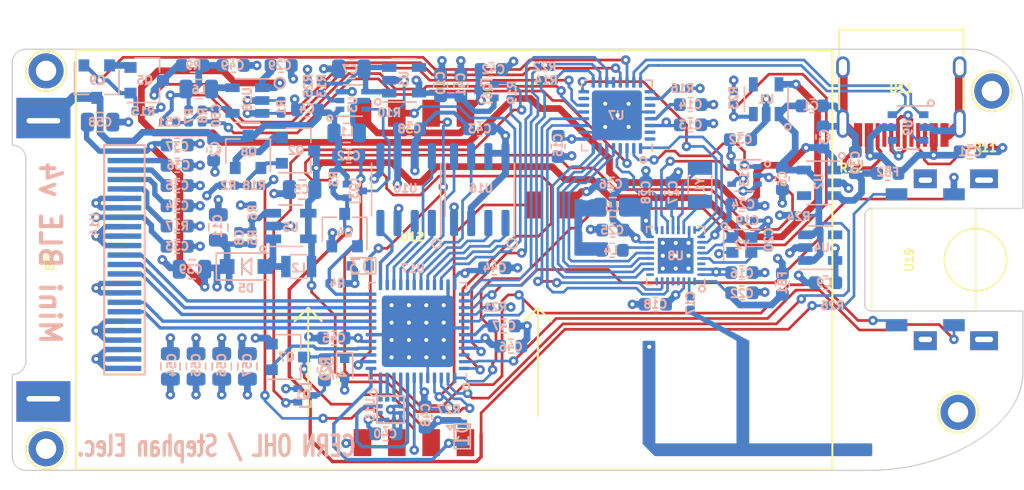
<source format=kicad_pcb>
(kicad_pcb (version 20240108) (generator "pcbnew") (generator_version "8.0")
  (layers (0 "F.Cu" signal) (1 "In1.Cu" power) (2 "In2.Cu" power) (31 "B.Cu" signal) (34 "B.Paste" user) (35 "F.Paste" user) (36 "B.SilkS" user "B.Silkscreen") (37 "F.SilkS" user "F.Silkscreen") (38 "B.Mask" user) (39 "F.Mask" user) (44 "Edge.Cuts" user))
  (net 0 "")
  (net 1 "GND")
  (net 2 "+1V5")
  (net 3 "+5V")
  (net 4 "Net-(C7-Pad1)")
  (net 5 "Net-(C8-Pad2)")
  (net 6 "+3V3")
  (net 7 "Net-(L1-Pad2)")
  (net 8 "Net-(Q1-Pad1)")
  (net 9 "Net-(Q3-Pad3)")
  (net 10 "Net-(C14-Pad1)")
  (net 11 "+1V2")
  (net 12 "Net-(C19-Pad2)")
  (net 13 "Net-(C20-Pad1)")
  (net 14 "Net-(C22-Pad1)")
  (net 15 "Net-(C27-Pad1)")
  (net 16 "Net-(C31-Pad1)")
  (net 17 "Net-(L4-Pad1)")
  (net 18 "Net-(L4-Pad2)")
  (net 19 "Net-(R14-Pad2)")
  (net 20 "/Bluetooth and USB/BLE_RTC_CLKOUT")
  (net 21 "/Bluetooth and USB/BLE_CHIP_EN")
  (net 22 "/Bluetooth and USB/BLE_WAKE")
  (net 23 "/Bluetooth and USB/USB_D-")
  (net 24 "/Bluetooth and USB/USB_D+")
  (net 25 "Net-(U8-Pad21)")
  (net 26 "Net-(U8-Pad22)")
  (net 27 "/Bluetooth and USB/BLE_CHIP_EN_AND")
  (net 28 "Net-(C34-Pad1)")
  (net 29 "Net-(C35-Pad1)")
  (net 30 "Net-(C36-Pad1)")
  (net 31 "Net-(C42-Pad1)")
  (net 32 "Net-(Q2-Pad1)")
  (net 33 "Net-(R17-Pad1)")
  (net 34 "/Main MCU & OLED/SMC_POW_nEN")
  (net 35 "/Main MCU & OLED/DB_FLASH_MOSI")
  (net 36 "/Main MCU & OLED/DB_FLASH_SCK")
  (net 37 "/Main MCU & OLED/DB_FLASH_nCS")
  (net 38 "/Main MCU & OLED/DB_FLASH_MISO")
  (net 39 "/Main MCU & OLED/SMC_RST")
  (net 40 "/Main MCU & OLED/SMC_SCK")
  (net 41 "/Main MCU & OLED/SMC_PGM")
  (net 42 "/Main MCU & OLED/DATA_FLASH_nCS")
  (net 43 "/Main MCU & OLED/DATA_FLASH_MOSI")
  (net 44 "/Main MCU & OLED/DATA_FLASH_MISO")
  (net 45 "/Main MCU & OLED/DATA_FLASH_SCK")
  (net 46 "Net-(C47-Pad1)")
  (net 47 "/Main MCU & OLED/OLED_nCS")
  (net 48 "/Main MCU & OLED/OLED_nRES")
  (net 49 "/Main MCU & OLED/OLED_DnR")
  (net 50 "/Main MCU & OLED/OLED_SCK")
  (net 51 "/Main MCU & OLED/OLED_DATA")
  (net 52 "Net-(R22-Pad2)")
  (net 53 "Net-(D5-Pad2)")
  (net 54 "Net-(Q2-Pad2)")
  (net 55 "/Main MCU & OLED/~{RST}")
  (net 56 "+8V")
  (net 57 "/Bluetooth and USB/BLE_RX_UART1")
  (net 58 "/Bluetooth and USB/BLE_TX_UART1")
  (net 59 "/Bluetooth and USB/BLE_CTS_UART1")
  (net 60 "/Bluetooth and USB/BLE_RTS_UART1")
  (net 61 "/Bluetooth and USB/BLE_RX_UART0")
  (net 62 "/Bluetooth and USB/BLE_TX_UART0")
  (net 63 "/Bluetooth and USB/BLE_HOST_WAKEUP")
  (net 64 "Net-(C50-Pad2)")
  (net 65 "/Main MCU & OLED/SMC_MISO")
  (net 66 "Net-(Q1-Pad3)")
  (net 67 "Net-(Q5-Pad2)")
  (net 68 "/Bluetooth and USB/nRST")
  (net 69 "Net-(L6-Pad2)")
  (net 70 "/Main MCU & OLED/SMC_MOSI")
  (net 71 "/Main MCU & OLED/SMC_DET")
  (net 72 "/Main MCU & OLED/ACC_SCK")
  (net 73 "/Main MCU & OLED/ACC_INT")
  (net 74 "/Main MCU & OLED/ACC_MOSI")
  (net 75 "/Main MCU & OLED/ACC_MISO")
  (net 76 "/Main MCU & OLED/ACC_SS")
  (net 77 "/Main MCU & OLED/ENC_A")
  (net 78 "/Main MCU & OLED/ENC_B")
  (net 79 "Net-(U1-Pad4)")
  (net 80 "Net-(U2-Pad4)")
  (net 81 "Net-(U4-Pad4)")
  (net 82 "Net-(U6-Pad4)")
  (net 83 "Net-(U7-Pad15)")
  (net 84 "Net-(U7-Pad25)")
  (net 85 "Net-(U7-Pad27)")
  (net 86 "Net-(U7-Pad31)")
  (net 87 "Net-(U7-Pad32)")
  (net 88 "/Bluetooth and USB/BLE_SWDCLK")
  (net 89 "/Bluetooth and USB/BLE_SWDIO")
  (net 90 "Net-(U8-Pad8)")
  (net 91 "Net-(U8-Pad9)")
  (net 92 "Net-(U8-Pad18)")
  (net 93 "Net-(U8-Pad27)")
  (net 94 "Net-(U8-Pad30)")
  (net 95 "Net-(U12-PadC6)")
  (net 96 "Net-(U15-Pad11)")
  (net 97 "Net-(U17-Pad46)")
  (net 98 "Net-(C17-Pad1)")
  (net 99 "Net-(R11-Pad1)")
  (net 100 "Net-(R12-Pad1)")
  (net 101 "Net-(R13-Pad2)")
  (net 102 "Net-(U11-PadA6)")
  (net 103 "Net-(U11-PadB8)")
  (net 104 "Net-(U11-PadA7)")
  (net 105 "Net-(U11-PadA8)")
  (net 106 "Net-(Q3-Pad1)")
  (net 107 "/Main MCU & OLED/3V3_USB")
  (net 108 "/Main MCU & OLED/VOLED_DC_IN")
  (net 109 "/Main MCU & OLED/SWITCH_HIGH")
  (net 110 "/Bluetooth and USB/CURSENSE_HIGH")
  (net 111 "/Bluetooth and USB/VFBBIAS")
  (net 112 "/Main MCU & OLED/SWDET_ENABLE")
  (net 113 "/Bluetooth and USB/CURSENSE_LOW")
  (net 114 "/Bluetooth and USB/MOS_CHARGE")
  (net 115 "/Bluetooth and USB/CHARGE_EN")
  (net 116 "/Main MCU & OLED/AUX_TX")
  (net 117 "/Main MCU & OLED/VOLED_1V2_EN")
  (net 118 "/Main MCU & OLED/AUX_RX")
  (net 119 "/Main MCU & OLED/VOLED_3V3_EN")
  (net 120 "/Main MCU & OLED/SWITCH_LOW")
  (net 121 "/Bluetooth and USB/NO_COMMS")
  (net 122 "/Bluetooth and USB/BLE_CHIP_SEC_EN")
  (footprint "footprints:FIX_M1.4" (layer "F.Cu") (at 151 91.1 180)
    (property "Reference" "J1")
    (property "Value" "FIX_M1.4")
  )
  (footprint "footprints:FIX_M1.4" (layer "F.Cu") (at 151 119.1 180)
    (property "Reference" "J2")
    (property "Value" "FIX_M1.4")
  )
  (footprint "footprints:FIX_M1.4" (layer "F.Cu") (at 221 92.6 -135)
    (property "Reference" "J4")
    (property "Value" "FIX_M1.4")
  )
  (footprint "footprints:FIX_M1.4" (layer "F.Cu") (at 218.5 116.4)
    (property "Reference" "J7")
    (property "Value" "FIX_M1.4")
  )
  (footprint "Resistor_SMD:R_0402_1005Metric" (layer "F.Cu") (at 210.6 98.3 180)
    (property "Reference" "R12")
    (property "Value" "5.1k")
  )
  (footprint "footprints:USB_C_Receptacle_GT-USB-7010" (layer "F.Cu") (at 214.3 92.7 180)
    (property "Reference" "U11")
    (property "Value" "USBC_Receptacle")
  )
  (footprint "footprints:SRBE210200" (layer "F.Cu") (at 219.8 105.1 -90)
    (property "Reference" "U19")
    (property "Value" "WHEEL_SRBE210200")
  )
  (footprint "footprints:CON_SMARTCARD_CLONE_91-90473-003A" (layer "F.Cu") (at 160.4 116.65)
    (property "Reference" "U12")
    (property "Value" "CON_SMARTCARD")
  )
  (footprint "Resistor_SMD:R_0402_1005Metric" (layer "F.Cu") (at 220.5 96.8)
    (property "Reference" "R11")
    (property "Value" "5.1k")
  )
  (footprint "footprints:BAT_TWOTHIRD_AAA" (layer "F.Cu") (at 148.8 105.1)
    (property "Reference" "BT1")
    (property "Value" "NiMH")
  )
  (footprint "Capacitor_SMD:C_0603_1608Metric" (layer "B.Cu") (at 163.4 96.95 -90)
    (property "Reference" "C2")
    (property "Value" "1uF/25V")
  )
  (footprint "Capacitor_SMD:C_0805_2012Metric" (layer "B.Cu") (at 169.95 99.9 180)
    (property "Reference" "C5")
    (property "Value" "10uF/16V")
  )
  (footprint "Capacitor_SMD:C_0805_2012Metric" (layer "B.Cu") (at 173.6 90.95 180)
    (property "Reference" "C7")
    (property "Value" "10uF/16V")
  )
  (footprint "Capacitor_SMD:C_0603_1608Metric" (layer "B.Cu") (at 180.2 92.2 90)
    (property "Reference" "C10")
    (property "Value" "1uF/25V")
  )
  (footprint "Package_TO_SOT_SMD:SOT-363_SC-70-6" (layer "B.Cu") (at 173.7 93.3)
    (property "Reference" "U3")
    (property "Value" "TPS61220")
  )
  (footprint "Package_TO_SOT_SMD:SOT-23-5" (layer "B.Cu") (at 177.5 91.8)
    (property "Reference" "U6")
    (property "Value" "MAX40200")
  )
  (footprint "Capacitor_SMD:C_0603_1608Metric" (layer "B.Cu") (at 173.4 97.4)
    (property "Reference" "C12")
    (property "Value" "10uF/6.3V")
  )
  (footprint "Capacitor_SMD:C_0603_1608Metric" (layer "B.Cu") (at 198.7 95.1)
    (property "Reference" "C13")
    (property "Value" "100nF")
  )
  (footprint "Capacitor_SMD:C_0603_1608Metric" (layer "B.Cu") (at 168.4 90.7)
    (property "Reference" "C29")
    (property "Value" "4.7uF")
  )
  (footprint "Capacitor_SMD:C_0603_1608Metric" (layer "B.Cu") (at 202.4 96.2)
    (property "Reference" "C32")
    (property "Value" "100nF")
  )
  (footprint "Capacitor_SMD:C_0603_1608Metric" (layer "B.Cu") (at 160.7 104.1)
    (property "Reference" "C33")
    (property "Value" "4.7uF")
  )
  (footprint "Capacitor_SMD:C_0603_1608Metric" (layer "B.Cu") (at 160.7 101.1)
    (property "Reference" "C34")
    (property "Value" "4.7uF")
  )
  (footprint "Capacitor_SMD:C_0603_1608Metric" (layer "B.Cu") (at 160.7 99.6)
    (property "Reference" "C35")
    (property "Value" "4.7uF")
  )
  (footprint "Capacitor_SMD:C_0603_1608Metric" (layer "B.Cu") (at 160.7 98.1)
    (property "Reference" "C36")
    (property "Value" "4.7uF")
  )
  (footprint "Capacitor_SMD:C_0603_1608Metric" (layer "B.Cu") (at 160.7 96.6)
    (property "Reference" "C37")
    (property "Value" "4.7uF")
  )
  (footprint "Capacitor_SMD:C_0603_1608Metric" (layer "B.Cu") (at 177.9 95.4)
    (property "Reference" "C38")
    (property "Value" "100nF")
  )
  (footprint "Capacitor_SMD:C_0603_1608Metric" (layer "B.Cu") (at 181.7 92.2 90)
    (property "Reference" "C41")
    (property "Value" "100nF")
  )
  (footprint "Capacitor_SMD:C_0603_1608Metric" (layer "B.Cu") (at 183.1 95.4 180)
    (property "Reference" "C43")
    (property "Value" "100nF")
  )
  (footprint "footprints:SC89" (layer "B.Cu") (at 183.6 92.6 -90)
    (property "Reference" "Q6")
    (property "Value" "SI1013X")
  )
  (footprint "Resistor_SMD:R_0603_1608Metric" (layer "B.Cu") (at 160.7 102.6)
    (property "Reference" "R17")
    (property "Value" "620k")
  )
  (footprint "Capacitor_SMD:C_0603_1608Metric" (layer "B.Cu") (at 184.2 105.7)
    (property "Reference" "C44")
    (property "Value" "100nF")
  )
  (footprint "Capacitor_SMD:C_0603_1608Metric" (layer "B.Cu") (at 185.4 111.5)
    (property "Reference" "C46")
    (property "Value" "100nF")
  )
  (footprint "Capacitor_SMD:C_0603_1608Metric" (layer "B.Cu") (at 184.9 110)
    (property "Reference" "C47")
    (property "Value" "1uF/25V")
  )
  (footprint "Capacitor_SMD:C_0603_1608Metric" (layer "B.Cu") (at 179.05 116.75 -90)
    (property "Reference" "C48")
    (property "Value" "100nF")
  )
  (footprint "footprints:SCREEN_M01084" (layer "B.Cu") (at 156.8 105.1 180)
    (property "Reference" "U14")
    (property "Value" "OLED_M01084")
  )
  (footprint "footprints:SC89" (layer "B.Cu") (at 173.85 100 90)
    (property "Reference" "Q3")
    (property "Value" "SI1013X")
  )
  (footprint "Diode_SMD:D_SOD-123F" (layer "B.Cu") (at 165.8 105.6)
    (property "Reference" "D5")
    (property "Value" "MBR230S1")
  )
  (footprint "Package_TO_SOT_SMD:TSOT-23-5" (layer "B.Cu") (at 169.1 102.6)
    (property "Reference" "U5")
    (property "Value" "LT1613")
  )
  (footprint "Capacitor_SMD:C_0603_1608Metric" (layer "B.Cu") (at 170.35 94 180)
    (property "Reference" "C4")
    (property "Value" "10uF/6.3V")
  )
  (footprint "Capacitor_SMD:C_0603_1608Metric" (layer "B.Cu") (at 164.85 90.7)
    (property "Reference" "C49")
    (property "Value" "10uF/6.3V")
  )
  (footprint "Package_TO_SOT_SMD:SC-59" (layer "B.Cu") (at 173.1 102.9 90)
    (property "Reference" "Q4")
    (property "Value" "DMN1019USN")
  )
  (footprint "Package_TO_SOT_SMD:SC-59" (layer "B.Cu") (at 165.95 97.1 90)
    (property "Reference" "Q8")
    (property "Value" "DMN1019USN")
  )
  (footprint "Package_TO_SOT_SMD:SC-59" (layer "B.Cu") (at 154.75 91.9 -90)
    (property "Reference" "Q9")
    (property "Value" "DMN1019USN")
  )
  (footprint "Resistor_SMD:R_0402_1005Metric" (layer "B.Cu") (at 162.55 94.45 90)
    (property "Reference" "R8")
    (property "Value" "20k")
  )
  (footprint "Resistor_SMD:R_0603_1608Metric" (layer "B.Cu") (at 161.85 90.7 180)
    (property "Reference" "R9")
    (property "Value" "1")
  )
  (footprint "Resistor_SMD:R_0402_1005Metric" (layer "B.Cu") (at 158.1 94.1 180)
    (property "Reference" "R15")
    (property "Value" "100k")
  )
  (footprint "Package_TO_SOT_SMD:SOT-23-5" (layer "B.Cu") (at 165.9 93.3 180)
    (property "Reference" "U18")
    (property "Value" "LM3670")
  )
  (footprint "Resistor_SMD:R_0402_1005Metric" (layer "B.Cu") (at 168.4 93.8 -90)
    (property "Reference" "R1")
    (property "Value" "100k")
  )
  (footprint "Resistor_SMD:R_0402_1005Metric" (layer "B.Cu") (at 176.4 94.2 180)
    (property "Reference" "R10")
    (property "Value" "1M")
  )
  (footprint "Resistor_SMD:R_0402_1005Metric" (layer "B.Cu") (at 164.5 99.6 180)
    (property "Reference" "R2")
    (property "Value" "100k")
  )
  (footprint "Resistor_SMD:R_0402_1005Metric" (layer "B.Cu") (at 198.1 92.4 180)
    (property "Reference" "R16")
    (property "Value" "10k")
  )
  (footprint "Resistor_SMD:R_0402_1005Metric" (layer "B.Cu") (at 166.4 99.6 180)
    (property "Reference" "R18")
    (property "Value" "10k")
  )
  (footprint "Resistor_SMD:R_0402_1005Metric" (layer "B.Cu") (at 185.4 92.7 90)
    (property "Reference" "R19")
    (property "Value" "10k")
  )
  (footprint "Resistor_SMD:R_0402_1005Metric" (layer "B.Cu") (at 184.3 108.6)
    (property "Reference" "R21")
    (property "Value" "10k")
  )
  (footprint "Resistor_SMD:R_0402_1005Metric" (layer "B.Cu") (at 166.25 101.55 90)
    (property "Reference" "R6")
    (property "Value" "17k8")
  )
  (footprint "Resistor_SMD:R_0402_1005Metric" (layer "B.Cu") (at 187.9 90.8)
    (property "Reference" "R22")
    (property "Value" "100")
  )
  (footprint "Resistor_SMD:R_0402_1005Metric" (layer "B.Cu") (at 206.785 101.8 180)
    (property "Reference" "R24")
    (property "Value" "100k")
  )
  (footprint "Inductor_SMD:L_0805_2012Metric" (layer "B.Cu") (at 162.3 92.45)
    (property "Reference" "L6")
    (property "Value" "4.7uH")
  )
  (footprint "Resistor_SMD:R_0402_1005Metric" (layer "B.Cu") (at 170.35 92.3 90)
    (property "Reference" "R25")
    (property "Value" "100k")
  )
  (footprint "Package_SO:TSOP-6_1.65x3.05mm_P0.95mm" (layer "B.Cu") (at 214.8 95.3 180)
    (property "Reference" "U9")
    (property "Value" "IP4234CZ6,125")
  )
  (footprint "Package_TO_SOT_SMD:SC-59" (layer "B.Cu") (at 158.45 91.8)
    (property "Reference" "Q5")
    (property "Value" "DMN1019USN")
  )
  (footprint "Capacitor_SMD:C_0805_2012Metric" (layer "B.Cu") (at 155 94.9)
    (property "Reference" "C58")
    (property "Value" "10uF/16V")
  )
  (footprint "Package_TO_SOT_SMD:SOT-23-5" (layer "B.Cu") (at 208.2 99.4 180)
    (property "Reference" "U2")
    (property "Value" "MIC5504")
  )
  (footprint "Resistor_SMD:R_0402_1005Metric" (layer "B.Cu") (at 201.9 93.1 -90)
    (property "Reference" "R23")
    (property "Value" "100k")
  )
  (footprint "Capacitor_SMD:C_0603_1608Metric" (layer "B.Cu") (at 207.7 93.7)
    (property "Reference" "C1")
    (property "Value" "1uF/25V")
  )
  (footprint "Capacitor_SMD:C_0603_1608Metric" (layer "B.Cu") (at 208.7 106.8 180)
    (property "Reference" "C9")
    (property "Value" "1uF/25V")
  )
  (footprint "Capacitor_SMD:C_0603_1608Metric" (layer "B.Cu") (at 210.9 97.9 90)
    (property "Reference" "C30")
    (property "Value" "1uF/25V")
  )
  (footprint "Resistor_SMD:R_0603_1608Metric" (layer "B.Cu") (at 213.3 98.7 180)
    (property "Reference" "FB2")
    (property "Value" "FER")
  )
  (footprint "Capacitor_SMD:C_0603_1608Metric" (layer "B.Cu") (at 219.4 97.1)
    (property "Reference" "C31")
    (property "Value" "100nF")
  )
  (footprint "Package_TO_SOT_SMD:SC-59" (layer "B.Cu") (at 169.65 97)
    (property "Reference" "Q2")
    (property "Value" "DMN1019USN")
  )
  (footprint "Package_SO:SOIC-8_3.9x4.9mm_P1.27mm" (layer "B.Cu") (at 177.65 99.9 90)
    (property "Reference" "U10")
    (property "Value" "AT45DB081E")
  )
  (footprint "Capacitor_SMD:C_0805_2012Metric" (layer "B.Cu") (at 163.75 102.7 90)
    (property "Reference" "C11")
    (property "Value" "10uF/16V")
  )
  (footprint "footprints:L_0806" (layer "B.Cu") (at 169.7 105.6 180)
    (property "Reference" "L2")
    (property "Value" "680nH")
  )
  (footprint "Package_DFN_QFN:QFN-48-1EP_7x7mm_P0.5mm_EP5.3x5.3mm" (layer "B.Cu") (at 178.5 110.4 90)
    (property "Reference" "U17")
    (property "Value" "SAMD21G18A-MU")
  )
  (footprint "Resistor_SMD:R_0402_1005Metric" (layer "B.Cu") (at 172.45 106.85 180)
    (property "Reference" "R4")
    (property "Value" "1M")
  )
  (footprint "Capacitor_SMD:C_0603_1608Metric" (layer "B.Cu") (at 176.15 118)
    (property "Reference" "C40")
    (property "Value" "100nF")
  )
  (footprint "footprints:LGA-12" (layer "B.Cu") (at 176.5 116.2 -90)
    (property "Reference" "U15")
    (property "Value" "LIS2HH12")
  )
  (footprint "Capacitor_SMD:C_0805_2012Metric" (layer "B.Cu") (at 160.2 113 -90)
    (property "Reference" "C54")
    (property "Value" "10uF/16V")
  )
  (footprint "Capacitor_SMD:C_0805_2012Metric" (layer "B.Cu") (at 165.9 113 -90)
    (property "Reference" "C57")
    (property "Value" "10uF/16V")
  )
  (footprint "Capacitor_SMD:C_0805_2012Metric" (layer "B.Cu") (at 164 113 -90)
    (property "Reference" "C56")
    (property "Value" "10uF/16V")
  )
  (footprint "Capacitor_SMD:C_0805_2012Metric" (layer "B.Cu") (at 162.1 113 -90)
    (property "Reference" "C55")
    (property "Value" "10uF/16V")
  )
  (footprint "footprints:SC89" (layer "B.Cu") (at 170.2 115.15 90)
    (property "Reference" "Q1")
    (property "Value" "SI1013X")
  )
  (footprint "Package_TO_SOT_SMD:SC-59" (layer "B.Cu") (at 168.9 112.3)
    (property "Reference" "Q7")
    (property "Value" "DMN1019USN")
  )
  (footprint "Resistor_SMD:R_0603_1608Metric" (layer "B.Cu") (at 171.6 113.25 90)
    (property "Reference" "R20")
    (property "Value" "2k2")
  )
  (footprint "Capacitor_SMD:C_0603_1608Metric" (layer "B.Cu") (at 172.3 110.9 180)
    (property "Reference" "C45")
    (property "Value" "100nF")
  )
  (footprint "Capacitor_SMD:C_0603_1608Metric" (layer "B.Cu") (at 188.9 96.7 -90)
    (property "Reference" "C15")
    (property "Value" "100nF")
  )
  (footprint "Package_DFN_QFN:QFN-32-1EP_5x5mm_P0.5mm_EP3.7x3.7mm" (layer "B.Cu") (at 193.25 94.4 90)
    (property "Reference" "U7")
    (property "Value" "ATSAMD21E15B")
  )
  (footprint "Capacitor_SMD:C_0603_1608Metric" (layer "B.Cu") (at 198.7 93.6)
    (property "Reference" "C14")
    (property "Value" "1uF/25V")
  )
  (footprint "Crystal:Crystal_SMD_2016-4Pin_2.0x1.6mm" (layer "B.Cu") (at 202.5 104)
    (property "Reference" "Y2")
    (property "Value" "26Mhz")
  )
  (footprint "footprints:QFN-32-1EP_4x4mm_Pitch0.4mm" (layer "B.Cu") (at 197.6 104.8 90)
    (property "Reference" "U8")
    (property "Value" "ATBTLC1000")
  )
  (footprint "Capacitor_SMD:C_0603_1608Metric" (layer "B.Cu") (at 196.1 108.4 180)
    (property "Reference" "C18")
    (property "Value" "1uF/25V")
  )
  (footprint "Crystal:Crystal_SMD_3215-2Pin_3.2x1.5mm" (layer "B.Cu") (at 199.4 99.55 90)
    (property "Reference" "Y1")
    (property "Value" "32.768Khz")
  )
  (footprint "Inductor_SMD:L_0805_2012Metric" (layer "B.Cu") (at 192.95 101.2)
    (property "Reference" "L5")
    (property "Value" "4.7uH")
  )
  (footprint "Inductor_SMD:L_0603_1608Metric" (layer "B.Cu") (at 192.9 104.4 180)
    (property "Reference" "L4")
    (property "Value" "9.1nH")
  )
  (footprint "Capacitor_SMD:C_0603_1608Metric" (layer "B.Cu") (at 192.9 99.5 180)
    (property "Reference" "C26")
    (property "Value" "2.2uF")
  )
  (footprint "Capacitor_SMD:C_0603_1608Metric" (layer "B.Cu") (at 202.5 106.05)
    (property "Reference" "C16")
    (property "Value" "100nF")
  )
  (footprint "Capacitor_SMD:C_0603_1608Metric" (layer "B.Cu") (at 202.5 101)
    (property "Reference" "C24")
    (property "Value" "100nF")
  )
  (footprint "Capacitor_SMD:C_0603_1608Metric" (layer "B.Cu") (at 197.3 100.15 90)
    (property "Reference" "C27")
    (property "Value" "1uF/25V")
  )
  (footprint "Capacitor_SMD:C_0603_1608Metric" (layer "B.Cu") (at 192.95 102.9 180)
    (property "Reference" "C25")
    (property "Value" "10nF")
  )
  (footprint "Capacitor_SMD:C_0603_1608Metric" (layer "B.Cu") (at 195.4 100.15 -90)
    (property "Reference" "C28")
    (property "Value" "4.7uF")
  )
  (footprint "Capacitor_SMD:C_0603_1608Metric" (layer "B.Cu") (at 202.5 107.55)
    (property "Reference" "C22")
    (property "Value" "100nF")
  )
  (footprint "Resistor_SMD:R_0603_1608Metric" (layer "B.Cu") (at 205.5 106.9 90)
    (property "Reference" "FB1")
    (property "Value" "120R,100Mhz,200mA")
  )
  (footprint "Capacitor_SMD:C_0402_1005Metric" (layer "B.Cu") (at 204.45 103.7 90)
    (property "Reference" "C20")
    (property "Value" "5.6pF")
  )
  (footprint "Package_TO_SOT_SMD:SOT-23-5" (layer "B.Cu") (at 208.3 104.2)
    (property "Reference" "U4")
    (property "Value" "MAX40200")
  )
  (footprint "Capacitor_SMD:C_0402_1005Metric" (layer "B.Cu") (at 163.5 94.45 90)
    (property "Reference" "C50")
    (property "Value" "C")
  )
  (footprint "Resistor_SMD:R_0402_1005Metric" (layer "B.Cu") (at 171.35 92.3 -90)
    (property "Reference" "R13")
    (property "Value" "536k")
  )
  (footprint "Inductor_SMD:L_0805_2012Metric" (layer "B.Cu") (at 173.25 95.7)
    (property "Reference" "L1")
    (property "Value" "4.7uH")
  )
  (footprint "Capacitor_SMD:C_0603_1608Metric" (layer "B.Cu") (at 183.95 91)
    (property "Reference" "C42")
    (property "Value" "100nF")
  )
  (footprint "Resistor_SMD:R_0402_1005Metric" (layer "B.Cu") (at 180.85 116.15 180)
    (property "Reference" "R27")
    (property "Value" "1M")
  )
  (footprint "Package_TO_SOT_SMD:SOT-23-5" (layer "B.Cu") (at 204.3 93.2 90)
    (property "Reference" "U1")
    (property "Value" "MAX40200")
  )
  (footprint "Package_TO_SOT_SMD:SOT-353_SC-70-5" (layer "B.Cu") (at 202.7 98.85 180)
    (property "Reference" "U13")
    (property "Value" "NC7SZ08P5X")
  )
  (footprint "Capacitor_SMD:C_0603_1608Metric" (layer "B.Cu") (at 205.5 99.1 -90)
    (property "Reference" "C6")
    (property "Value" "1uF/25V")
  )
  (footprint "Resistor_SMD:R_0402_1005Metric" (layer "B.Cu") (at 209.3 108.5)
    (property "Reference" "R26")
    (property "Value" "100")
  )
  (footprint "Capacitor_SMD:C_0402_1005Metric" (layer "B.Cu") (at 160.15 94.9 180)
    (property "Reference" "C51")
    (property "Value" "C")
  )
  (footprint "Capacitor_SMD:C_0402_1005Metric" (layer "B.Cu") (at 198.7 108.3 -90)
    (property "Reference" "C17")
    (property "Value" "10pF")
  )
  (footprint "Capacitor_SMD:C_0603_1608Metric" (layer "B.Cu") (at 208.5 96 90)
    (property "Reference" "C3")
    (property "Value" "1uF/25V")
  )
  (footprint "Capacitor_SMD:C_0402_1005Metric" (layer "B.Cu") (at 202.9 102.2 180)
    (property "Reference" "C19")
    (property "Value" "5.6pF")
  )
  (footprint "Resistor_SMD:R_0402_1005Metric" (layer "B.Cu") (at 161.55 94.45 90)
    (property "Reference" "R7")
    (property "Value" "54k9")
  )
  (footprint "Capacitor_SMD:C_0805_2012Metric" (layer "B.Cu") (at 161.8 105.8 180)
    (property "Reference" "C39")
    (property "Value" "10uF/16V")
  )
  (footprint "Resistor_SMD:R_0402_1005Metric" (layer "B.Cu") (at 172.25 99.1 -90)
    (property "Reference" "R3")
    (property "Value" "1M")
  )
  (footprint "Package_SO:SOIC-8_3.9x4.9mm_P1.27mm" (layer "B.Cu") (at 183.1 99.9 90)
    (property "Reference" "U16")
    (property "Value" "W25Q16")
  )
  (footprint "Resistor_SMD:R_0402_1005Metric" (layer "B.Cu") (at 166.25 103.45 90)
    (property "Reference" "R5")
    (property "Value" "100k")
  )
  (footprint "Capacitor_SMD:C_0402_1005Metric" (layer "B.Cu") (at 165.25 103.45 90)
    (property "Reference" "C8")
    (property "Value" "200p")
  )
  (footprint "Resistor_SMD:R_0402_1005Metric" (layer "B.Cu") (at 188.1 91.8)
    (property "Reference" "R14")
    (property "Value" "100")
  )
  (footprint "Diode_SMD:D_SOD-523" (layer "B.Cu") (at 181.8 117.95 90)
    (property "Reference" "D1")
    (property "Value" "Zener 3.3V")
  )
  (footprint "Diode_SMD:D_SOD-523" (layer "B.Cu") (at 173.1 113.15 -90)
    (property "Reference" "D2")
    (property "Value" "Zener 3.3V")
  )
  (footprint "Diode_SMD:D_SOD-523" (layer "B.Cu") (at 174.25 105.55 180)
    (property "Reference" "D3")
    (property "Value" "Zener 3.3V")
  )
  (gr_line (start 173.2 113.7) (end 172.9 113.4) (stroke (width 0.15)) (layer "B.SilkS"))
  (gr_line (start 165.5 105.6) (end 166.2 106.2) (stroke (width 0.15)) (layer "B.SilkS"))
  (gr_circle (center 209.9 97.4) (end 210.1 97.5) (stroke (width 0.15)) (fill none) (layer "B.SilkS"))
  (gr_circle (center 175.55 93.4) (end 175.75 93.5) (stroke (width 0.15)) (fill none) (layer "B.SilkS"))
  (gr_circle (center 167.05 104.3) (end 167.25 104.4) (stroke (width 0.15)) (fill none) (layer "B.SilkS"))
  (gr_line (start 180.9 117.7) (end 180.65 117.4) (stroke (width 0.15)) (layer "B.SilkS"))
  (gr_circle (center 205.9 95.25) (end 206.1 95.35) (stroke (width 0.15)) (fill none) (layer "B.SilkS"))
  (gr_circle (center 216.5 93.5) (end 216.7 93.6) (stroke (width 0.15)) (fill none) (layer "B.SilkS"))
  (gr_circle (center 185.5 103.9) (end 185.7 104.2) (stroke (width 0.15)) (fill none) (layer "B.SilkS"))
  (gr_line (start 180.65 117.4) (end 181.2 117.4) (stroke (width 0.15)) (layer "B.SilkS"))
  (gr_circle (center 201.2 102.6) (end 201.4 102.7) (stroke (width 0.15)) (fill none) (layer "B.SilkS"))
  (gr_line (start 166.2 105) (end 165.5 105.6) (stroke (width 0.15)) (layer "B.SilkS"))
  (gr_circle (center 199.55 107.25) (end 199.75 107.35) (stroke (width 0.15)) (fill none) (layer "B.SilkS"))
  (gr_line (start 181.2 117.4) (end 180.9 117.7) (stroke (width 0.15)) (layer "B.SilkS"))
  (gr_circle (center 168.3 92) (end 168.7 92) (stroke (width 0.15)) (fill none) (layer "B.SilkS"))
  (gr_line (start 166.2 105) (end 166.2 106.2) (stroke (width 0.15)) (layer "B.SilkS"))
  (gr_line (start 172.6 113.7) (end 173.2 113.7) (stroke (width 0.15)) (layer "B.SilkS"))
  (gr_circle (center 195.2 97.7) (end 195.4 97.8) (stroke (width 0.15)) (fill none) (layer "B.SilkS"))
  (gr_circle (center 179.9 103.9) (end 180.2 104) (stroke (width 0.15)) (fill none) (layer "B.SilkS"))
  (gr_line (start 165.5 105) (end 165.5 106.2) (stroke (width 0.15)) (layer "B.SilkS"))
  (gr_circle (center 204.4 98) (end 204.6 98) (stroke (width 0.15)) (fill none) (layer "B.SilkS"))
  (gr_circle (center 172 94.6) (end 172.2 94.6) (stroke (width 0.15)) (fill none) (layer "B.SilkS"))
  (gr_circle (center 182.1 114.5) (end 182.3 114.6) (stroke (width 0.15)) (fill none) (layer "B.SilkS"))
  (gr_line (start 172.9 113.4) (end 172.6 113.7) (stroke (width 0.15)) (layer "B.SilkS"))
  (gr_line (start 211.6 108.4) (end 211.6 101.8) (stroke (width 0.1)) (layer "Edge.Cuts"))
  (gr_arc (start 211.6 101.8) (mid 211.746447 101.446447) (end 212.1 101.3) (stroke (width 0.1)) (layer "Edge.Cuts"))
  (gr_line (start 212.1 108.9) (end 223.3 108.9) (stroke (width 0.1)) (layer "Edge.Cuts"))
  (gr_line (start 223.3 101.3) (end 212.1 101.3) (stroke (width 0.1)) (layer "Edge.Cuts"))
  (gr_arc (start 148.5 96.6) (mid 149.207107 96.892893) (end 149.5 97.6) (stroke (width 0.1)) (layer "Edge.Cuts"))
  (gr_line (start 149.5 120.7) (end 212.041583 120.7) (stroke (width 0.1)) (layer "Edge.Cuts"))
  (gr_arc (start 148.5 90.5) (mid 148.792893 89.792893) (end 149.5 89.5) (stroke (width 0.1)) (layer "Edge.Cuts"))
  (gr_line (start 223.3 101.3) (end 223.3 93.5) (stroke (width 0.1)) (layer "Edge.Cuts"))
  (gr_curve (pts (xy 212.041583 120.699999) (xy 217.411931 120.699999) (xy 223.299999 117.610194) (xy 223.299999 113.411718)) (stroke (width 0.1)) (layer "Edge.Cuts"))
  (gr_arc (start 219.3 89.5) (mid 222.128427 90.671573) (end 223.3 93.5) (stroke (width 0.1)) (layer "Edge.Cuts"))
  (gr_arc (start 212.1 108.9) (mid 211.746447 108.753553) (end 211.6 108.4) (stroke (width 0.1)) (layer "Edge.Cuts"))
  (gr_line (start 149.5 112.6) (end 149.5 97.6) (stroke (width 0.1)) (layer "Edge.Cuts"))
  (gr_line (start 148.5 113.6) (end 148.5 119.7) (stroke (width 0.1)) (layer "Edge.Cuts"))
  (gr_line (start 148.5 90.5) (end 148.5 96.6) (stroke (width 0.1)) (layer "Edge.Cuts"))
  (gr_arc (start 149.5 120.7) (mid 148.792893 120.407107) (end 148.5 119.7) (stroke (width 0.1)) (layer "Edge.Cuts"))
  (gr_arc (start 149.5 112.6) (mid 149.207107 113.307107) (end 148.5 113.6) (stroke (width 0.1)) (layer "Edge.Cuts"))
  (gr_line (start 219.3 89.5) (end 149.5 89.5) (stroke (width 0.1)) (layer "Edge.Cuts"))
  (gr_line (start 223.3 113.411718) (end 223.3 108.9) (stroke (width 0.1)) (layer "Edge.Cuts"))
  (gr_text "CERN OHL / Stephan Elec." (at 163.6 118.9 0) (layer "B.SilkS") (effects (font (size 1.5 1) (thickness 0.25)) (justify mirror)))
  (gr_text "Mini BLE v4" (at 151.3 104.6 270) (layer "B.SilkS") (effects (font (size 1.5 1.5) (thickness 0.3)) (justify mirror)))
  (segment (start 173.25 118.65) (end 173.2 118.7) (width 0.5) (layer "F.Cu") (net 1))
  (segment (start 174.42 118.65) (end 173.25 118.65) (width 0.5) (layer "F.Cu") (net 1))
  (segment (start 210.115 98.3) (end 210.115 97.71) (width 0.3) (layer "F.Cu") (net 1))
  (segment (start 220.985 96.8) (end 221.799972 96.8) (width 0.3) (layer "F.Cu") (net 1))
  (segment (start 211.25 95.85) (end 210.95 95.85) (width 0.2) (layer "F.Cu") (net 1))
  (segment (start 210.95 95.85) (end 210.82 95.85) (width 0.7) (layer "F.Cu") (net 1))
  (segment (start 209.98 90.83) (end 209.98 95.01) (width 0.7) (layer "F.Cu") (net 1))
  (segment (start 217.65 95.85) (end 217.78 95.85) (width 0.7) (layer "F.Cu") (net 1))
  (segment (start 210.115 97.71) (end 211.25 96.575) (width 0.3) (layer "F.Cu") (net 1))
  (segment (start 217.78 95.85) (end 218.62 95.01) (width 0.7) (layer "F.Cu") (net 1))
  (segment (start 218.62 90.83) (end 218.62 95.01) (width 0.7) (layer "F.Cu") (net 1))
  (segment (start 190.65 100.05) (end 189.66 101.04) (width 0.5) (layer "F.Cu") (net 1))
  (segment (start 210.82 95.85) (end 209.98 95.01) (width 0.7) (layer "F.Cu") (net 1))
  (segment (start 210.15 95.18) (end 209.98 95.01) (width 0.3) (layer "F.Cu") (net 1))
  (segment (start 211.25 96.575) (end 211.25 95.85) (width 0.3) (layer "F.Cu") (net 1))
  (segment (start 191 100.05) (end 190.65 100.05) (width 0.5) (layer "F.Cu") (net 1))
  (segment (start 217.35 95.85) (end 217.65 95.85) (width 0.2) (layer "F.Cu") (net 1))
  (via (at 176.5 116.2) (size 0.7) (drill 0.3) (layers "F.Cu" "B.Cu") (net 1))
  (via (at 166.5 110.9) (size 0.7) (drill 0.3) (layers "F.Cu" "B.Cu") (net 1))
  (via (at 170.45 110.8) (size 0.7) (drill 0.3) (layers "F.Cu" "B.Cu") (net 1))
  (via (at 165.9 115.1) (size 0.7) (drill 0.3) (layers "F.Cu" "B.Cu") (net 1))
  (via (at 160.2 115.1) (size 0.7) (drill 0.3) (layers "F.Cu" "B.Cu") (net 1))
  (via (at 164 115.1) (size 0.7) (drill 0.3) (layers "F.Cu" "B.Cu") (net 1))
  (via (at 162.1 115.1) (size 0.7) (drill 0.3) (layers "F.Cu" "B.Cu") (net 1))
  (via (at 204.2 107.5) (size 0.7) (drill 0.3) (layers "F.Cu" "B.Cu") (net 1))
  (via (at 194.4 108.4) (size 0.7) (drill 0.3) (layers "F.Cu" "B.Cu") (net 1))
  (via (at 204.45 102.2) (size 0.7) (drill 0.3) (layers "F.Cu" "B.Cu") (net 1))
  (via (at 191.3 102.85) (size 0.7) (drill 0.3) (layers "F.Cu" "B.Cu") (net 1))
  (via (at 204.2 101.1) (size 0.7) (drill 0.3) (layers "F.Cu" "B.Cu") (net 1))
  (via (at 200.8 104.65) (size 0.7) (drill 0.3) (layers "F.Cu" "B.Cu") (net 1))
  (via (at 195.4 98.5) (size 0.7) (drill 0.3) (layers "F.Cu" "B.Cu") (net 1))
  (via (at 195.65 111.55) (size 0.7) (drill 0.3) (layers "F.Cu" "B.Cu") (net 1))
  (via (at 179.14375 108.46875) (size 0.7) (drill 0.3) (layers "F.Cu" "B.Cu") (net 1))
  (via (at 180 117) (size 0.7) (drill 0.3) (layers "F.Cu" "B.Cu") (net 1))
  (via (at 198.55 104.8) (size 0.7) (drill 0.3) (layers "F.Cu" "B.Cu") (net 1))
  (via (at 192.3875 95.2625) (size 0.7) (drill 0.3) (layers "F.Cu" "B.Cu") (net 1))
  (via (at 177.85625 109.75625) (size 0.7) (drill 0.3) (layers "F.Cu" "B.Cu") (net 1))
  (via (at 206.05 104.6) (size 0.7) (drill 0.3) (layers "F.Cu" "B.Cu") (net 1))
  (via (at 177.85625 111.04375) (size 0.7) (drill 0.3) (layers "F.Cu" "B.Cu") (net 1))
  (via (at 154.7 112.45) (size 0.7) (drill 0.3) (layers "F.Cu" "B.Cu") (net 1))
  (via (at 189.9 97.4) (size 0.7) (drill 0.3) (layers "F.Cu" "B.Cu") (net 1))
  (via (at 197.6 103.85) (size 0.7) (drill 0.3) (layers "F.Cu" "B.Cu") (net 1))
  (via (at 162.4 99.6) (size 0.7) (drill 0.3) (layers "F.Cu" "B.Cu") (net 1))
  (via (at 201.9 91.8) (size 0.7) (drill 0.3) (layers "F.Cu" "B.Cu") (net 1))
  (via (at 159.500036 93.8) (size 0.7) (drill 0.3) (layers "F.Cu" "B.Cu") (net 1))
  (via (at 180.43125 109.75625) (size 0.7) (drill 0.3) (layers "F.Cu" "B.Cu") (net 1))
  (via (at 173.1 114.75) (size 0.7) (drill 0.3) (layers "F.Cu" "B.Cu") (net 1))
  (via (at 177.85625 112.33125) (size 0.7) (drill 0.3) (layers "F.Cu" "B.Cu") (net 1))
  (via (at 180.43125 111.04375) (size 0.7) (drill 0.3) (layers "F.Cu" "B.Cu") (net 1))
  (via (at 154.7 107.2) (size 0.7) (drill 0.3) (layers "F.Cu" "B.Cu") (net 1))
  (via (at 180.3 90.35) (size 0.7) (drill 0.3) (layers "F.Cu" "B.Cu") (net 1))
  (via (at 181.7 90.35) (size 0.7) (drill 0.3) (layers "F.Cu" "B.Cu") (net 1))
  (via (at 196.65 104.8) (size 0.7) (drill 0.3) (layers "F.Cu" "B.Cu") (net 1))
  (via (at 197.6 104.8) (size 0.7) (drill 0.3) (layers "F.Cu" "B.Cu") (net 1))
  (via (at 176.56875 109.75625) (size 0.7) (drill 0.3) (layers "F.Cu" "B.Cu") (net 1))
  (via (at 154.7 110.35) (size 0.7) (drill 0.3) (layers "F.Cu" "B.Cu") (net 1))
  (via (at 180.43125 112.33125) (size 0.7) (drill 0.3) (layers "F.Cu" "B.Cu") (net 1))
  (via (at 162.4 96.5) (size 0.7) (drill 0.3) (layers "F.Cu" "B.Cu") (net 1))
  (via (at 169.4 93.2) (size 0.7) (drill 0.3) (layers "F.Cu" "B.Cu") (net 1))
  (via (at 197.8 98.6) (size 0.7) (drill 0.3) (layers "F.Cu" "B.Cu") (net 1))
  (via (at 171.549998 90.95) (size 0.7) (drill 0.3) (layers "F.Cu" "B.Cu") (net 1))
  (via (at 185.9 105.7) (size 0.7) (drill 0.3) (layers "F.Cu" "B.Cu") (net 1))
  (via (at 186.6 110) (size 0.7) (drill 0.3) (layers "F.Cu" "B.Cu") (net 1))
  (via (at 193.3 94.4) (size 0.7) (drill 0.3) (layers "F.Cu" "B.Cu") (net 1))
  (via (at 198.55 103.85) (size 0.7) (drill 0.3) (layers "F.Cu" "B.Cu") (net 1))
  (via (at 204.2 106.04999) (size 0.7) (drill 0.3) (layers "F.Cu" "B.Cu") (net 1))
  (via (at 181.2 101.2) (size 0.7) (drill 0.3) (layers "F.Cu" "B.Cu") (net 1))
  (via (at 192.3875 93.5375) (size 0.7) (drill 0.3) (layers "F.Cu" "B.Cu") (net 1))
  (via (at 176.56875 112.33125) (size 0.7) (drill 0.3) (layers "F.Cu" "B.Cu") (net 1))
  (via (at 185.6 90.39999) (size 0.7) (drill 0.3) (layers "F.Cu" "B.Cu") (net 1))
  (via (at 177.85625 108.46875) (size 0.7) (drill 0.3) (layers "F.Cu" "B.Cu") (net 1))
  (via (at 221.799972 96.8) (size 0.7) (drill 0.3) (layers "F.Cu" "B.Cu") (net 1))
  (via (at 157.1 94.9) (size 0.7) (drill 0.3) (layers "F.Cu" "B.Cu") (net 1))
  (via (at 205.3 101.8) (size 0.7) (drill 0.3) (layers "F.Cu" "B.Cu") (net 1))
  (via (at 173.65 92.65) (size 0.7) (drill 0.3) (layers "F.Cu" "B.Cu") (net 1))
  (via (at 191 100.05) (size 0.7) (drill 0.3) (layers "F.Cu" "B.Cu") (net 1))
  (via (at 194.1125 93.5375) (size 0.7) (drill 0.3) (layers "F.Cu" "B.Cu") (net 1))
  (via (at 162.4 104.1) (size 0.7) (drill 0.3) (layers "F.Cu" "B.Cu") (net 1))
  (via (at 154.7 100.9) (size 0.7) (drill 0.3) (layers "F.Cu" "B.Cu") (net 1))
  (via (at 176.56875 111.04375) (size 0.7) (drill 0.3) (layers "F.Cu" "B.Cu") (net 1))
  (via (at 206.7 106.25) (size 0.7) (drill 0.3) (layers "F.Cu" "B.Cu") (net 1))
  (via (at 173.2 118.7) (size 0.7) (drill 0.3) (layers "F.Cu" "B.Cu") (net 1))
  (via (at 177.5 91.8) (size 0.7) (drill 0.3) (layers "F.Cu" "B.Cu") (net 1))
  (via (at 197.6 105.75) (size 0.7) (drill 0.3) (layers "F.Cu" "B.Cu") (net 1))
  (via (at 159.6 105.1) (size 0.7) (drill 0.3) (layers "F.Cu" "B.Cu") (net 1))
  (via (at 210.4 99.8) (size 0.7) (drill 0.3) (layers "F.Cu" "B.Cu") (net 1))
  (via (at 162.9 100.35) (size 0.7) (drill 0.3) (layers "F.Cu" "B.Cu") (net 1))
  (via (at 178.3 98.5) (size 0.7) (drill 0.3) (layers "F.Cu" "B.Cu") (net 1))
  (via (at 162.4 98.1) (size 0.7) (drill 0.3) (layers "F.Cu" "B.Cu") (net 1))
  (via (at 180.43125 108.46875) (size 0.7) (drill 0.3) (layers "F.Cu" "B.Cu") (net 1))
  (via (at 179.14375 112.33125) (size 0.7) (drill 0.3) (layers "F.Cu" "B.Cu") (net 1))
  (via (at 179.14375 109.75625) (size 0.7) (drill 0.3) (layers "F.Cu" "B.Cu") (net 1))
  (via (at 162.4 102.6) (size 0.7) (drill 0.3) (layers "F.Cu" "B.Cu") (net 1))
  (via (at 204.3 93.2) (size 0.7) (drill 0.3) (layers "F.Cu" "B.Cu") (net 1))
  (via (at 172.2 103.1) (size 0.7) (drill 0.3) (layers "F.Cu" "B.Cu") (net 1))
  (via (at 165.4 101.05) (size 0.7) (drill 0.3) (layers "F.Cu" "B.Cu") (net 1))
  (via (at 205.499101 100.899453) (size 0.7) (drill 0.3) (layers "F.Cu" "B.Cu") (net 1))
  (via (at 166.6 90.7) (size 0.7) (drill 0.3) (layers "F.Cu" "B.Cu") (net 1))
  (via (at 200.4 95) (size 0.7) (drill 0.3) (layers "F.Cu" "B.Cu") (net 1))
  (via (at 154.7 103.35) (size 0.7) (drill 0.3) (layers "F.Cu" "B.Cu") (net 1))
  (via (at 165.9 93.3) (size 0.7) (drill 0.3) (layers "F.Cu" "B.Cu") (net 1))
  (via (at 169.3 91.7) (size 0.7) (drill 0.3) (layers "F.Cu" "B.Cu") (net 1))
  (via (at 170.35 91) (size 0.7) (drill 0.3) (layers "F.Cu" "B.Cu") (net 1))
  (via (at 202.6 100) (size 0.7) (drill 0.3) (layers "F.Cu" "B.Cu") (net 1))
  (via (at 196.65 103.85) (size 0.7) (drill 0.3) (layers "F.Cu" "B.Cu") (net 1))
  (via (at 162.4 101.1) (size 0.7) (drill 0.3) (layers "F.Cu" "B.Cu") (net 1))
  (via (at 176.56875 108.46875) (size 0.7) (drill 0.3) (layers "F.Cu" "B.Cu") (net 1))
  (via (at 196.65 105.75) (size 0.7) (drill 0.3) (layers "F.Cu" "B.Cu") (net 1))
  (via (at 198.55 105.75) (size 0.7) (drill 0.3) (layers "F.Cu" "B.Cu") (net 1))
  (via (at 163.5 98.6) (size 0.7) (drill 0.3) (layers "F.Cu" "B.Cu") (net 1))
  (via (at 179.14375 111.04375) (size 0.7) (drill 0.3) (layers "F.Cu" "B.Cu") (net 1))
  (via (at 167.873976 100.2) (size 0.7) (drill 0.3) (layers "F.Cu" "B.Cu") (net 1))
  (via (at 200.4 93.6) (size 0.7) (drill 0.3) (layers "F.Cu" "B.Cu") (net 1))
  (via (at 163.75 100.65) (size 0.7) (drill 0.3) (layers "F.Cu" "B.Cu") (net 1))
  (via (at 169.1 102.6) (size 0.7) (drill 0.3) (layers "F.Cu" "B.Cu") (net 1))
  (via (at 173.85 106.85) (size 0.7) (drill 0.3) (layers "F.Cu" "B.Cu") (net 1))
  (via (at 194.1125 95.2625) (size 0.7) (drill 0.3) (layers "F.Cu" "B.Cu") (net 1))
  (segment (start 155.05 100.55) (end 154.7 100.9) (width 0.4) (layer "B.Cu") (net 1))
  (segment (start 155.05 101.25) (end 154.7 100.9) (width 0.4) (layer "B.Cu") (net 1))
  (segment (start 155.4 102.65) (end 154.7 103.35) (width 0.4) (layer "B.Cu") (net 1))
  (segment (start 155.4 104.05) (end 154.7 103.35) (width 0.4) (layer "B.Cu") (net 1))
  (segment (start 155.05 106.85) (end 154.7 107.2) (width 0.4) (layer "B.Cu") (net 1))
  (segment (start 155.05 107.55) (end 154.7 107.2) (width 0.4) (layer "B.Cu") (net 1))
  (segment (start 155.4 109.65) (end 154.7 110.35) (width 0.4) (layer "B.Cu") (net 1))
  (segment (start 155.4 111.05) (end 154.7 110.35) (width 0.4) (layer "B.Cu") (net 1))
  (segment (start 155.4 111.75) (end 154.7 112.45) (width 0.4) (layer "B.Cu") (net 1))
  (segment (start 155.4 113.15) (end 154.7 112.45) (width 0.4) (layer "B.Cu") (net 1))
  (segment (start 177.5 93.55) (end 176.85 94.2) (width 0.2) (layer "B.Cu") (net 1))
  (segment (start 180.075 109.55) (end 180.46875 109.94375) (width 0.25) (layer "B.Cu") (net 1))
  (segment (start 177.25 116.45) (end 177.25 116.95) (width 0.25) (layer "B.Cu") (net 1))
  (segment (start 177.25 116.45) (end 176.75 116.45) (width 0.25) (layer "B.Cu") (net 1))
  (segment (start 176.75 117.85) (end 176.9 118) (width 0.25) (layer "B.Cu") (net 1))
  (segment (start 176.75 116.95) (end 176.75 117.85) (width 0.25) (layer "B.Cu") (net 1))
  (segment (start 177.25 116.95) (end 177.25 117.65) (width 0.25) (layer "B.Cu") (net 1))
  (segment (start 176.75 116.45) (end 176.5 116.2) (width 0.25) (layer "B.Cu") (net 1))
  (segment (start 176.75 115.95) (end 177.25 115.95) (width 0.25) (layer "B.Cu") (net 1))
  (segment (start 176.75 115.95) (end 176.5 116.2) (width 0.25) (layer "B.Cu") (net 1))
  (segment (start 176.75 116.95) (end 176.75 116.45) (width 0.25) (layer "B.Cu") (net 1))
  (segment (start 176.75 116.45) (end 176.5 116.2) (width 0.25) (layer "B.Cu") (net 1))
  (segment (start 177.25 117.65) (end 176.9 118) (width 0.25) (layer "B.Cu") (net 1))
  (segment (start 167.55 111.05) (end 167.4 110.9) (width 0.5) (layer "B.Cu") (net 1))
  (segment (start 167.4 110.9) (end 166.5 110.9) (width 0.5) (layer "B.Cu") (net 1))
  (segment (start 167.25 110.9) (end 167.7 111.35) (width 0.5) (layer "B.Cu") (net 1))
  (segment (start 166.5 110.9) (end 167.25 110.9) (width 0.5) (layer "B.Cu") (net 1))
  (segment (start 170.55 110.9) (end 170.45 110.8) (width 0.5) (layer "B.Cu") (net 1))
  (segment (start 171.55 110.9) (end 170.55 110.9) (width 0.5) (layer "B.Cu") (net 1))
  (segment (start 160.2 114) (end 160.2 115.1) (width 0.5) (layer "B.Cu") (net 1))
  (segment (start 162.1 114) (end 162.1 115.1) (width 0.5) (layer "B.Cu") (net 1))
  (segment (start 165.9 114) (end 165.9 115.1) (width 0.5) (layer "B.Cu") (net 1))
  (segment (start 164 114) (end 164 115.1) (width 0.5) (layer "B.Cu") (net 1))
  (segment (start 190.85 95.65) (end 192 95.65) (width 0.2) (layer "B.Cu") (net 1))
  (segment (start 195.65 94.15) (end 194.725 94.15) (width 0.2) (layer "B.Cu") (net 1))
  (segment (start 192 95.65) (end 192.3875 95.2625) (width 0.2) (layer "B.Cu") (net 1))
  (segment (start 194.725 94.15) (end 194.1125 93.5375) (width 0.2) (layer "B.Cu") (net 1))
  (segment (start 197.8 98.9) (end 197.8 98.6) (width 0.5) (layer "B.Cu") (net 1))
  (segment (start 197.3 99.1) (end 197.8 98.6) (width 0.5) (layer "B.Cu") (net 1))
  (segment (start 197.8 98.9) (end 197.3 99.4) (width 0.5) (layer "B.Cu") (net 1))
  (segment (start 198.6 103.8) (end 198.2625 104.1375) (width 0.2) (layer "B.Cu") (net 1))
  (segment (start 195.35 108.4) (end 194.4 108.4) (width 0.5) (layer "B.Cu") (net 1))
  (segment (start 203.25 107.5) (end 204.2 107.5) (width 0.5) (layer "B.Cu") (net 1))
  (segment (start 192.2 102.85) (end 191.3 102.85) (width 0.5) (layer "B.Cu") (net 1))
  (segment (start 204.45 102.2) (end 203.45 102.2) (width 0.3) (layer "B.Cu") (net 1))
  (segment (start 204.45 103.15) (end 204.45 102.2) (width 0.3) (layer "B.Cu") (net 1))
  (segment (start 203.2 103.45) (end 204.45 102.2) (width 0.3) (layer "B.Cu") (net 1))
  (segment (start 195.4 99.4) (end 195.4 98.5) (width 0.5) (layer "B.Cu") (net 1))
  (segment (start 201.8 104.55) (end 200.9 104.55) (width 0.2) (layer "B.Cu") (net 1))
  (segment (start 200.9 104.55) (end 200.8 104.65) (width 0.2) (layer "B.Cu") (net 1))
  (segment (start 203.25 101.1) (end 204.2 101.1) (width 0.5) (layer "B.Cu") (net 1))
  (segment (start 198.6 102.9) (end 198.6 103.8) (width 0.2) (layer "B.Cu") (net 1))
  (segment (start 161.4875 104.1) (end 162.4 104.1) (width 0.4) (layer "B.Cu") (net 1))
  (segment (start 160.8 105.7) (end 160.2 105.7) (width 0.5) (layer "B.Cu") (net 1))
  (segment (start 181.195 101.205) (end 181.2 101.2) (width 0.5) (layer "B.Cu") (net 1))
  (segment (start 168.7 100.2) (end 168.36895 100.2) (width 0.5) (layer "B.Cu") (net 1))
  (segment (start 207.2 104.2) (end 206.574998 104.2) (width 0.5) (layer "B.Cu") (net 1))
  (segment (start 184.95 105.7) (end 185.9 105.7) (width 0.5) (layer "B.Cu") (net 1))
  (segment (start 188.9 97.45) (end 189.85 97.45) (width 0.5) (layer "B.Cu") (net 1))
  (segment (start 206.574998 104.2) (end 206.45 104.2) (width 0.5) (layer "B.Cu") (net 1))
  (segment (start 155.05 100.55) (end 156.8 100.55) (width 0.4) (layer "B.Cu") (net 1))
  (segment (start 205.5 100.898554) (end 205.499101 100.899453) (width 0.5) (layer "B.Cu") (net 1))
  (segment (start 203.25 106.1) (end 204.15 106.1) (width 0.5) (layer "B.Cu") (net 1))
  (segment (start 181.195 102.6) (end 181.195 101.205) (width 0.5) (layer "B.Cu") (net 1))
  (segment (start 164.015 99.6) (end 163.65 99.6) (width 0.4) (layer "B.Cu") (net 1))
  (segment (start 169.65 93.95) (end 169.4 93.7) (width 0.5) (layer "B.Cu") (net 1))
  (segment (start 168.36895 100.2) (end 167.873976 100.2) (width 0.5) (layer "B.Cu") (net 1))
  (segment (start 158.55 94.1) (end 159.2 94.1) (width 0.3) (layer "B.Cu") (net 1))
  (segment (start 192.15 99.6) (end 191.65 99.6) (width 0.5) (layer "B.Cu") (net 1))
  (segment (start 197.6 104.8) (end 197.6 103.85) (width 0.25) (layer "B.Cu") (net 1))
  (segment (start 221.499972 97.1) (end 221.799972 96.8) (width 0.5) (layer "B.Cu") (net 1))
  (segment (start 172.499999 90.950001) (end 171.994974 90.950001) (width 0.5) (layer "B.Cu") (net 1))
  (segment (start 203.2 95.935002) (end 204.3 94.835002) (width 0.4) (layer "B.Cu") (net 1))
  (segment (start 209.7775 95.2125) (end 209.98 95.01) (width 0.5) (layer "B.Cu") (net 1))
  (segment (start 167.79 102.6) (end 169.1 102.6) (width 0.5) (layer "B.Cu") (net 1))
  (segment (start 220.1875 97.1) (end 221.499972 97.1) (width 0.5) (layer "B.Cu") (net 1))
  (segment (start 154.7 112.45) (end 156.8 112.45) (width 0.4) (layer "B.Cu") (net 1))
  (segment (start 207.25 106.8) (end 206.7 106.25) (width 0.5) (layer "B.Cu") (net 1))
  (segment (start 207.9125 106.8) (end 207.25 106.8) (width 0.5) (layer "B.Cu") (net 1))
  (segment (start 186.6 110) (end 186.6 110.95) (width 0.5) (layer "B.Cu") (net 1))
  (segment (start 181.7 91.45) (end 181.7 90.35) (width 0.5) (layer "B.Cu") (net 1))
  (segment (start 161.4875 101.1) (end 162.4 101.1) (width 0.4) (layer "B.Cu") (net 1))
  (segment (start 204.3 94.3) (end 204.3 93.2) (width 0.5) (layer "B.Cu") (net 1))
  (segment (start 156 94.9) (end 157.1 94.9) (width 0.5) (layer "B.Cu") (net 1))
  (segment (start 206.3 101.8) (end 205.3 101.8) (width 0.5) (layer "B.Cu") (net 1))
  (segment (start 210.9 97.1125) (end 210.9 95.93) (width 0.5) (layer "B.Cu") (net 1))
  (segment (start 178.285 97.2) (end 178.285 98.485) (width 0.5) (layer "B.Cu") (net 1))
  (segment (start 180.75 109.4375) (end 180.43125 109.75625) (width 0.25) (layer "B.Cu") (net 1))
  (segment (start 209.4 93.7) (end 209.98 94.28) (width 0.5) (layer "B.Cu") (net 1))
  (segment (start 170.35 91.815) (end 170.35 91) (width 0.3) (layer "B.Cu") (net 1))
  (segment (start 191.65 99.6) (end 191.2 100.05) (width 0.5) (layer "B.Cu") (net 1))
  (segment (start 189.85 97.45) (end 189.9 97.4) (width 0.5) (layer "B.Cu") (net 1))
  (segment (start 171.549999 90.950001) (end 171.549998 90.95) (width 0.5) (layer "B.Cu") (net 1))
  (segment (start 179.25 113.8) (end 179.25 112.4375) (width 0.2) (layer "B.Cu") (net 1))
  (segment (start 156.8 109.65) (end 155.4 109.65) (width 0.4) (layer "B.Cu") (net 1))
  (segment (start 178.285 96.315) (end 178.5 96.1) (width 0.5) (layer "B.Cu") (net 1))
  (segment (start 178.285 98.485) (end 178.3 98.5) (width 0.5) (layer "B.Cu") (net 1))
  (segment (start 203.15 100) (end 202.6 100) (width 0.3) (layer "B.Cu") (net 1))
  (segment (start 215.96 95.3) (end 216.5 95.3) (width 0.5) (layer "B.Cu") (net 1))
  (segment (start 208.5 95.2125) (end 209.7775 95.2125) (width 0.5) (layer "B.Cu") (net 1))
  (segment (start 160.2 105.7) (end 159.6 105.1) (width 0.5) (layer "B.Cu") (net 1))
  (segment (start 205.5 99.8875) (end 205.5 100.898554) (width 0.5) (layer "B.Cu") (net 1))
  (segment (start 178.15 111.55) (end 179 111.55) (width 0.25) (layer "B.Cu") (net 1))
  (segment (start 167 93.3) (end 165.9 93.3) (width 0.5) (layer "B.Cu") (net 1))
  (segment (start 201.9 92.615) (end 201.9 91.8) (width 0.3) (layer "B.Cu") (net 1))
  (segment (start 216.5 95.3) (end 216.75 95.55) (width 0.5) (layer "B.Cu") (net 1))
  (segment (start 180.75 107) (end 180.75 109.4375) (width 0.25) (layer "B.Cu") (net 1))
  (segment (start 181.2 94.2) (end 182.35 95.35) (width 0.3) (layer "B.Cu") (net 1))
  (segment (start 171.994974 90.950001) (end 171.549999 90.950001) (width 0.5) (layer "B.Cu") (net 1))
  (segment (start 208.4875 93.7) (end 209.4 93.7) (width 0.5) (layer "B.Cu") (net 1))
  (segment (start 210.9 95.93) (end 209.98 95.01) (width 0.5) (layer "B.Cu") (net 1))
  (segment (start 173.85 106.85) (end 173.85 105.85) (width 0.5) (layer "B.Cu") (net 1))
  (segment (start 169 99.9) (end 168.7 100.2) (width 0.5) (layer "B.Cu") (net 1))
  (segment (start 203.2 96.1875) (end 203.2 95.935002) (width 0.4) (layer "B.Cu") (net 1))
  (segment (start 161.4875 102.6) (end 162.4 102.6) (width 0.4) (layer "B.Cu") (net 1))
  (segment (start 163.5 97.65) (end 163.5 98.6) (width 0.4) (layer "B.Cu") (net 1))
  (segment (start 199.45 95) (end 200.4 95) (width 0.5) (layer "B.Cu") (net 1))
  (segment (start 197.6 105.75) (end 198.55 105.75) (width 0.25) (layer "B.Cu") (net 1))
  (segment (start 216.75 95.55) (end 218.08 95.55) (width 0.5) (layer "B.Cu") (net 1))
  (segment (start 196.9375 105.4625) (end 196.65 105.75) (width 0.25) (layer "B.Cu") (net 1))
  (segment (start 209.98 94.28) (end 209.98 95.01) (width 0.5) (layer "B.Cu") (net 1))
  (segment (start 156.8 111.75) (end 155.4 111.75) (width 0.4) (layer "B.Cu") (net 1))
  (segment (start 172.935 106.85) (end 173.85 106.85) (width 0.5) (layer "B.Cu") (net 1))
  (segment (start 166.25 101.065) (end 165.415 101.065) (width 0.4) (layer "B.Cu") (net 1))
  (segment (start 179.45 117.55) (end 180 117) (width 0.5) (layer "B.Cu") (net 1))
  (segment (start 199.45 93.6) (end 200.4 93.6) (width 0.5) (layer "B.Cu") (net 1))
  (segment (start 156.8 111.05) (end 155.4 111.05) (width 0.4) (layer "B.Cu") (net 1))
  (segment (start 176.4 91.8) (end 177.5 91.8) (width 0.5) (layer "B.Cu") (net 1))
  (segment (start 161.4875 99.6) (end 162.4 99.6) (width 0.4) (layer "B.Cu") (net 1))
  (segment (start 196.65 104.8) (end 196.65 103.85) (width 0.25) (layer "B.Cu") (net 1))
  (segment (start 169.15 91.55) (end 169.3 91.7) (width 0.5) (layer "B.Cu") (net 1))
  (segment (start 197.6 104.8) (end 198.55 104.8) (width 0.25) (layer "B.Cu") (net 1))
  (segment (start 173.1 113.85) (end 173.1 114.75) (width 0.5) (layer "B.Cu") (net 1))
  (segment (start 184.99999 91) (end 185.6 90.39999) (width 0.5) (layer "B.Cu") (net 1))
  (segment (start 169.65 94.2) (end 169.65 93.95) (width 0.5) (layer "B.Cu") (net 1))
  (segment (start 165.5375 90.7) (end 166.6 90.7) (width 0.5) (layer "B.Cu") (net 1))
  (segment (start 186.6 110.95) (end 186.15 111.4) (width 0.5) (layer "B.Cu") (net 1))
  (segment (start 161.45 96.5) (end 162.4 96.5) (width 0.4) (layer "B.Cu") (net 1))
  (segment (start 175.1 110.65) (end 178.25 110.65) (width 0.25) (layer "B.Cu") (net 1))
  (segment (start 163.75 101.7625) (end 163.75 100.65) (width 0.5) (layer "B.Cu") (net 1))
  (segment (start 179.25 112.4375) (end 179.14375 112.33125) (width 0.2) (layer "B.Cu") (net 1))
  (segment (start 156.8 113.15) (end 155.4 113.15) (width 0.4) (layer "B.Cu") (net 1))
  (segment (start 169.15 90.7) (end 169.15 91.55) (width 0.5) (layer "B.Cu") (net 1))
  (segment (start 156.8 102.65) (end 155.4 102.65) (width 0.4) (layer "B.Cu") (net 1))
  (segment (start 181.55 117) (end 181.8 117.25) (width 0.5) (layer "B.Cu") (net 1))
  (segment (start 159.5 93.8) (end 159.500036 93.8) (width 0.3) (layer "B.Cu") (net 1))
  (segment (start 156.8 101.25) (end 155.05 101.25) (width 0.4) (layer "B.Cu") (net 1))
  (segment (start 204.2 106.05) (end 204.2 106.04999) (width 0.5) (layer "B.Cu") (net 1))
  (segment (start 156.8 107.55) (end 155.05 107.55) (width 0.4) (layer "B.Cu") (net 1))
  (segment (start 179.875 94.2) (end 181.2 94.2) (width 0.3) (layer "B.Cu") (net 1))
  (segment (start 179 109.55) (end 180.075 109.55) (width 0.25) (layer "B.Cu") (net 1))
  (segment (start 178.25 110.65) (end 179.14375 109.75625) (width 0.25) (layer "B.Cu") (net 1))
  (segment (start 197.6 105.75) (end 197.6 104.8) (width 0.25) (layer "B.Cu") (net 1))
  (segment (start 161.4875 98.1) (end 162.4 98.1) (width 0.4) (layer "B.Cu") (net 1))
  (segment (start 178.5 95.55) (end 178.65 95.4) (width 0.5) (layer "B.Cu") (net 1))
  (segment (start 204.3 94.835002) (end 204.3 94.3) (width 0.4) (layer "B.Cu") (net 1))
  (segment (start 209.3 99.4) (end 210 99.4) (width 0.5) (layer "B.Cu") (net 1))
  (segment (start 196.65 105.75) (end 197.6 105.75) (width 0.25) (layer "B.Cu") (net 1))
  (segment (start 180.9 117.0625) (end 180.0625 117.0625) (width 0.2) (layer "B.Cu") (net 1))
  (segment (start 194.1125 93.5375) (end 194.1125 93.5875) (width 0.2) (layer "B.Cu") (net 1))
  (segment (start 182.35 95.35) (end 182.35 95.4) (width 0.3) (layer "B.Cu") (net 1))
  (segment (start 184.6 91) (end 184.99999 91) (width 0.5) (layer "B.Cu") (net 1))
  (segment (start 206.45 104.2) (end 206.05 104.6) (width 0.5) (layer "B.Cu") (net 1))
  (segment (start 180.3 91.45) (end 180.3 90.35) (width 0.5) (layer "B.Cu") (net 1))
  (segment (start 154.7 110.35) (end 156.8 110.35) (width 0.4) (layer "B.Cu") (net 1))
  (segment (start 191.2 100.05) (end 191 100.05) (width 0.5) (layer "B.Cu") (net 1))
  (segment (start 198.55 104.8) (end 198.55 103.85) (width 0.25) (layer "B.Cu") (net 1))
  (segment (start 163.65 99.6) (end 162.9 100.35) (width 0.4) (layer "B.Cu") (net 1))
  (segment (start 173.85 105.85) (end 173.55 105.55) (width 0.5) (layer "B.Cu") (net 1))
  (segment (start 155.05 106.85) (end 156.8 106.85) (width 0.4) (layer "B.Cu") (net 1))
  (segment (start 168.35 93.3) (end 168.4 93.35) (width 0.2) (layer "B.Cu") (net 1))
  (segment (start 156.8 104.05) (end 155.4 104.05) (width 0.4) (layer "B.Cu") (net 1))
  (segment (start 172.6625 90.95) (end 171.994974 90.950001) (width 0.5) (layer "B.Cu") (net 1))
  (segment (start 204.15 106.1) (end 204.2 106.05) (width 0.5) (layer "B.Cu") (net 1))
  (segment (start 178.675 95.4) (end 179.875 94.2) (width 0.3) (layer "B.Cu") (net 1))
  (segment (start 169.4 93.7) (end 169.4 93.2) (width 0.5) (layer "B.Cu") (net 1))
  (segment (start 172.5 90.95) (end 172.499999 90.950001) (width 0.5) (layer "B.Cu") (net 1))
  (segment (start 203.65 99.5) (end 203.15 100) (width 0.3) (layer "B.Cu") (net 1))
  (segment (start 178.5 96.1) (end 178.5 95.55) (width 0.5) (layer "B.Cu") (net 1))
  (segment (start 179.5375 110.15) (end 179.14375 109.75625) (width 0.25) (layer "B.Cu") (net 1))
  (segment (start 178.65 95.4) (end 178.675 95.4) (width 0.3) (layer "B.Cu") (net 1))
  (segment (start 180.0625 117.0625) (end 180 117) (width 0.2) (layer "B.Cu") (net 1))
  (segment (start 194.1125 93.5875) (end 193.3 94.4) (width 0.2) (layer "B.Cu") (net 1))
  (segment (start 218.08 95.55) (end 218.62 95.01) (width 0.5) (layer "B.Cu") (net 1))
  (segment (start 172.75 92.65) (end 173.65 92.65) (width 0.4) (layer "B.Cu") (net 1))
  (segment (start 172.15 104.1) (end 172.15 103.15) (width 0.5) (layer "B.Cu") (net 1))
  (segment (start 185.65 110) (end 186.6 110) (width 0.5) (layer "B.Cu") (net 1))
  (segment (start 167 93.3) (end 168.35 93.3) (width 0.2) (layer "B.Cu") (net 1))
  (segment (start 180 117) (end 181.55 117) (width 0.5) (layer "B.Cu") (net 1))
  (segment (start 178.95 117.55) (end 179.45 117.55) (width 0.5) (layer "B.Cu") (net 1))
  (segment (start 178.285 97.2) (end 178.285 96.315) (width 0.5) (layer "B.Cu") (net 1))
  (segment (start 172.15 103.15) (end 172.2 103.1) (width 0.5) (layer "B.Cu") (net 1))
  (segment (start 165.415 101.065) (end 165.4 101.05) (width 0.4) (layer "B.Cu") (net 1))
  (segment (start 203.1875 96.2) (end 203.2 96.1875) (width 0.4) (layer "B.Cu") (net 1))
  (segment (start 154.7 103.35) (end 156.8 103.35) (width 0.4) (layer "B.Cu") (net 1))
  (segment (start 177.5 91.8) (end 177.5 93.55) (width 0.2) (layer "B.Cu") (net 1))
  (segment (start 181.9 110.15) (end 179.5375 110.15) (width 0.25) (layer "B.Cu") (net 1))
  (segment (start 197.6 104.8) (end 196.65 104.8) (width 0.25) (layer "B.Cu") (net 1))
  (segment (start 210 99.4) (end 210.4 99.8) (width 0.5) (layer "B.Cu") (net 1))
  (segment (start 159.2 94.1) (end 159.5 93.8) (width 0.3) (layer "B.Cu") (net 1))
  (segment (start 152.2 94.1) (end 151.05 94.1) (width 0.7) (layer "B.Cu") (net 2))
  (segment (start 166 95.9) (end 166.4 95.9) (width 0.5) (layer "B.Cu") (net 2))
  (segment (start 171.95 94.2) (end 172.2 94.45) (width 0.5) (layer "B.Cu") (net 2))
  (segment (start 173.28 98.92) (end 173.26 98.9) (width 0.4) (layer "B.Cu") (net 2))
  (segment (start 173.28 99.5) (end 173.28 98.92) (width 0.4) (layer "B.Cu") (net 2))
  (segment (start 163.5 96.1625) (end 165.6875 96.1625) (width 0.5) (layer "B.Cu") (net 2))
  (segment (start 154.75 93.05) (end 153.05 93.05) (width 0.7) (layer "B.Cu") (net 2))
  (segment (start 166.4 95.9) (end 167.15 95.15) (width 0.5) (layer "B.Cu") (net 2))
  (segment (start 158.15 95.65) (end 162.95 95.65) (width 0.5) (layer "B.Cu") (net 2))
  (segment (start 173.26 98.9) (end 172.6125 98.2525) (width 0.4) (layer "B.Cu") (net 2))
  (segment (start 172.65 97.4) (end 172.65 96) (width 0.5) (layer "B.Cu") (net 2))
  (segment (start 155 95.7) (end 155.6 96.3) (width 0.5) (layer "B.Cu") (net 2))
  (segment (start 172.65 96) (end 172.35 95.7) (width 0.5) (layer "B.Cu") (net 2))
  (segment (start 170.55 95.15) (end 171.15 94.55) (width 0.5) (layer "B.Cu") (net 2))
  (segment (start 172.6125 98.2525) (end 172.25 98.615) (width 0.4) (layer "B.Cu") (net 2))
  (segment (start 155 93.1) (end 155 95.7) (width 0.5) (layer "B.Cu") (net 2))
  (segment (start 172.75 93.95) (end 172.35 94.35) (width 0.4) (layer "B.Cu") (net 2))
  (segment (start 157.5 96.3) (end 158.15 95.65) (width 0.5) (layer "B.Cu") (net 2))
  (segment (start 171.15 94.55) (end 171.15 94.2) (width 0.5) (layer "B.Cu") (net 2))
  (segment (start 165.6875 96.1625) (end 165.95 95.9) (width 0.5) (layer "B.Cu") (net 2))
  (segment (start 167.15 95.15) (end 170.55 95.15) (width 0.5) (layer "B.Cu") (net 2))
  (segment (start 172.35 94.45) (end 172.35 95.7) (width 0.4) (layer "B.Cu") (net 2))
  (segment (start 171.05 94.2) (end 171.95 94.2) (width 0.5) (layer "B.Cu") (net 2))
  (segment (start 172.35 94.35) (end 172.35 94.45) (width 0.4) (layer "B.Cu") (net 2))
  (segment (start 155.6 96.3) (end 157.5 96.3) (width 0.5) (layer "B.Cu") (net 2))
  (segment (start 162.95 95.65) (end 163.5 96.2) (width 0.5) (layer "B.Cu") (net 2))
  (segment (start 153.05 93.05) (end 152.1 94) (width 0.7) (layer "B.Cu") (net 2))
  (segment (start 172.2 94.45) (end 172.35 94.45) (width 0.5) (layer "B.Cu") (net 2))
  (segment (start 172.6125 97.4) (end 172.6125 98.2525) (width 0.4) (layer "B.Cu") (net 2))
  (segment (start 203.6 98.6) (end 204.1 98.1) (width 0.5) (layer "F.Cu") (net 3))
  (segment (start 192.7 97.6) (end 192.7 98.6) (width 0.5) (layer "F.Cu") (net 3))
  (segment (start 202.25 100.95) (end 203 100.95) (width 0.5) (layer "F.Cu") (net 3))
  (segment (start 203 100.95) (end 203.6 100.35) (width 0.5) (layer "F.Cu") (net 3))
  (segment (start 165 92) (end 164.1 91.1) (width 0.5) (layer "F.Cu") (net 3))
  (segment (start 185.559045 93.144438) (end 186.855562 93.144438) (width 0.5) (layer "F.Cu") (net 3))
  (segment (start 168.3 92) (end 165 92) (width 0.5) (layer "F.Cu") (net 3))
  (segment (start 163.35 95.7) (end 164.05 96.4) (width 0.5) (layer "F.Cu") (net 3))
  (segment (start 186.855562 93.144438) (end 187.605562 93.894438) (width 0.5) (layer "F.Cu") (net 3))
  (segment (start 158.054671 92.345329) (end 158.054671 94.754671) (width 0.5) (layer "F.Cu") (net 3))
  (segment (start 193.477782 99.377782) (end 200.677782 99.377782) (width 0.5) (layer "F.Cu") (net 3))
  (segment (start 188.994438 93.894438) (end 192.7 97.6) (width 0.5) (layer "F.Cu") (net 3))
  (segment (start 192.7 98.6) (end 193.477782 99.377782) (width 0.5) (layer "F.Cu") (net 3))
  (segment (start 204.1 98.1) (end 205.95 98.1) (width 0.5) (layer "F.Cu") (net 3))
  (segment (start 183.059999 95.640001) (end 183.063483 95.640001) (width 0.5) (layer "F.Cu") (net 3))
  (segment (start 187.605562 93.894438) (end 188.994438 93.894438) (width 0.5) (layer "F.Cu") (net 3))
  (segment (start 205.95 98.1) (end 207.25 96.8) (width 0.5) (layer "F.Cu") (net 3))
  (segment (start 159.3 91.1) (end 158.054671 92.345329) (width 0.5) (layer "F.Cu") (net 3))
  (segment (start 159 95.7) (end 163.35 95.7) (width 0.5) (layer "F.Cu") (net 3))
  (segment (start 183.063483 95.640001) (end 185.559045 93.144438) (width 0.5) (layer "F.Cu") (net 3))
  (segment (start 203.6 100.35) (end 203.6 98.6) (width 0.5) (layer "F.Cu") (net 3))
  (segment (start 164.05 96.4) (end 182.3 96.4) (width 0.5) (layer "F.Cu") (net 3))
  (segment (start 164.1 91.1) (end 159.3 91.1) (width 0.5) (layer "F.Cu") (net 3))
  (segment (start 182.3 96.4) (end 183.059999 95.640001) (width 0.5) (layer "F.Cu") (net 3))
  (segment (start 158.054671 94.754671) (end 159 95.7) (width 0.5) (layer "F.Cu") (net 3))
  (segment (start 200.677782 99.377782) (end 202.25 100.95) (width 0.5) (layer "F.Cu") (net 3))
  (via (at 207.25 96.8) (size 0.7) (drill 0.3) (layers "F.Cu" "B.Cu") (net 3))
  (via (at 168.3 92) (size 0.7) (drill 0.3) (layers "F.Cu" "B.Cu") (net 3))
  (segment (start 167.95 92.35) (end 168.3 92) (width 0.5) (layer "B.Cu") (net 3))
  (segment (start 167 91.8) (end 167.65 91.15) (width 0.5) (layer "B.Cu") (net 3))
  (segment (start 167.65 91.15) (end 167.65 90.7) (width 0.5) (layer "B.Cu") (net 3))
  (segment (start 211.359822 100.140178) (end 211.359822 99.147322) (width 0.5) (layer "B.Cu") (net 3))
  (segment (start 209.3 98.45) (end 210.6625 98.45) (width 0.5) (layer "B.Cu") (net 3))
  (segment (start 210.6625 98.45) (end 210.9 98.6875) (width 0.5) (layer "B.Cu") (net 3))
  (segment (start 208.5 96.7875) (end 207.2625 96.7875) (width 0.5) (layer "B.Cu") (net 3))
  (segment (start 210 100.7) (end 210.8 100.7) (width 0.5) (layer "B.Cu") (net 3))
  (segment (start 210.8 100.7) (end 211.359822 100.140178) (width 0.5) (layer "B.Cu") (net 3))
  (segment (start 209.65 100.35) (end 210 100.7) (width 0.5) (layer "B.Cu") (net 3))
  (segment (start 209.3 100.35) (end 209.65 100.35) (width 0.5) (layer "B.Cu") (net 3))
  (segment (start 211.359822 99.147322) (end 210.9 98.6875) (width 0.5) (layer "B.Cu") (net 3))
  (segment (start 207.2625 96.7875) (end 207.25 96.8) (width 0.5) (layer "B.Cu") (net 3))
  (segment (start 167 92.35) (end 167 91.8) (width 0.5) (layer "B.Cu") (net 3))
  (segment (start 209.3 98.45) (end 209.3 97.5875) (width 0.5) (layer "B.Cu") (net 3))
  (segment (start 212.5125 98.7) (end 210.9125 98.7) (width 0.5) (layer "B.Cu") (net 3))
  (segment (start 209.3 97.5875) (end 208.5 96.7875) (width 0.5) (layer "B.Cu") (net 3))
  (segment (start 210.9125 98.7) (end 210.9 98.6875) (width 0.5) (layer "B.Cu") (net 3))
  (segment (start 167.95 92.35) (end 167 92.35) (width 0.5) (layer "B.Cu") (net 3))
  (segment (start 176.3 92.65) (end 176.4 92.75) (width 0.4) (layer "B.Cu") (net 4))
  (segment (start 174.65 92.65) (end 176.3 92.65) (width 0.4) (layer "B.Cu") (net 4))
  (segment (start 173.2 92.05) (end 171.585 92.05) (width 0.3) (layer "B.Cu") (net 4))
  (segment (start 174.65 90.95) (end 174.55 90.85) (width 0.4) (layer "B.Cu") (net 4))
  (segment (start 171.585 92.05) (end 171.35 91.815) (width 0.3) (layer "B.Cu") (net 4))
  (segment (start 174.65 92.65) (end 174.65 90.95) (width 0.4) (layer "B.Cu") (net 4))
  (segment (start 174.5375 90.95) (end 174.3 90.95) (width 0.3) (layer "B.Cu") (net 4))
  (segment (start 174.55 90.85) (end 176.4 90.85) (width 0.4) (layer "B.Cu") (net 4))
  (segment (start 174.3 90.95) (end 173.2 92.05) (width 0.3) (layer "B.Cu") (net 4))
  (segment (start 166.25 102.965) (end 165.25 102.965) (width 0.4) (layer "B.Cu") (net 5))
  (segment (start 167.79 101.65) (end 167.15 101.65) (width 0.4) (layer "B.Cu") (net 5))
  (segment (start 166.765 102.035) (end 166.25 102.035) (width 0.4) (layer "B.Cu") (net 5))
  (segment (start 167.15 101.65) (end 166.765 102.035) (width 0.4) (layer "B.Cu") (net 5))
  (segment (start 166.25 102.035) (end 166.25 102.965) (width 0.4) (layer "B.Cu") (net 5))
  (via (at 174.85 116.95) (size 0.7) (drill 0.3) (layers "F.Cu" "B.Cu") (net 6))
  (via (at 174.1 110.9) (size 0.7) (drill 0.3) (layers "F.Cu" "B.Cu") (net 6))
  (via (at 189.9 96.15) (size 0.7) (drill 0.3) (layers "F.Cu" "B.Cu") (net 6))
  (via (at 200.5 103.25) (size 0.7) (drill 0.3) (layers "F.Cu" "B.Cu") (net 6))
  (via (at 194.65 103.5) (size 0.7) (drill 0.3) (layers "F.Cu" "B.Cu") (net 6))
  (via (at 168.75001 114.65) (size 0.7) (drill 0.3) (layers "F.Cu" "B.Cu") (net 6))
  (via (at 196.9 94.9) (size 0.7) (drill 0.3) (layers "F.Cu" "B.Cu") (net 6))
  (via (at 182 106.1) (size 0.7) (drill 0.3) (layers "F.Cu" "B.Cu") (net 6))
  (via (at 175.3 99.1) (size 0.7) (drill 0.3) (layers "F.Cu" "B.Cu") (net 6))
  (via (at 185.4 108.6) (size 0.7) (drill 0.3) (layers "F.Cu" "B.Cu") (net 6))
  (via (at 185 95.9) (size 0.7) (drill 0.3) (layers "F.Cu" "B.Cu") (net 6))
  (via (at 209.4 104.25) (size 0.7) (drill 0.3) (layers "F.Cu" "B.Cu") (net 6))
  (via (at 154.7 101.95) (size 0.7) (drill 0.3) (layers "F.Cu" "B.Cu") (net 6))
  (via (at 177 99.45) (size 0.7) (drill 0.3) (layers "F.Cu" "B.Cu") (net 6))
  (via (at 183.5 110.9) (size 0.7) (drill 0.3) (layers "F.Cu" "B.Cu") (net 6))
  (via (at 178.4 91.8) (size 0.7) (drill 0.3) (layers "F.Cu" "B.Cu") (net 6))
  (via (at 179 114.900026) (size 0.7) (drill 0.3) (layers "F.Cu" "B.Cu") (net 6))
  (via (at 177.1 101.3) (size 0.7) (drill 0.3) (layers "F.Cu" "B.Cu") (net 6))
  (via (at 201.7 97.4) (size 0.7) (drill 0.3) (layers "F.Cu" "B.Cu") (net 6))
  (via (at 199.4 92.4) (size 0.7) (drill 0.3) (layers "F.Cu" "B.Cu") (net 6))
  (segment (start 178.6 92) (end 178.4 91.8) (width 0.5) (layer "B.Cu") (net 6))
  (segment (start 176.25 116.95) (end 175.75 116.95) (width 0.2) (layer "B.Cu") (net 6))
  (segment (start 175.75 116.95) (end 174.85 116.95) (width 0.2) (layer "B.Cu") (net 6))
  (segment (start 174.85 117.45) (end 175.4 118) (width 0.3) (layer "B.Cu") (net 6))
  (segment (start 174.85 116.95) (end 174.85 117.45) (width 0.3) (layer "B.Cu") (net 6))
  (segment (start 174.35 111.15) (end 174.1 110.9) (width 0.25) (layer "B.Cu") (net 6))
  (segment (start 175.1 111.15) (end 174.35 111.15) (width 0.25) (layer "B.Cu") (net 6))
  (segment (start 173.05 110.9) (end 174.1 110.9) (width 0.25) (layer "B.Cu") (net 6))
  (segment (start 189.9 96.15) (end 190.85 96.15) (width 0.25) (layer "B.Cu") (net 6))
  (segment (start 188.95 96.15) (end 189.9 96.15) (width 0.25) (layer "B.Cu") (net 6))
  (segment (start 193.7 102.85) (end 194 102.85) (width 0.5) (layer "B.Cu") (net 6))
  (segment (start 201.55 101.3) (end 201.75 101.1) (width 0.2) (layer "B.Cu") (net 6))
  (segment (start 199.5 103.8) (end 199.95 103.8) (width 0.2) (layer "B.Cu") (net 6))
  (segment (start 199.95 103.8) (end 200.5 103.25) (width 0.2) (layer "B.Cu") (net 6))
  (segment (start 194.95 103.8) (end 194.65 103.5) (width 0.2) (layer "B.Cu") (net 6))
  (segment (start 194 102.85) (end 194.65 103.5) (width 0.5) (layer "B.Cu") (net 6))
  (segment (start 195.7 103.8) (end 194.95 103.8) (width 0.2) (layer "B.Cu") (net 6))
  (segment (start 182.7 94.1) (end 183.8 94.1) (width 0.4) (layer "B.Cu") (net 6))
  (segment (start 180.3 92.95) (end 181.7 92.95) (width 0.4) (layer "B.Cu") (net 6))
  (segment (start 183.85 95.4) (end 184.5 95.4) (width 0.5) (layer "B.Cu") (net 6))
  (segment (start 184 111.4) (end 183.5 110.9) (width 0.5) (layer "B.Cu") (net 6))
  (segment (start 182.465 102.6) (end 182.465 101.235) (width 0.5) (layer "B.Cu") (net 6))
  (segment (start 181.6 106.05) (end 181.95 106.05) (width 0.25) (layer "B.Cu") (net 6))
  (segment (start 195.65 95.15) (end 197.05 95.15) (width 0.25) (layer "B.Cu") (net 6))
  (segment (start 201.75 97.45) (end 201.7 97.4) (width 0.3) (layer "B.Cu") (net 6))
  (segment (start 193.7375 102.9) (end 192.95 102.1125) (width 0.5) (layer "B.Cu") (net 6))
  (segment (start 184.75 108.6) (end 185.4 108.6) (width 0.4) (layer "B.Cu") (net 6))
  (segment (start 182 106.1) (end 182.2 105.9) (width 0.4) (layer "B.Cu") (net 6))
  (segment (start 201.55 102.05) (end 201.55 101.3) (width 0.4) (layer "B.Cu") (net 6))
  (segment (start 156.8 101.95) (end 154.7 101.95) (width 0.4) (layer "B.Cu") (net 6))
  (segment (start 175.649999 98.750001) (end 175.3 99.1) (width 0.5) (layer "B.Cu") (net 6))
  (segment (start 177.015 99.435) (end 177 99.45) (width 0.5) (layer "B.Cu") (net 6))
  (segment (start 201.6125 96.2) (end 201.6125 97.3125) (width 0.3) (layer "B.Cu") (net 6))
  (segment (start 198.55 92.4) (end 199.4 92.4) (width 0.25) (layer "B.Cu") (net 6))
  (segment (start 182.2 105.9) (end 183.25 105.9) (width 0.4) (layer "B.Cu") (net 6))
  (segment (start 180.365 116.15) (end 179.2375 116.15) (width 0.2) (layer "B.Cu") (net 6))
  (segment (start 177.015 97.2) (end 177.015 95.535) (width 0.5) (layer "B.Cu") (net 6))
  (segment (start 192.95 100.35) (end 193.25 100.05) (width 0.5) (layer "B.Cu") (net 6))
  (segment (start 200.5 103.25) (end 200.5 103.1) (width 0.4) (layer "B.Cu") (net 6))
  (segment (start 197.05 95.15) (end 197.05 95.05) (width 0.25) (layer "B.Cu") (net 6))
  (segment (start 201.75 98.2) (end 201.75 97.45) (width 0.3) (layer "B.Cu") (net 6))
  (segment (start 158.8 102.55) (end 158.8 102.9875) (width 0.4) (layer "B.Cu") (net 6))
  (segment (start 183.735 97.2) (end 185.005 97.2) (width 0.5) (layer "B.Cu") (net 6))
  (segment (start 178.6 92.75) (end 178.6 92) (width 0.5) (layer "B.Cu") (net 6))
  (segment (start 184.65 111.4) (end 184 111.4) (width 0.5) (layer "B.Cu") (net 6))
  (segment (start 158.2 101.95) (end 158.8 102.55) (width 0.4) (layer "B.Cu") (net 6))
  (segment (start 178.75 113.7) (end 178.75 114.650026) (width 0.2) (layer "B.Cu") (net 6))
  (segment (start 179 115.65) (end 179 114.900026) (width 0.5) (layer "B.Cu") (net 6))
  (segment (start 200.5 103.1) (end 201.55 102.05) (width 0.4) (layer "B.Cu") (net 6))
  (segment (start 183.25 105.9) (end 183.45 105.7) (width 0.4) (layer "B.Cu") (net 6))
  (segment (start 185.005 95.905) (end 185 95.9) (width 0.5) (layer "B.Cu") (net 6))
  (segment (start 156.8 101.95) (end 158.2 101.95) (width 0.4) (layer "B.Cu") (net 6))
  (segment (start 197.05 95.15) (end 197.8 95.15) (width 0.25) (layer "B.Cu") (net 6))
  (segment (start 185.005 97.2) (end 185.005 95.905) (width 0.5) (layer "B.Cu") (net 6))
  (segment (start 184.15 93.75) (end 184.15 93.15) (width 0.4) (layer "B.Cu") (net 6))
  (segment (start 181.95 106.05) (end 182 106.1) (width 0.25) (layer "B.Cu") (net 6))
  (segment (start 181.7 92.95) (end 181.7 93.1) (width 0.4) (layer "B.Cu") (net 6))
  (segment (start 209.4 105.15) (end 209.4 106.7125) (width 0.5) (layer "B.Cu") (net 6))
  (segment (start 201.6125 97.3125) (end 201.7 97.4) (width 0.3) (layer "B.Cu") (net 6))
  (segment (start 181.25 106.4) (end 181.6 106.05) (width 0.25) (layer "B.Cu") (net 6))
  (segment (start 169.65 114.65) (end 168.75001 114.65) (width 0.25) (layer "B.Cu") (net 6))
  (segment (start 193.25 100.0375) (end 193.6875 99.6) (width 0.5) (layer "B.Cu") (net 6))
  (segment (start 180.1 92.75) (end 180.3 92.95) (width 0.4) (layer "B.Cu") (net 6))
  (segment (start 178.75 114.650026) (end 179 114.900026) (width 0.2) (layer "B.Cu") (net 6))
  (segment (start 209.4 105.15) (end 209.4 104.25) (width 0.5) (layer "B.Cu") (net 6))
  (segment (start 177.015 97.2) (end 177.015 99.435) (width 0.5) (layer "B.Cu") (net 6))
  (segment (start 183.8 94.1) (end 184.15 93.75) (width 0.4) (layer "B.Cu") (net 6))
  (segment (start 175.745 98.655) (end 175.649999 98.750001) (width 0.5) (layer "B.Cu") (net 6))
  (segment (start 193.25 100.05) (end 193.25 100.0375) (width 0.5) (layer "B.Cu") (net 6))
  (segment (start 158.8 102.9875) (end 159.9125 104.1) (width 0.4) (layer "B.Cu") (net 6))
  (segment (start 178.6 92.75) (end 180.1 92.75) (width 0.4) (layer "B.Cu") (net 6))
  (segment (start 175.745 97.2) (end 175.745 98.655) (width 0.5) (layer "B.Cu") (net 6))
  (segment (start 182.465 101.235) (end 185.005 98.695) (width 0.5) (layer "B.Cu") (net 6))
  (segment (start 192.95 102.1125) (end 192.95 100.35) (width 0.5) (layer "B.Cu") (net 6))
  (segment (start 177.015 102.6) (end 177.015 101.385) (width 0.5) (layer "B.Cu") (net 6))
  (segment (start 209.4 106.7125) (end 209.4875 106.8) (width 0.5) (layer "B.Cu") (net 6))
  (segment (start 184.5 95.4) (end 185 95.9) (width 0.5) (layer "B.Cu") (net 6))
  (segment (start 183.25 111.15) (end 183.5 110.9) (width 0.25) (layer "B.Cu") (net 6))
  (segment (start 185.005 98.695) (end 185.005 97.2) (width 0.5) (layer "B.Cu") (net 6))
  (segment (start 197.05 95.05) (end 196.9 94.9) (width 0.25) (layer "B.Cu") (net 6))
  (segment (start 177.015 101.385) (end 177.1 101.3) (width 0.5) (layer "B.Cu") (net 6))
  (segment (start 197.8 95.15) (end 197.95 95) (width 0.25) (layer "B.Cu") (net 6))
  (segment (start 177.015 95.535) (end 177.15 95.4) (width 0.5) (layer "B.Cu") (net 6))
  (segment (start 181.25 107) (end 181.25 106.4) (width 0.25) (layer "B.Cu") (net 6))
  (segment (start 181.7 93.1) (end 182.7 94.1) (width 0.4) (layer "B.Cu") (net 6))
  (segment (start 181.9 111.15) (end 183.25 111.15) (width 0.25) (layer "B.Cu") (net 6))
  (segment (start 179.2375 116.15) (end 179.05 115.9625) (width 0.2) (layer "B.Cu") (net 6))
  (segment (start 173.7 95) (end 174.25 95.55) (width 0.4) (layer "B.Cu") (net 7))
  (segment (start 174.65 93.3) (end 174.144998 93.3) (width 0.4) (layer "B.Cu") (net 7))
  (segment (start 173.7 93.744998) (end 173.7 95) (width 0.4) (layer "B.Cu") (net 7))
  (segment (start 174.25 95.55) (end 174.25 95.7) (width 0.4) (layer "B.Cu") (net 7))
  (segment (start 174.144998 93.3) (end 173.7 93.744998) (width 0.4) (layer "B.Cu") (net 7))
  (segment (start 168.399991 115.350001) (end 168.74999 115.7) (width 0.2) (layer "F.Cu") (net 8))
  (segment (start 186.2 94) (end 185.6 94) (width 0.2) (layer "F.Cu") (net 8))
  (segment (start 182.65 96.95) (end 170.075 96.95) (width 0.2) (layer "F.Cu") (net 8))
  (segment (start 170.075 96.95) (end 169.1 97.925) (width 0.2) (layer "F.Cu") (net 8))
  (segment (start 185.6 94) (end 182.65 96.95) (width 0.2) (layer "F.Cu") (net 8))
  (segment (start 169.1 101.4) (end 167.849999 102.650001) (width 0.2) (layer "F.Cu") (net 8))
  (segment (start 167.849999 114.800009) (end 168.399991 115.350001) (width 0.2) (layer "F.Cu") (net 8))
  (segment (start 167.849999 102.650001) (end 167.849999 114.800009) (width 0.2) (layer "F.Cu") (net 8))
  (segment (start 169.1 97.925) (end 169.1 101.4) (width 0.2) (layer "F.Cu") (net 8))
  (via (at 168.74999 115.7) (size 0.7) (drill 0.3) (layers "F.Cu" "B.Cu") (net 8))
  (via (at 186.2 94) (size 0.7) (drill 0.3) (layers "F.Cu" "B.Cu") (net 8))
  (segment (start 185.35 92) (end 185.4 92.05) (width 0.2) (layer "B.Cu") (net 8))
  (segment (start 186.1 92.6) (end 185.55 92.05) (width 0.2) (layer "B.Cu") (net 8))
  (segment (start 184.17 92) (end 185.35 92) (width 0.2) (layer "B.Cu") (net 8))
  (segment (start 169.65 115.6) (end 168.84999 115.6) (width 0.25) (layer "B.Cu") (net 8))
  (segment (start 168.84999 115.6) (end 168.74999 115.7) (width 0.25) (layer "B.Cu") (net 8))
  (segment (start 185.55 92.05) (end 185.4 92.05) (width 0.2) (layer "B.Cu") (net 8))
  (segment (start 186.2 94) (end 186.1 93.9) (width 0.2) (layer "B.Cu") (net 8))
  (segment (start 186.1 93.9) (end 186.1 92.6) (width 0.2) (layer "B.Cu") (net 8))
  (segment (start 174.42 100) (end 175.5 100) (width 0.2) (layer "B.Cu") (net 9))
  (segment (start 176.4 99.1) (end 176.4 96.329998) (width 0.2) (layer "B.Cu") (net 9))
  (segment (start 175.5 100) (end 176.4 99.1) (width 0.2) (layer "B.Cu") (net 9))
  (segment (start 176.4 96.329998) (end 175.95 95.879998) (width 0.2) (layer "B.Cu") (net 9))
  (segment (start 175.95 95.879998) (end 175.95 94.2) (width 0.2) (layer "B.Cu") (net 9))
  (segment (start 174.65 93.95) (end 175.7 93.95) (width 0.2) (layer "B.Cu") (net 9))
  (segment (start 175.7 93.95) (end 175.95 94.2) (width 0.2) (layer "B.Cu") (net 9))
  (segment (start 197.2 93.6) (end 197.95 93.6) (width 0.25) (layer "B.Cu") (net 10))
  (segment (start 196.15 94.65) (end 197.2 93.6) (width 0.25) (layer "B.Cu") (net 10))
  (segment (start 195.65 94.65) (end 196.15 94.65) (width 0.25) (layer "B.Cu") (net 10))
  (via (at 197.6 107.7) (size 0.7) (drill 0.3) (layers "F.Cu" "B.Cu") (net 11))
  (via (at 200.6 106) (size 0.7) (drill 0.3) (layers "F.Cu" "B.Cu") (net 11))
  (via (at 195.4 102.2) (size 0.7) (drill 0.3) (layers "F.Cu" "B.Cu") (net 11))
  (via (at 205.15 105) (size 0.7) (drill 0.3) (layers "F.Cu" "B.Cu") (net 11))
  (segment (start 195.4 100.9) (end 195.4 102.2) (width 0.15) (layer "B.Cu") (net 11))
  (segment (start 200.1 105.8) (end 200.4 105.8) (width 0.2) (layer "B.Cu") (net 11))
  (segment (start 201.45 105.8) (end 201.75 106.1) (width 0.2) (layer "B.Cu") (net 11))
  (segment (start 200.4 105.8) (end 200.6 106) (width 0.2) (layer "B.Cu") (net 11))
  (segment (start 195.4 102.2) (end 195.4 103.1) (width 0.2) (layer "B.Cu") (net 11))
  (segment (start 195.4 103.1) (end 195.7 103.4) (width 0.2) (layer "B.Cu") (net 11))
  (segment (start 200.1 105.8) (end 201.45 105.8) (width 0.2) (layer "B.Cu") (net 11))
  (segment (start 199.5 106.2) (end 201.65 106.2) (width 0.2) (layer "B.Cu") (net 11))
  (segment (start 199.5 105.8) (end 200.1 105.8) (width 0.2) (layer "B.Cu") (net 11))
  (segment (start 198.2 106.7) (end 198.2 107.2) (width 0.2) (layer "B.Cu") (net 11))
  (segment (start 198.2 107.2) (end 197.7 107.7) (width 0.2) (layer "B.Cu") (net 11))
  (segment (start 197.6 107.7) (end 196.85 108.45) (width 0.5) (layer "B.Cu") (net 11))
  (segment (start 201.65 106.2) (end 201.75 106.1) (width 0.2) (layer "B.Cu") (net 11))
  (segment (start 197.7 107.7) (end 197.6 107.7) (width 0.2) (layer "B.Cu") (net 11))
  (segment (start 205.5 105.35) (end 205.15 105) (width 0.5) (layer "B.Cu") (net 11))
  (segment (start 205.5 106.1125) (end 205.5 105.35) (width 0.5) (layer "B.Cu") (net 11))
  (segment (start 202.15 103.05) (end 202.15 102.4) (width 0.2) (layer "B.Cu") (net 12))
  (segment (start 201.55 103.45) (end 201.8 103.45) (width 0.2) (layer "B.Cu") (net 12))
  (segment (start 200.55 104) (end 201 104) (width 0.2) (layer "B.Cu") (net 12))
  (segment (start 201 104) (end 201.55 103.45) (width 0.2) (layer "B.Cu") (net 12))
  (segment (start 202.15 102.4) (end 202.35 102.2) (width 0.2) (layer "B.Cu") (net 12))
  (segment (start 199.95 104.6) (end 200.55 104) (width 0.2) (layer "B.Cu") (net 12))
  (segment (start 199.5 104.6) (end 199.95 104.6) (width 0.2) (layer "B.Cu") (net 12))
  (segment (start 201.8 103.45) (end 201.8 103.4) (width 0.2) (layer "B.Cu") (net 12))
  (segment (start 201.8 103.4) (end 202.15 103.05) (width 0.2) (layer "B.Cu") (net 12))
  (segment (start 202.8 105.3) (end 203.2 104.9) (width 0.2) (layer "B.Cu") (net 13))
  (segment (start 199.5 105) (end 200.1 105) (width 0.2) (layer "B.Cu") (net 13))
  (segment (start 200.1 105) (end 200.4 105.3) (width 0.2) (layer "B.Cu") (net 13))
  (segment (start 203.5 104.25) (end 203.2 104.55) (width 0.2) (layer "B.Cu") (net 13))
  (segment (start 200.4 105.3) (end 202.8 105.3) (width 0.2) (layer "B.Cu") (net 13))
  (segment (start 204.45 104.25) (end 203.5 104.25) (width 0.2) (layer "B.Cu") (net 13))
  (segment (start 203.2 104.9) (end 203.2 104.55) (width 0.2) (layer "B.Cu") (net 13))
  (segment (start 199 106.7) (end 200.6 106.7) (width 0.2) (layer "B.Cu") (net 14))
  (segment (start 200.6 106.7) (end 201.4 107.5) (width 0.2) (layer "B.Cu") (net 14))
  (segment (start 201.4 107.5) (end 201.75 107.5) (width 0.2) (layer "B.Cu") (net 14))
  (segment (start 201.75 107.5) (end 201.8 107.5) (width 0.3) (layer "B.Cu") (net 14))
  (segment (start 201.75 107.5) (end 201.75 107.85) (width 0.5) (layer "B.Cu") (net 14))
  (segment (start 204.7 108.45) (end 205.5 107.65) (width 0.5) (layer "B.Cu") (net 14))
  (segment (start 202.35 108.45) (end 204.7 108.45) (width 0.5) (layer "B.Cu") (net 14))
  (segment (start 201.75 107.85) (end 202.35 108.45) (width 0.5) (layer "B.Cu") (net 14))
  (segment (start 197.4 102.9) (end 197.4 101.95) (width 0.2) (layer "B.Cu") (net 15))
  (segment (start 197.4 101.95) (end 197.3 101.85) (width 0.2) (layer "B.Cu") (net 15))
  (segment (start 197.3 101.85) (end 197.3 100.9) (width 0.2) (layer "B.Cu") (net 15))
  (segment (start 211.9 96.65) (end 211.95 96.7) (width 0.25) (layer "F.Cu") (net 16))
  (segment (start 216.85 95.85) (end 216.85 97.2) (width 0.2) (layer "F.Cu") (net 16))
  (segment (start 212.05 97.349996) (end 212 97.399996) (width 0.25) (layer "F.Cu") (net 16))
  (segment (start 211.9 96.85) (end 211.944974 96.85) (width 0.25) (layer "F.Cu") (net 16))
  (segment (start 211.950004 96.855026) (end 212 96.905022) (width 0.25) (layer "F.Cu") (net 16))
  (segment (start 211.944974 96.85) (end 211.95 96.855026) (width 0.25) (layer "F.Cu") (net 16))
  (segment (start 211.95 96.7) (end 211.95 96.855026) (width 0.25) (layer "F.Cu") (net 16))
  (segment (start 212.05 95.85) (end 212.05 97.349996) (width 0.25) (layer "F.Cu") (net 16))
  (segment (start 216.55 95.85) (end 216.55 97.2) (width 0.2) (layer "F.Cu") (net 16))
  (segment (start 211.75 97.149996) (end 212 97.399996) (width 0.25) (layer "F.Cu") (net 16))
  (segment (start 211.95 96.855026) (end 211.950004 96.855026) (width 0.25) (layer "F.Cu") (net 16))
  (segment (start 212 96.905022) (end 212 97.399996) (width 0.25) (layer "F.Cu") (net 16))
  (segment (start 216.7 97.35) (end 216.7 96.6) (width 0.2) (layer "F.Cu") (net 16))
  (segment (start 211.75 95.85) (end 211.75 97.149996) (width 0.25) (layer "F.Cu") (net 16))
  (segment (start 216.55 97.2) (end 216.7 97.35) (width 0.2) (layer "F.Cu") (net 16))
  (segment (start 216.85 97.2) (end 216.7 97.35) (width 0.2) (layer "F.Cu") (net 16))
  (via (at 212 97.399996) (size 0.7) (drill 0.3) (layers "F.Cu" "B.Cu") (net 16))
  (via (at 216.7 97.35) (size 0.7) (drill 0.3) (layers "F.Cu" "B.Cu") (net 16))
  (segment (start 212.787496 97.399996) (end 212.494974 97.399996) (width 0.5) (layer "B.Cu") (net 16))
  (segment (start 215.55 97.35) (end 216.7 97.35) (width 0.5) (layer "B.Cu") (net 16))
  (segment (start 212.494974 97.399996) (end 212 97.399996) (width 0.5) (layer "B.Cu") (net 16))
  (segment (start 212 96.905022) (end 212 97.399996) (width 0.5) (layer "B.Cu") (net 16))
  (segment (start 218.3625 97.35) (end 218.6125 97.1) (width 0.5) (layer "B.Cu") (net 16))
  (segment (start 212 96.09) (end 212 96.905022) (width 0.5) (layer "B.Cu") (net 16))
  (segment (start 214.0875 98.7) (end 214.2 98.7) (width 0.5) (layer "B.Cu") (net 16))
  (segment (start 212.79 95.3) (end 212 96.09) (width 0.5) (layer "B.Cu") (net 16))
  (segment (start 214.0875 98.7) (end 212.787496 97.399996) (width 0.5) (layer "B.Cu") (net 16))
  (segment (start 214.2 98.7) (end 215.55 97.35) (width 0.5) (layer "B.Cu") (net 16))
  (segment (start 213.64 95.3) (end 212.79 95.3) (width 0.5) (layer "B.Cu") (net 16))
  (segment (start 216.7 97.35) (end 218.3625 97.35) (width 0.5) (layer "B.Cu") (net 16))
  (segment (start 193.9 104.2) (end 193.85 104.25) (width 0.2) (layer "B.Cu") (net 17))
  (segment (start 195.7 104.2) (end 193.9 104.2) (width 0.2) (layer "B.Cu") (net 17))
  (segment (start 191.15 91.1) (end 189.3 91.1) (width 0.2) (layer "B.Cu") (net 19))
  (segment (start 189.3 91.1) (end 188.6 91.8) (width 0.2) (layer "B.Cu") (net 19))
  (segment (start 191.5 92) (end 191.5 91.45) (width 0.2) (layer "B.Cu") (net 19))
  (segment (start 191.5 91.45) (end 191.15 91.1) (width 0.2) (layer "B.Cu") (net 19))
  (segment (start 188.6 91.8) (end 188.55 91.8) (width 0.2) (layer "B.Cu") (net 19))
  (segment (start 201 101.8) (end 201 97.4) (width 0.2) (layer "B.Cu") (net 20))
  (segment (start 201 97.4) (end 199.6 96) (width 0.2) (layer "B.Cu") (net 20))
  (segment (start 197.9 96) (end 197.1 96.8) (width 0.2) (layer "B.Cu") (net 20))
  (segment (start 199.5 103.3) (end 201 101.8) (width 0.2) (layer "B.Cu") (net 20))
  (segment (start 199.5 103.4) (end 199.5 103.3) (width 0.2) (layer "B.Cu") (net 20))
  (segment (start 199.6 96) (end 197.9 96) (width 0.2) (layer "B.Cu") (net 20))
  (segment (start 197.1 96.8) (end 195 96.8) (width 0.2) (layer "B.Cu") (net 20))
  (segment (start 196 97.7) (end 196.2 97.7) (width 0.2) (layer "F.Cu") (net 21))
  (segment (start 202.7 97.1) (end 202.7 98.1) (width 0.2) (layer "F.Cu") (net 21))
  (segment (start 197.549847 97.049847) (end 197.9 97.4) (width 0.2) (layer "F.Cu") (net 21))
  (segment (start 202.1 96.5) (end 202.7 97.1) (width 0.2) (layer "F.Cu") (net 21))
  (segment (start 200.2 97.4) (end 201.1 96.5) (width 0.2) (layer "F.Cu") (net 21))
  (segment (start 197.9 97.4) (end 200.2 97.4) (width 0.2) (layer "F.Cu") (net 21))
  (segment (start 201.1 96.5) (end 202.1 96.5) (width 0.2) (layer "F.Cu") (net 21))
  (segment (start 196.850153 97.049847) (end 197.549847 97.049847) (width 0.2) (layer "F.Cu") (net 21))
  (segment (start 196.2 97.7) (end 196.850153 97.049847) (width 0.2) (layer "F.Cu") (net 21))
  (via (at 196 97.7) (size 0.7) (drill 0.3) (layers "F.Cu" "B.Cu") (net 21))
  (via (at 202.7 98.1) (size 0.7) (drill 0.3) (layers "F.Cu" "B.Cu") (net 21))
  (segment (start 203.65 98.2) (end 202.8 98.2) (width 0.3) (layer "B.Cu") (net 21))
  (segment (start 202.8 98.2) (end 202.7 98.1) (width 0.3) (layer "B.Cu") (net 21))
  (segment (start 194.85 97.7) (end 196 97.7) (width 0.2) (layer "B.Cu") (net 21))
  (segment (start 194.5 96.8) (end 194.5 97.35) (width 0.2) (layer "B.Cu") (net 21))
  (segment (start 194.5 97.35) (end 194.85 97.7) (width 0.2) (layer "B.Cu") (net 21))
  (segment (start 198.4 96.7) (end 198.4 95.1) (width 0.2) (layer "F.Cu") (net 22))
  (segment (start 198.4 95.1) (end 195.2 91.9) (width 0.2) (layer "F.Cu") (net 22))
  (segment (start 195.2 91.9) (end 190.7 91.9) (width 0.2) (layer "F.Cu") (net 22))
  (via (at 190.7 91.9) (size 0.7) (drill 0.3) (layers "F.Cu" "B.Cu") (net 22))
  (via (at 198.4 96.7) (size 0.7) (drill 0.3) (layers "F.Cu" "B.Cu") (net 22))
  (segment (start 190.85 92.65) (end 190.7 92.5) (width 0.2) (layer "B.Cu") (net 22))
  (segment (start 190.7 92.5) (end 190.7 91.9) (width 0.2) (layer "B.Cu") (net 22))
  (segment (start 200.599989 101.600011) (end 200.599989 97.649987) (width 0.2) (layer "B.Cu") (net 22))
  (segment (start 199.3 102.9) (end 200.599989 101.600011) (width 0.2) (layer "B.Cu") (net 22))
  (segment (start 198.894974 96.7) (end 198.4 96.7) (width 0.2) (layer "B.Cu") (net 22))
  (segment (start 199 102.9) (end 199.3 102.9) (width 0.2) (layer "B.Cu") (net 22))
  (segment (start 200.599989 97.649987) (end 199.650002 96.7) (width 0.2) (layer "B.Cu") (net 22))
  (segment (start 199.650002 96.7) (end 198.894974 96.7) (width 0.2) (layer "B.Cu") (net 22))
  (segment (start 214.4 92.2) (end 215 92.8) (width 0.2) (layer "B.Cu") (net 23))
  (segment (start 194.5 91.2) (end 195.4 90.3) (width 0.2) (layer "B.Cu") (net 23))
  (segment (start 215.75 94.35) (end 215.96 94.35) (width 0.2) (layer "B.Cu") (net 23))
  (segment (start 207.1 90.3) (end 209 92.2) (width 0.2) (layer "B.Cu") (net 23))
  (segment (start 209 92.2) (end 214.4 92.2) (width 0.2) (layer "B.Cu") (net 23))
  (segment (start 215 92.8) (end 215 93.6) (width 0.2) (layer "B.Cu") (net 23))
  (segment (start 215 93.6) (end 215.75 94.35) (width 0.2) (layer "B.Cu") (net 23))
  (segment (start 194.5 92) (end 194.5 91.2) (width 0.2) (layer "B.Cu") (net 23))
  (segment (start 195.4 90.3) (end 207.1 90.3) (width 0.2) (layer "B.Cu") (net 23))
  (segment (start 214.2 92.6) (end 214.6 93) (width 0.2) (layer "B.Cu") (net 24))
  (segment (start 196.3 90.7) (end 206.9 90.7) (width 0.2) (layer "B.Cu") (net 24))
  (segment (start 195.6 90.7) (end 196.3 90.7) (width 0.2) (layer "B.Cu") (net 24))
  (segment (start 195 92) (end 195 91.3) (width 0.2) (layer "B.Cu") (net 24))
  (segment (start 195 91.3) (end 195.6 90.7) (width 0.2) (layer "B.Cu") (net 24))
  (segment (start 196.3 90.7) (end 196.4 90.7) (width 0.2) (layer "B.Cu") (net 24))
  (segment (start 214.6 93) (end 214.6 93.6) (width 0.2) (layer "B.Cu") (net 24))
  (segment (start 214.6 93.6) (end 213.85 94.35) (width 0.2) (layer "B.Cu") (net 24))
  (segment (start 213.85 94.35) (end 213.64 94.35) (width 0.2) (layer "B.Cu") (net 24))
  (segment (start 206.9 90.7) (end 208.8 92.6) (width 0.2) (layer "B.Cu") (net 24))
  (segment (start 208.8 92.6) (end 214.2 92.6) (width 0.2) (layer "B.Cu") (net 24))
  (segment (start 197.8 101.95) (end 198.1 101.65) (width 0.2) (layer "B.Cu") (net 25))
  (segment (start 198.1 101.65) (end 198.1 99.6) (width 0.2) (layer "B.Cu") (net 25))
  (segment (start 197.8 102.9) (end 197.8 101.95) (width 0.2) (layer "B.Cu") (net 25))
  (segment (start 198.1 99.6) (end 199.4 98.3) (width 0.2) (layer "B.Cu") (net 25))
  (segment (start 198.2 102.9) (end 198.2 102.25) (width 0.2) (layer "B.Cu") (net 26))
  (segment (start 198.2 102.25) (end 199.4 101.05) (width 0.2) (layer "B.Cu") (net 26))
  (segment (start 199.4 101.05) (end 199.4 100.8) (width 0.2) (layer "B.Cu") (net 26))
  (segment (start 202.6 99.1) (end 201.9 98.4) (width 0.2) (layer "F.Cu") (net 27))
  (segment (start 200.8 97.8) (end 197.2 97.8) (width 0.2) (layer "F.Cu") (net 27))
  (segment (start 201.9 98.4) (end 201.4 98.4) (width 0.2) (layer "F.Cu") (net 27))
  (segment (start 201.4 98.4) (end 200.8 97.8) (width 0.2) (layer "F.Cu") (net 27))
  (via (at 197.2 97.8) (size 0.7) (drill 0.3) (layers "F.Cu" "B.Cu") (net 27))
  (via (at 202.6 99.1) (size 0.7) (drill 0.3) (layers "F.Cu" "B.Cu") (net 27))
  (segment (start 196.55 98.45) (end 197.2 97.8) (width 0.2) (layer "B.Cu") (net 27))
  (segment (start 197 102.9) (end 197 102.25) (width 0.2) (layer "B.Cu") (net 27))
  (segment (start 202.15 99.1) (end 201.75 99.5) (width 0.3) (layer "B.Cu") (net 27))
  (segment (start 196.55 101.8) (end 196.55 98.45) (width 0.2) (layer "B.Cu") (net 27))
  (segment (start 202.6 99.1) (end 202.15 99.1) (width 0.3) (layer "B.Cu") (net 27))
  (segment (start 197 102.25) (end 196.55 101.8) (width 0.2) (layer "B.Cu") (net 27))
  (segment (start 156.8 99.15) (end 158.65 99.15) (width 0.4) (layer "B.Cu") (net 28))
  (segment (start 159.05 100.2375) (end 159.9125 101.1) (width 0.4) (layer "B.Cu") (net 28))
  (segment (start 158.65 99.15) (end 159.05 99.55) (width 0.4) (layer "B.Cu") (net 28))
  (segment (start 159.05 99.55) (end 159.05 100.2375) (width 0.4) (layer "B.Cu") (net 28))
  (segment (start 156.8 98.45) (end 158.80625 98.45) (width 0.4) (layer "B.Cu") (net 29))
  (segment (start 158.80625 98.45) (end 159.9125 99.55625) (width 0.4) (layer "B.Cu") (net 29))
  (segment (start 159.9125 99.55625) (end 159.9125 99.6) (width 0.4) (layer "B.Cu") (net 29))
  (segment (start 156.8 97.75) (end 159.5625 97.75) (width 0.4) (layer "B.Cu") (net 30))
  (segment (start 159.5625 97.75) (end 159.9125 98.1) (width 0.4) (layer "B.Cu") (net 30))
  (segment (start 182.04 94.66997) (end 182.05 94.67997) (width 0.5) (layer "F.Cu") (net 31))
  (segment (start 183.2 93.3) (end 182.98 93.3) (width 0.4) (layer "F.Cu") (net 31))
  (segment (start 182.05 95.3) (end 181.65 95.7) (width 0.5) (layer "F.Cu") (net 31))
  (segment (start 181.65 95.7) (end 175.53 95.7) (width 0.5) (layer "F.Cu") (net 31))
  (segment (start 182.05 94.67997) (end 182.05 95.3) (width 0.5) (layer "F.Cu") (net 31))
  (segment (start 182.04 94.24) (end 182.04 94.66997) (width 0.5) (layer "F.Cu") (net 31))
  (segment (start 174.42 94.59) (end 174.42 94.24) (width 0.5) (layer "F.Cu") (net 31))
  (segment (start 182.98 93.3) (end 182.04 94.24) (width 0.4) (layer "F.Cu") (net 31))
  (segment (start 175.53 95.7) (end 174.42 94.59) (width 0.5) (layer "F.Cu") (net 31))
  (via (at 183.2 93.3) (size 0.7) (drill 0.3) (layers "F.Cu" "B.Cu") (net 31))
  (segment (start 183.03 91.12) (end 183.15 91) (width 0.5) (layer "B.Cu") (net 31))
  (segment (start 183.03 92.5) (end 183.03 93.13) (width 0.4) (layer "B.Cu") (net 31))
  (segment (start 183.03 93.13) (end 183.2 93.3) (width 0.4) (layer "B.Cu") (net 31))
  (segment (start 183.03 92.5) (end 183.03 91.12) (width 0.5) (layer "B.Cu") (net 31))
  (segment (start 165.95 99.15) (end 166.8 98.3) (width 0.3) (layer "B.Cu") (net 32))
  (segment (start 166.8 98.3) (end 166.95 98.3) (width 0.3) (layer "B.Cu") (net 32))
  (segment (start 167.3 97.95) (end 166.95 98.3) (width 0.3) (layer "B.Cu") (net 32))
  (segment (start 168.6 97.95) (end 167.3 97.95) (width 0.3) (layer "B.Cu") (net 32))
  (segment (start 165.95 99.6) (end 165.95 99.15) (width 0.3) (layer "B.Cu") (net 32))
  (segment (start 164.985 99.6) (end 165.915 99.6) (width 0.4) (layer "B.Cu") (net 32))
  (segment (start 156.8 99.85) (end 158.180002 99.85) (width 0.4) (layer "B.Cu") (net 33))
  (segment (start 158.45 100.119998) (end 158.45 101.15) (width 0.4) (layer "B.Cu") (net 33))
  (segment (start 158.4625 101.15) (end 159.9125 102.6) (width 0.4) (layer "B.Cu") (net 33))
  (segment (start 158.45 101.15) (end 158.4625 101.15) (width 0.4) (layer "B.Cu") (net 33))
  (segment (start 158.180002 99.85) (end 158.45 100.119998) (width 0.4) (layer "B.Cu") (net 33))
  (segment (start 186.1 103.7) (end 185.3 104.5) (width 0.2) (layer "B.Cu") (net 34))
  (segment (start 186.1 95) (end 186.1 103.7) (width 0.2) (layer "B.Cu") (net 34))
  (segment (start 182.3 105.4) (end 181.3 105.4) (width 0.2) (layer "B.Cu") (net 34))
  (segment (start 180.25 106.45) (end 180.25 107) (width 0.2) (layer "B.Cu") (net 34))
  (segment (start 181.3 105.4) (end 180.25 106.45) (width 0.2) (layer "B.Cu") (net 34))
  (segment (start 184.2 104.9) (end 182.8 104.9) (width 0.2) (layer "B.Cu") (net 34))
  (segment (start 182.8 104.9) (end 182.3 105.4) (width 0.2) (layer "B.Cu") (net 34))
  (segment (start 185.3 104.5) (end 184.6 104.5) (width 0.2) (layer "B.Cu") (net 34))
  (segment (start 184.6 104.5) (end 184.2 104.9) (width 0.2) (layer "B.Cu") (net 34))
  (segment (start 185.4 93.15) (end 185.4 94.3) (width 0.2) (layer "B.Cu") (net 34))
  (segment (start 185.4 94.3) (end 186.1 95) (width 0.2) (layer "B.Cu") (net 34))
  (segment (start 177.25 105.75) (end 179.555 103.445) (width 0.2) (layer "B.Cu") (net 35))
  (segment (start 179.555 103.445) (end 179.555 102.6) (width 0.2) (layer "B.Cu") (net 35))
  (segment (start 177.25 107) (end 177.25 105.75) (width 0.2) (layer "B.Cu") (net 35))
  (segment (start 178.285 103.515) (end 178.285 102.6) (width 0.2) (layer "B.Cu") (net 36))
  (segment (start 176.25 105.55) (end 178.285 103.515) (width 0.2) (layer "B.Cu") (net 36))
  (segment (start 176.25 107) (end 176.25 105.55) (width 0.2) (layer "B.Cu") (net 36))
  (segment (start 176.6 103.8) (end 175.75 102.95) (width 0.25) (layer "B.Cu") (net 37))
  (segment (start 175.75 102.38) (end 175.745 102.375) (width 0.25) (layer "B.Cu") (net 37))
  (segment (start 175.75 105.3) (end 176.6 104.45) (width 0.25) (layer "B.Cu") (net 37))
  (segment (start 175.75 102.95) (end 175.75 102.38) (width 0.25) (layer "B.Cu") (net 37))
  (segment (start 176.6 104.45) (end 176.6 103.8) (width 0.25) (layer "B.Cu") (net 37))
  (segment (start 175.75 106.95) (end 175.75 105.3) (width 0.25) (layer "B.Cu") (net 37))
  (segment (start 178.9 99.7) (end 179.555 99.045) (width 0.2) (layer "B.Cu") (net 38))
  (segment (start 176.75 107) (end 176.75 105.65) (width 0.2) (layer "B.Cu") (net 38))
  (segment (start 176.75 105.65) (end 178.9 103.5) (width 0.2) (layer "B.Cu") (net 38))
  (segment (start 178.9 103.5) (end 178.9 99.7) (width 0.2) (layer "B.Cu") (net 38))
  (segment (start 179.555 99.045) (end 179.555 97.2) (width 0.2) (layer "B.Cu") (net 38))
  (segment (start 178.24 94.24) (end 178.25 94.25) (width 0.5) (layer "F.Cu") (net 39))
  (segment (start 176.96 94.24) (end 178.24 94.24) (width 0.5) (layer "F.Cu") (net 39))
  (via (at 178.25 94.25) (size 0.7) (drill 0.3) (layers "F.Cu" "B.Cu") (net 39))
  (segment (start 182.6 104.5) (end 182.1 105) (width 0.2) (layer "B.Cu") (net 39))
  (segment (start 185.7 103.5) (end 185.1 104.1) (width 0.2) (layer "B.Cu") (net 39))
  (segment (start 185.7 95.4) (end 185.7 103.5) (width 0.2) (layer "B.Cu") (net 39))
  (segment (start 184.4 104.1) (end 184 104.5) (width 0.2) (layer "B.Cu") (net 39))
  (segment (start 178.25 94.25) (end 178.75 93.75) (width 0.2) (layer "B.Cu") (net 39))
  (segment (start 181.1 105) (end 179.75 106.35) (width 0.2) (layer "B.Cu") (net 39))
  (segment (start 179.75 106.35) (end 179.75 107) (width 0.2) (layer "B.Cu") (net 39))
  (segment (start 185.1 104.1) (end 184.4 104.1) (width 0.2) (layer "B.Cu") (net 39))
  (segment (start 182.1 105) (end 181.1 105) (width 0.2) (layer "B.Cu") (net 39))
  (segment (start 181.55 93.75) (end 182.4 94.6) (width 0.2) (layer "B.Cu") (net 39))
  (segment (start 182.4 94.6) (end 184.9 94.6) (width 0.2) (layer "B.Cu") (net 39))
  (segment (start 178.75 93.75) (end 181.55 93.75) (width 0.2) (layer "B.Cu") (net 39))
  (segment (start 184.9 94.6) (end 185.7 95.4) (width 0.2) (layer "B.Cu") (net 39))
  (segment (start 184 104.5) (end 182.6 104.5) (width 0.2) (layer "B.Cu") (net 39))
  (segment (start 180.159968 94.899968) (end 180.7 94.899968) (width 0.2) (layer "F.Cu") (net 40))
  (segment (start 174.575 112.325) (end 175 111.9) (width 0.2) (layer "F.Cu") (net 40))
  (segment (start 175.6 104.25) (end 176.25 104.25) (width 0.2) (layer "F.Cu") (net 40))
  (segment (start 180.4 100.1) (end 180.4 99.7) (width 0.2) (layer "F.Cu") (net 40))
  (segment (start 175 104.85) (end 175.6 104.25) (width 0.2) (layer "F.Cu") (net 40))
  (segment (start 174.1 112.8) (end 174.1 112.9) (width 0.2) (layer "F.Cu") (net 40))
  (segment (start 175 108.3) (end 175 104.85) (width 0.2) (layer "F.Cu") (net 40))
  (segment (start 175 111.9) (end 175 108.3) (width 0.2) (layer "F.Cu") (net 40))
  (segment (start 176.25 104.25) (end 180.4 100.1) (width 0.2) (layer "F.Cu") (net 40))
  (segment (start 179.5 94.24) (end 180.159968 94.899968) (width 0.2) (layer "F.Cu") (net 40))
  (segment (start 174.575 112.325) (end 174.1 112.8) (width 0.2) (layer "F.Cu") (net 40))
  (via (at 174.1 112.9) (size 0.7) (drill 0.3) (layers "F.Cu" "B.Cu") (net 40))
  (via (at 180.4 99.7) (size 0.7) (drill 0.3) (layers "F.Cu" "B.Cu") (net 40))
  (via (at 180.7 94.899968) (size 0.7) (drill 0.3) (layers "F.Cu" "B.Cu") (net 40))
  (via (at 175.6 104.25) (size 0.7) (drill 0.3) (layers "F.Cu" "B.Cu") (net 40))
  (segment (start 175.05 112.65) (end 174.55 112.65) (width 0.25) (layer "B.Cu") (net 40))
  (segment (start 174.55 112.65) (end 174.35 112.65) (width 0.25) (layer "B.Cu") (net 40))
  (segment (start 180.4 99.7) (end 180.4 95.199968) (width 0.2) (layer "B.Cu") (net 40))
  (segment (start 180.4 95.199968) (end 180.7 94.899968) (width 0.2) (layer "B.Cu") (net 40))
  (segment (start 174.95 105.55) (end 174.95 104.9) (width 0.25) (layer "B.Cu") (net 40))
  (segment (start 174.35 112.65) (end 174.1 112.9) (width 0.25) (layer "B.Cu") (net 40))
  (segment (start 174.95 104.9) (end 175.6 104.25) (width 0.25) (layer "B.Cu") (net 40))
  (segment (start 180.8 118.7) (end 180.85 118.65) (width 0.2) (layer "F.Cu") (net 41))
  (segment (start 180.85 118.65) (end 182.04 118.65) (width 0.2) (layer "F.Cu") (net 41))
  (via (at 180.8 118.7) (size 0.7) (drill 0.3) (layers "F.Cu" "B.Cu") (net 41))
  (segment (start 172.3 118.95) (end 173.25 119.9) (width 0.25) (layer "B.Cu") (net 41))
  (segment (start 173.25 119.9) (end 179.6 119.9) (width 0.25) (layer "B.Cu") (net 41))
  (segment (start 172.3 117.25) (end 172.3 118.95) (width 0.25) (layer "B.Cu") (net 41))
  (segment (start 180.85 118.65) (end 180.8 118.7) (width 0.5) (layer "B.Cu") (net 41))
  (segment (start 181.8 118.65) (end 180.85 118.65) (width 0.5) (layer "B.Cu") (net 41))
  (segment (start 175.05 113.15) (end 175.05 114.5) (width 0.25) (layer "B.Cu") (net 41))
  (segment (start 175.05 114.5) (end 172.3 117.25) (width 0.25) (layer "B.Cu") (net 41))
  (segment (start 179.6 119.9) (end 180.8 118.7) (width 0.25) (layer "B.Cu") (net 41))
  (segment (start 179.25 106.25) (end 179.25 107) (width 0.2) (layer "B.Cu") (net 42))
  (segment (start 180.9 104.6) (end 179.25 106.25) (width 0.2) (layer "B.Cu") (net 42))
  (segment (start 184.9 102.6) (end 185 102.7) (width 0.2) (layer "B.Cu") (net 42))
  (segment (start 184.2 103.7) (end 183.8 104.1) (width 0.2) (layer "B.Cu") (net 42))
  (segment (start 183.8 104.1) (end 182.4 104.1) (width 0.2) (layer "B.Cu") (net 42))
  (segment (start 184.6 103.7) (end 184.2 103.7) (width 0.2) (layer "B.Cu") (net 42))
  (segment (start 185.005 102.6) (end 184.9 102.6) (width 0.2) (layer "B.Cu") (net 42))
  (segment (start 185 103.3) (end 184.6 103.7) (width 0.2) (layer "B.Cu") (net 42))
  (segment (start 182.4 104.1) (end 181.9 104.6) (width 0.2) (layer "B.Cu") (net 42))
  (segment (start 185 102.7) (end 185 103.3) (width 0.2) (layer "B.Cu") (net 42))
  (segment (start 181.9 104.6) (end 180.9 104.6) (width 0.2) (layer "B.Cu") (net 42))
  (segment (start 181.195 100.005) (end 181.195 97.2) (width 0.2) (layer "B.Cu") (net 43))
  (segment (start 177.75 105.95) (end 180.4 103.3) (width 0.2) (layer "B.Cu") (net 43))
  (segment (start 180.4 100.8) (end 181.195 100.005) (width 0.2) (layer "B.Cu") (net 43))
  (segment (start 177.75 107) (end 177.75 105.95) (width 0.2) (layer "B.Cu") (net 43))
  (segment (start 180.4 103.3) (end 180.4 100.8) (width 0.2) (layer "B.Cu") (net 43))
  (segment (start 180.7 104.2) (end 178.75 106.15) (width 0.2) (layer "B.Cu") (net 44))
  (segment (start 183.4 103.7) (end 182.2 103.7) (width 0.2) (layer "B.Cu") (net 44))
  (segment (start 182.2 103.7) (end 181.7 104.2) (width 0.2) (layer "B.Cu") (net 44))
  (segment (start 183.735 103.365) (end 183.4 103.7) (width 0.2) (layer "B.Cu") (net 44))
  (segment (start 178.75 106.15) (end 178.75 107) (width 0.2) (layer "B.Cu") (net 44))
  (segment (start 183.735 102.6) (end 183.735 103.365) (width 0.2) (layer "B.Cu") (net 44))
  (segment (start 181.7 104.2) (end 180.7 104.2) (width 0.2) (layer "B.Cu") (net 44))
  (segment (start 180.5 103.8) (end 181.5 103.8) (width 0.2) (layer "B.Cu") (net 45))
  (segment (start 178.25 106.05) (end 180.5 103.8) (width 0.2) (layer "B.Cu") (net 45))
  (segment (start 182.465 100.085) (end 182.465 97.2) (width 0.2) (layer "B.Cu") (net 45))
  (segment (start 178.25 107) (end 178.25 106.05) (width 0.2) (layer "B.Cu") (net 45))
  (segment (start 181.825001 100.724999) (end 182.465 100.085) (width 0.2) (layer "B.Cu") (net 45))
  (segment (start 181.825001 103.474999) (end 181.825001 100.724999) (width 0.2) (layer "B.Cu") (net 45))
  (segment (start 181.5 103.8) (end 181.825001 103.474999) (width 0.2) (layer "B.Cu") (net 45))
  (segment (start 181.9 110.65) (end 182.75 110.65) (width 0.25) (layer "B.Cu") (net 46))
  (segment (start 182.75 110.65) (end 183.4 110) (width 0.25) (layer "B.Cu") (net 46))
  (segment (start 183.4 110) (end 184.15 110) (width 0.25) (layer "B.Cu") (net 46))
  (segment (start 161.45 108.15) (end 158.05 104.75) (width 0.25) (layer "B.Cu") (net 47))
  (segment (start 158.05 104.75) (end 156.8 104.75) (width 0.25) (layer "B.Cu") (net 47))
  (segment (start 175.1 108.15) (end 161.45 108.15) (width 0.25) (layer "B.Cu") (net 47))
  (segment (start 161.25 108.65) (end 158.05 105.45) (width 0.25) (layer "B.Cu") (net 48))
  (segment (start 158.05 105.45) (end 156.8 105.45) (width 0.25) (layer "B.Cu") (net 48))
  (segment (start 175.1 108.65) (end 161.25 108.65) (width 0.25) (layer "B.Cu") (net 48))
  (segment (start 161.045002 109.15) (end 158.045002 106.15) (width 0.25) (layer "B.Cu") (net 49))
  (segment (start 175.1 109.15) (end 161.045002 109.15) (width 0.25) (layer "B.Cu") (net 49))
  (segment (start 158.045002 106.15) (end 156.8 106.15) (width 0.25) (layer "B.Cu") (net 49))
  (segment (start 175.1 109.65) (end 159.65 109.65) (width 0.25) (layer "B.Cu") (net 50))
  (segment (start 158.25 108.25) (end 156.8 108.25) (width 0.25) (layer "B.Cu") (net 50))
  (segment (start 159.65 109.65) (end 158.25 108.25) (width 0.25) (layer "B.Cu") (net 50))
  (segment (start 159.45 110.15) (end 158.25 108.95) (width 0.25) (layer "B.Cu") (net 51))
  (segment (start 175.1 110.15) (end 159.45 110.15) (width 0.25) (layer "B.Cu") (net 51))
  (segment (start 158.25 108.95) (end 156.8 108.95) (width 0.25) (layer "B.Cu") (net 51))
  (segment (start 188.6 90.6) (end 188.4 90.8) (width 0.2) (layer "B.Cu") (net 52))
  (segment (start 191.4 90.6) (end 188.6 90.6) (width 0.2) (layer "B.Cu") (net 52))
  (segment (start 188.4 90.8) (end 188.35 90.8) (width 0.2) (layer "B.Cu") (net 52))
  (segment (start 192 92) (end 192 91.2) (width 0.2) (layer "B.Cu") (net 52))
  (segment (start 192 91.2) (end 191.4 90.6) (width 0.2) (layer "B.Cu") (net 52))
  (segment (start 167.79 105.01) (end 167.2 105.6) (width 0.5) (layer "B.Cu") (net 53))
  (segment (start 168.75 105.6) (end 167.9 105.6) (width 0.5) (layer "B.Cu") (net 53))
  (segment (start 167.79 105.49) (end 167.79 105.01) (width 0.5) (layer "B.Cu") (net 53))
  (segment (start 167.79 103.55) (end 167.79 105.01) (width 0.5) (layer "B.Cu") (net 53))
  (segment (start 167.9 105.6) (end 167.79 105.49) (width 0.5) (layer "B.Cu") (net 53))
  (segment (start 165.05 97.65) (end 165.6 97.1) (width 0.5) (layer "B.Cu") (net 54))
  (segment (start 165.6 97.1) (end 166.8 97.1) (width 0.5) (layer "B.Cu") (net 54))
  (segment (start 166.8 97.1) (end 167.85 96.05) (width 0.5) (layer "B.Cu") (net 54))
  (segment (start 167.85 96.05) (end 168.6 96.05) (width 0.5) (layer "B.Cu") (net 54))
  (segment (start 165.05 98.3) (end 165.05 97.65) (width 0.5) (layer "B.Cu") (net 54))
  (segment (start 182.85 109.15) (end 183.4 108.6) (width 0.2) (layer "B.Cu") (net 55))
  (segment (start 183.4 108.6) (end 183.85 108.6) (width 0.2) (layer "B.Cu") (net 55))
  (segment (start 181.9 109.15) (end 182.85 109.15) (width 0.2) (layer "B.Cu") (net 55))
  (segment (start 162.75 107.1) (end 160.9 105.25) (width 0.5) (layer "F.Cu") (net 56))
  (segment (start 160.9 105.25) (end 160.9 98.8) (width 0.5) (layer "F.Cu") (net 56))
  (segment (start 160.9 98.8) (end 158.8 96.7) (width 0.5) (layer "F.Cu") (net 56))
  (via (at 165.5 110.9) (size 0.7) (drill 0.3) (layers "F.Cu" "B.Cu") (net 56))
  (via (at 164 110.9) (size 0.7) (drill 0.3) (layers "F.Cu" "B.Cu") (net 56))
  (via (at 160.2 110.9) (size 0.7) (drill 0.3) (layers "F.Cu" "B.Cu") (net 56))
  (via (at 162.1 110.9) (size 0.7) (drill 0.3) (layers "F.Cu" "B.Cu") (net 56))
  (via (at 164.55 107.1) (size 0.7) (drill 0.3) (layers "F.Cu" "B.Cu") (net 56))
  (via (at 163.65 107.1) (size 0.7) (drill 0.3) (layers "F.Cu" "B.Cu") (net 56))
  (via (at 158.8 96.7) (size 0.7) (drill 0.3) (layers "F.Cu" "B.Cu") (net 56))
  (via (at 162.75 107.1) (size 0.7) (drill 0.3) (layers "F.Cu" "B.Cu") (net 56))
  (segment (start 159 96.5) (end 159.95 96.5) (width 0.4) (layer "B.Cu") (net 56))
  (segment (start 165.9 112) (end 165.6 112) (width 0.5) (layer "B.Cu") (net 56))
  (segment (start 165.5 111.9) (end 165.5 110.9) (width 0.5) (layer "B.Cu") (net 56))
  (segment (start 165.6 112) (end 165.5 111.9) (width 0.5) (layer "B.Cu") (net 56))
  (segment (start 162.1 112) (end 162.1 110.9) (width 0.5) (layer "B.Cu") (net 56))
  (segment (start 160.2 112) (end 160.2 110.9) (width 0.5) (layer "B.Cu") (net 56))
  (segment (start 164 112) (end 164 110.9) (width 0.5) (layer "B.Cu") (net 56))
  (segment (start 164.4 105.6) (end 164.4 104.2875) (width 0.5) (layer "B.Cu") (net 56))
  (segment (start 158.45 97.05) (end 158.8 96.7) (width 0.4) (layer "B.Cu") (net 56))
  (segment (start 166.25 103.935) (end 165.25 103.935) (width 0.4) (layer "B.Cu") (net 56))
  (segment (start 162.7375 107.0875) (end 162.75 107.1) (width 0.5) (layer "B.Cu") (net 56))
  (segment (start 154.95 97.05) (end 154.5 96.6) (width 0.4) (layer "B.Cu") (net 56))
  (segment (start 164.4 105.65) (end 164.55 105.8) (width 0.5) (layer "B.Cu") (net 56))
  (segment (start 162.7375 105.8) (end 162.7375 107.0875) (width 0.5) (layer "B.Cu") (net 56))
  (segment (start 156.8 97.05) (end 154.95 97.05) (width 0.4) (layer "B.Cu") (net 56))
  (segment (start 154 94.9) (end 154 96.1) (width 0.4) (layer "B.Cu") (net 56))
  (segment (start 163.65 105.7) (end 163.65 107.1) (width 0.5) (layer "B.Cu") (net 56))
  (segment (start 163.65 105.7) (end 164.6 105.7) (width 0.5) (layer "B.Cu") (net 56))
  (segment (start 164.55 105.8) (end 164.55 107.1) (width 0.5) (layer "B.Cu") (net 56))
  (segment (start 164.4 104.2875) (end 163.75 103.6375) (width 0.5) (layer "B.Cu") (net 56))
  (segment (start 158.8 96.7) (end 159 96.5) (width 0.4) (layer "B.Cu") (net 56))
  (segment (start 154 96.1) (end 154.5 96.6) (width 0.4) (layer "B.Cu") (net 56))
  (segment (start 156.8 97.05) (end 158.45 97.05) (width 0.4) (layer "B.Cu") (net 56))
  (segment (start 164.4 105.6) (end 164.4 105.65) (width 0.5) (layer "B.Cu") (net 56))
  (segment (start 163 105.7) (end 163.65 105.7) (width 0.5) (layer "B.Cu") (net 56))
  (segment (start 164.0475 103.935) (end 163.75 103.6375) (width 0.4) (layer "B.Cu") (net 56))
  (segment (start 165.25 103.935) (end 164.0475 103.935) (width 0.4) (layer "B.Cu") (net 56))
  (segment (start 193 96.8) (end 193 97.35) (width 0.2) (layer "B.Cu") (net 57))
  (segment (start 190.95 99.4) (end 190.5 99.4) (width 0.2) (layer "B.Cu") (net 57))
  (segment (start 194.7 104.6) (end 195.7 104.6) (width 0.2) (layer "B.Cu") (net 57))
  (segment (start 189.9 105.2) (end 194.1 105.2) (width 0.2) (layer "B.Cu") (net 57))
  (segment (start 190.5 99.4) (end 189.7 100.2) (width 0.2) (layer "B.Cu") (net 57))
  (segment (start 193 97.35) (end 190.95 99.4) (width 0.2) (layer "B.Cu") (net 57))
  (segment (start 189.7 105) (end 189.9 105.2) (width 0.2) (layer "B.Cu") (net 57))
  (segment (start 189.7 100.2) (end 189.7 105) (width 0.2) (layer "B.Cu") (net 57))
  (segment (start 194.1 105.2) (end 194.7 104.6) (width 0.2) (layer "B.Cu") (net 57))
  (segment (start 190.3 99) (end 189.3 100) (width 0.2) (layer "B.Cu") (net 58))
  (segment (start 194.9 105) (end 195.7 105) (width 0.2) (layer "B.Cu") (net 58))
  (segment (start 189.7 105.6) (end 194.3 105.6) (width 0.2) (layer "B.Cu") (net 58))
  (segment (start 192.5 97.3) (end 190.8 99) (width 0.2) (layer "B.Cu") (net 58))
  (segment (start 190.8 99) (end 190.3 99) (width 0.2) (layer "B.Cu") (net 58))
  (segment (start 192.5 96.8) (end 192.5 97.3) (width 0.2) (layer "B.Cu") (net 58))
  (segment (start 189.3 100) (end 189.3 105.2) (width 0.2) (layer "B.Cu") (net 58))
  (segment (start 189.3 105.2) (end 189.7 105.6) (width 0.2) (layer "B.Cu") (net 58))
  (segment (start 194.3 105.6) (end 194.9 105) (width 0.2) (layer "B.Cu") (net 58))
  (segment (start 192 97.25) (end 190.65 98.6) (width 0.2) (layer "B.Cu") (net 59))
  (segment (start 188.9 105.4) (end 189.5 106) (width 0.2) (layer "B.Cu") (net 59))
  (segment (start 194.45 106) (end 195.05 105.4) (width 0.2) (layer "B.Cu") (net 59))
  (segment (start 190.1 98.6) (end 188.9 99.8) (width 0.2) (layer "B.Cu") (net 59))
  (segment (start 192 96.8) (end 192 97.25) (width 0.2) (layer "B.Cu") (net 59))
  (segment (start 190.65 98.6) (end 190.1 98.6) (width 0.2) (layer "B.Cu") (net 59))
  (segment (start 189.5 106) (end 194.45 106) (width 0.2) (layer "B.Cu") (net 59))
  (segment (start 195.05 105.4) (end 195.7 105.4) (width 0.2) (layer "B.Cu") (net 59))
  (segment (start 188.9 99.8) (end 188.9 105.4) (width 0.2) (layer "B.Cu") (net 59))
  (segment (start 195.7 105.8) (end 195.25 105.8) (width 0.2) (layer "B.Cu") (net 60))
  (segment (start 195.25 105.8) (end 194.65 106.4) (width 0.2) (layer "B.Cu") (net 60))
  (segment (start 192.7 106.4) (end 189.3 106.4) (width 0.2) (layer "B.Cu") (net 60))
  (segment (start 191.5 97.2) (end 190.5 98.2) (width 0.2) (layer "B.Cu") (net 60))
  (segment (start 189.3 106.4) (end 188.5 105.6) (width 0.2) (layer "B.Cu") (net 60))
  (segment (start 191.5 96.8) (end 191.5 97.2) (width 0.2) (layer "B.Cu") (net 60))
  (segment (start 194.65 106.4) (end 192.7 106.4) (width 0.2) (layer "B.Cu") (net 60))
  (segment (start 188.5 99.6) (end 188.5 105.6) (width 0.2) (layer "B.Cu") (net 60))
  (segment (start 190.5 98.2) (end 189.9 98.2) (width 0.2) (layer "B.Cu") (net 60))
  (segment (start 189.9 98.2) (end 188.5 99.6) (width 0.2) (layer "B.Cu") (net 60))
  (segment (start 194.7 107.2) (end 189.6 107.2) (width 0.2) (layer "B.Cu") (net 61))
  (segment (start 195.15 107.65) (end 194.7 107.2) (width 0.2) (layer "B.Cu") (net 61))
  (segment (start 189.6 107.2) (end 189.3 107.5) (width 0.2) (layer "B.Cu") (net 61))
  (segment (start 188.45 95.15) (end 190.85 95.15) (width 0.2) (layer "B.Cu") (net 61))
  (segment (start 197 106.7) (end 197 107.4) (width 0.2) (layer "B.Cu") (net 61))
  (segment (start 188.1 95.5) (end 188.45 95.15) (width 0.2) (layer "B.Cu") (net 61))
  (segment (start 188.1 107.1) (end 188.1 95.5) (width 0.2) (layer "B.Cu") (net 61))
  (segment (start 196.75 107.65) (end 195.15 107.65) (width 0.2) (layer "B.Cu") (net 61))
  (segment (start 197 107.4) (end 196.75 107.65) (width 0.2) (layer "B.Cu") (net 61))
  (segment (start 189.3 107.5) (end 188.5 107.5) (width 0.2) (layer "B.Cu") (net 61))
  (segment (start 188.5 107.5) (end 188.1 107.1) (width 0.2) (layer "B.Cu") (net 61))
  (segment (start 187.4 106.7) (end 188.7 106.7) (width 0.2) (layer "F.Cu") (net 62))
  (segment (start 188.7 106.7) (end 188.8 106.8) (width 0.2) (layer "F.Cu") (net 62))
  (via (at 187.4 106.7) (size 0.7) (drill 0.3) (layers "F.Cu" "B.Cu") (net 62))
  (via (at 188.8 106.8) (size 0.7) (drill 0.3) (layers "F.Cu" "B.Cu") (net 62))
  (segment (start 196.6 106.7) (end 196.6 107.2) (width 0.2) (layer "B.Cu") (net 62))
  (segment (start 195.4 107.3) (end 194.9 106.8) (width 0.2) (layer "B.Cu") (net 62))
  (segment (start 196.6 107.2) (end 196.5 107.3) (width 0.2) (layer "B.Cu") (net 62))
  (segment (start 196.5 107.3) (end 195.4 107.3) (width 0.2) (layer "B.Cu") (net 62))
  (segment (start 187.7 106) (end 187.7 106.4) (width 0.2) (layer "B.Cu") (net 62))
  (segment (start 187.7 106.4) (end 187.4 106.7) (width 0.2) (layer "B.Cu") (net 62))
  (segment (start 187.7 95.3) (end 187.7 97.7) (width 0.2) (layer "B.Cu") (net 62))
  (segment (start 187.7 106) (end 187.7 106.8) (width 0.2) (layer "B.Cu") (net 62))
  (segment (start 189.294974 106.8) (end 192.8 106.8) (width 0.2) (layer "B.Cu") (net 62))
  (segment (start 190.85 94.65) (end 188.35 94.65) (width 0.2) (layer "B.Cu") (net 62))
  (segment (start 188.35 94.65) (end 187.7 95.3) (width 0.2) (layer "B.Cu") (net 62))
  (segment (start 188.8 106.8) (end 189.294974 106.8) (width 0.2) (layer "B.Cu") (net 62))
  (segment (start 187.7 97.7) (end 187.7 106) (width 0.2) (layer "B.Cu") (net 62))
  (segment (start 194.9 106.8) (end 192.8 106.8) (width 0.2) (layer "B.Cu") (net 62))
  (segment (start 193.65 98.6) (end 194.15 98.6) (width 0.2) (layer "B.Cu") (net 63))
  (segment (start 194.15 98.6) (end 194.5 98.95) (width 0.2) (layer "B.Cu") (net 63))
  (segment (start 193.5 96.8) (end 193.5 97.4) (width 0.2) (layer "B.Cu") (net 63))
  (segment (start 193.5 97.4) (end 193.25 97.65) (width 0.2) (layer "B.Cu") (net 63))
  (segment (start 194.85 100.15) (end 195.95 100.15) (width 0.2) (layer "B.Cu") (net 63))
  (segment (start 193.25 97.65) (end 193.25 98.2) (width 0.2) (layer "B.Cu") (net 63))
  (segment (start 196.15 102.85) (end 196.2 102.9) (width 0.2) (layer "B.Cu") (net 63))
  (segment (start 193.25 98.2) (end 193.65 98.6) (width 0.2) (layer "B.Cu") (net 63))
  (segment (start 194.5 99.8) (end 194.85 100.15) (width 0.2) (layer "B.Cu") (net 63))
  (segment (start 196.15 100.35) (end 196.15 102.85) (width 0.2) (layer "B.Cu") (net 63))
  (segment (start 195.95 100.15) (end 196.15 100.35) (width 0.2) (layer "B.Cu") (net 63))
  (segment (start 194.5 98.95) (end 194.5 99.8) (width 0.2) (layer "B.Cu") (net 63))
  (segment (start 164.4 93.85) (end 164.8 94.25) (width 0.3) (layer "B.Cu") (net 64))
  (segment (start 163.4 93.95) (end 163.5 93.85) (width 0.3) (layer "B.Cu") (net 64))
  (segment (start 161.55 94.935) (end 160.67 94.935) (width 0.25) (layer "B.Cu") (net 64))
  (segment (start 161.58 94.935) (end 162.55 93.965) (width 0.25) (layer "B.Cu") (net 64))
  (segment (start 160.67 94.935) (end 160.635 94.9) (width 0.25) (layer "B.Cu") (net 64))
  (segment (start 161.55 94.935) (end 161.58 94.935) (width 0.25) (layer "B.Cu") (net 64))
  (segment (start 162.6 93.95) (end 163.4 93.95) (width 0.3) (layer "B.Cu") (net 64))
  (segment (start 163.5 93.85) (end 164.4 93.85) (width 0.3) (layer "B.Cu") (net 64))
  (segment (start 179.5 118.1) (end 179.5 118.65) (width 0.2) (layer "F.Cu") (net 65))
  (segment (start 173.752513 115.8) (end 174.452513 115.1) (width 0.2) (layer "F.Cu") (net 65))
  (segment (start 176.5 115.1) (end 179.5 118.1) (width 0.2) (layer "F.Cu") (net 65))
  (segment (start 170.1 113.2) (end 170.1 113.8) (width 0.2) (layer "F.Cu") (net 65))
  (segment (start 170.1 113.8) (end 172.1 115.8) (width 0.2) (layer "F.Cu") (net 65))
  (segment (start 174.452513 115.1) (end 176.5 115.1) (width 0.2) (layer "F.Cu") (net 65))
  (segment (start 172.1 115.8) (end 173.752513 115.8) (width 0.2) (layer "F.Cu") (net 65))
  (via (at 170.1 113.2) (size 0.7) (drill 0.3) (layers "F.Cu" "B.Cu") (net 65))
  (segment (start 171.75 112.15) (end 171.6 112.3) (width 0.25) (layer "B.Cu") (net 65))
  (segment (start 171.6 112.3) (end 170.1 112.3) (width 0.25) (layer "B.Cu") (net 65))
  (segment (start 172.95 112.15) (end 172.85 112.15) (width 0.25) (layer "B.Cu") (net 65))
  (segment (start 172.95 112.15) (end 171.75 112.15) (width 0.25) (layer "B.Cu") (net 65))
  (segment (start 173.1 112.3) (end 172.95 112.15) (width 0.2) (layer "B.Cu") (net 65))
  (segment (start 172.85 112.15) (end 172.9 112.2) (width 0.25) (layer "B.Cu") (net 65))
  (segment (start 175.1 112.15) (end 172.95 112.15) (width 0.25) (layer "B.Cu") (net 65))
  (segment (start 170.1 112.3) (end 170.1 113.2) (width 0.25) (layer "B.Cu") (net 65))
  (segment (start 173.1 112.45) (end 173.1 112.3) (width 0.2) (layer "B.Cu") (net 65))
  (segment (start 171.6 113.8) (end 171.6 114.72) (width 0.25) (layer "B.Cu") (net 66))
  (segment (start 171.6 114.72) (end 171.17 115.15) (width 0.25) (layer "B.Cu") (net 66))
  (segment (start 171.17 115.15) (end 170.77 115.15) (width 0.25) (layer "B.Cu") (net 66))
  (segment (start 155.95 90.7) (end 157.05 90.7) (width 0.5) (layer "B.Cu") (net 67))
  (segment (start 157.05 90.7) (end 157.2 90.85) (width 0.5) (layer "B.Cu") (net 67))
  (segment (start 196.55 93.15) (end 197.3 92.4) (width 0.25) (layer "B.Cu") (net 68))
  (segment (start 195.65 93.15) (end 196.55 93.15) (width 0.25) (layer "B.Cu") (net 68))
  (segment (start 197.3 92.4) (end 197.65 92.4) (width 0.25) (layer "B.Cu") (net 68))
  (segment (start 163.3 92.35) (end 163.25 92.4) (width 0.5) (layer "B.Cu") (net 69))
  (segment (start 164.8 92.35) (end 163.3 92.35) (width 0.5) (layer "B.Cu") (net 69))
  (segment (start 170.8 111.5) (end 169.2 111.5) (width 0.25) (layer "B.Cu") (net 70))
  (segment (start 171 111.7) (end 170.8 111.5) (width 0.25) (layer "B.Cu") (net 70))
  (segment (start 174.05 111.7) (end 171 111.7) (width 0.25) (layer "B.Cu") (net 70))
  (segment (start 175.05 111.65) (end 174.1 111.65) (width 0.25) (layer "B.Cu") (net 70))
  (segment (start 174.1 111.65) (end 174.05 111.7) (width 0.25) (layer "B.Cu") (net 70))
  (segment (start 167.7 113) (end 167.7 113.25) (width 0.25) (layer "B.Cu") (net 70))
  (segment (start 169.2 111.5) (end 167.7 113) (width 0.25) (layer "B.Cu") (net 70))
  (segment (start 180.1 115.25) (end 181.2 114.15) (width 0.2) (layer "F.Cu") (net 71))
  (segment (start 181.2 103.2) (end 183.36 101.04) (width 0.2) (layer "F.Cu") (net 71))
  (segment (start 183.36 101.04) (end 187.12 101.04) (width 0.2) (layer "F.Cu") (net 71))
  (segment (start 181.2 114.15) (end 181.2 103.2) (width 0.2) (layer "F.Cu") (net 71))
  (via (at 180.1 115.25) (size 0.7) (drill 0.3) (layers "F.Cu" "B.Cu") (net 71))
  (segment (start 179.75 113.8) (end 179.75 114.9) (width 0.2) (layer "B.Cu") (net 71))
  (segment (start 181.35 116.165) (end 181.35 116.15) (width 0.2) (layer "B.Cu") (net 71))
  (segment (start 179.75 114.9) (end 180.1 115.25) (width 0.2) (layer "B.Cu") (net 71))
  (segment (start 181.35 116.15) (end 180.45 115.25) (width 0.2) (layer "B.Cu") (net 71))
  (segment (start 181.335 116.15) (end 181.35 116.165) (width 0.2) (layer "B.Cu") (net 71))
  (segment (start 180.45 115.25) (end 180.1 115.25) (width 0.2) (layer "B.Cu") (net 71))
  (segment (start 175.75 115.45) (end 175.75 113.8) (width 0.25) (layer "B.Cu") (net 72))
  (segment (start 174.6 115.95) (end 175.75 115.95) (width 0.25) (layer "B.Cu") (net 73))
  (segment (start 177.75 113.8) (end 177.75 118.6) (width 0.25) (layer "B.Cu") (net 73))
  (segment (start 174.4 118.95) (end 174 118.55) (width 0.25) (layer "B.Cu") (net 73))
  (segment (start 177.75 118.6) (end 177.4 118.95) (width 0.25) (layer "B.Cu") (net 73))
  (segment (start 174 116.55) (end 174.6 115.95) (width 0.25) (layer "B.Cu") (net 73))
  (segment (start 177.4 118.95) (end 174.4 118.95) (width 0.25) (layer "B.Cu") (net 73))
  (segment (start 174 118.55) (end 174 116.55) (width 0.25) (layer "B.Cu") (net 73))
  (segment (start 177.25 115.45) (end 177.25 113.8) (width 0.25) (layer "B.Cu") (net 74))
  (segment (start 176.75 115.45) (end 176.75 113.8) (width 0.25) (layer "B.Cu") (net 75))
  (segment (start 176.25 115.45) (end 176.25 113.8) (width 0.25) (layer "B.Cu") (net 76))
  (segment (start 208.4 103.35) (end 208.4 102.55) (width 0.2) (layer "F.Cu") (net 77))
  (segment (start 184 107.7) (end 184.7 107) (width 0.2) (layer "F.Cu") (net 77))
  (segment (start 187.325 105.825) (end 192.625 105.825) (width 0.2) (layer "F.Cu") (net 77))
  (segment (start 184.7 107) (end 186.15 107) (width 0.2) (layer "F.Cu") (net 77))
  (segment (start 217.6 100.6) (end 218.2 100) (width 0.2) (layer "F.Cu") (net 77))
  (segment (start 186.15 107) (end 187.325 105.825) (width 0.2) (layer "F.Cu") (net 77))
  (segment (start 204.95 106.8) (end 208.4 103.35) (width 0.2) (layer "F.Cu") (net 77))
  (segment (start 192.625 105.825) (end 193.6 106.8) (width 0.2) (layer "F.Cu") (net 77))
  (segment (start 208.4 102.55) (end 210.35 100.6) (width 0.2) (layer "F.Cu") (net 77))
  (segment (start 193.6 106.8) (end 204.95 106.8) (width 0.2) (layer "F.Cu") (net 77))
  (segment (start 218.2 100) (end 218.2 99) (width 0.2) (layer "F.Cu") (net 77))
  (segment (start 210.35 100.6) (end 217.6 100.6) (width 0.2) (layer "F.Cu") (net 77))
  (via (at 184 107.7) (size 0.7) (drill 0.3) (layers "F.Cu" "B.Cu") (net 77))
  (via (at 218.2 99) (size 0.7) (drill 0.3) (layers "F.Cu" "B.Cu") (net 77))
  (segment (start 181.9 108.65) (end 182.65 108.65) (width 0.2) (layer "B.Cu") (net 77))
  (segment (start 182.65 108.65) (end 183.6 107.7) (width 0.2) (layer "B.Cu") (net 77))
  (segment (start 218.2 100.25) (end 218.2 99) (width 0.5) (layer "B.Cu") (net 77))
  (segment (start 183.6 107.7) (end 184 107.7) (width 0.2) (layer "B.Cu") (net 77))
  (segment (start 206.5 107.35) (end 208.25 107.35) (width 0.2) (layer "F.Cu") (net 78))
  (segment (start 217.850001 110.649987) (end 218.2 110.999986) (width 0.2) (layer "F.Cu") (net 78))
  (segment (start 217.100014 109.9) (end 217.850001 110.649987) (width 0.2) (layer "F.Cu") (net 78))
  (segment (start 213.6 110.3) (end 214 109.9) (width 0.2) (layer "F.Cu") (net 78))
  (segment (start 211.2 110.3) (end 213.6 110.3) (width 0.2) (layer "F.Cu") (net 78))
  (segment (start 208.25 107.35) (end 211.2 110.3) (width 0.2) (layer "F.Cu") (net 78))
  (segment (start 185.599996 112.59999) (end 188.749986 109.45) (width 0.2) (layer "F.Cu") (net 78))
  (segment (start 214 109.9) (end 217.100014 109.9) (width 0.2) (layer "F.Cu") (net 78))
  (segment (start 188.749986 109.45) (end 204.4 109.45) (width 0.2) (layer "F.Cu") (net 78))
  (segment (start 204.4 109.45) (end 206.5 107.35) (width 0.2) (layer "F.Cu") (net 78))
  (via (at 185.599996 112.59999) (size 0.7) (drill 0.3) (layers "F.Cu" "B.Cu") (net 78))
  (via (at 218.2 110.999986) (size 0.7) (drill 0.3) (layers "F.Cu" "B.Cu") (net 78))
  (segment (start 218.2 109.95) (end 218.2 110.999986) (width 0.2) (layer "B.Cu") (net 78))
  (segment (start 185.599996 112.59999) (end 182.95001 112.59999) (width 0.2) (layer "B.Cu") (net 78))
  (segment (start 181.95 112.65) (end 182.9 112.65) (width 0.2) (layer "B.Cu") (net 78))
  (segment (start 182.95001 112.59999) (end 182.9 112.65) (width 0.2) (layer "B.Cu") (net 78))
  (segment (start 198.6 107.715) (end 198.7 107.815) (width 0.2) (layer "B.Cu") (net 98))
  (segment (start 198.6 106.7) (end 198.6 107.715) (width 0.2) (layer "B.Cu") (net 98))
  (segment (start 216 97.3) (end 216 97.7) (width 0.2) (layer "F.Cu") (net 99))
  (segment (start 219.1 96.8) (end 220.015 96.8) (width 0.2) (layer "F.Cu") (net 99))
  (segment (start 217.9 98) (end 219.1 96.8) (width 0.2) (layer "F.Cu") (net 99))
  (segment (start 216.3 98) (end 217.9 98) (width 0.2) (layer "F.Cu") (net 99))
  (segment (start 216 97.7) (end 216.3 98) (width 0.2) (layer "F.Cu") (net 99))
  (segment (start 215.55 95.85) (end 215.55 96.85) (width 0.2) (layer "F.Cu") (net 99))
  (segment (start 215.55 96.85) (end 216 97.3) (width 0.2) (layer "F.Cu") (net 99))
  (segment (start 212.775 97.075) (end 212.775 97.625) (width 0.25) (layer "F.Cu") (net 100))
  (segment (start 211.5 98.3) (end 211.05 98.3) (width 0.25) (layer "F.Cu") (net 100))
  (segment (start 212.55 96.85) (end 212.775 97.075) (width 0.25) (layer "F.Cu") (net 100))
  (segment (start 212.1 98.3) (end 211.5 98.3) (width 0.25) (layer "F.Cu") (net 100))
  (segment (start 212.775 97.625) (end 212.1 98.3) (width 0.25) (layer "F.Cu") (net 100))
  (segment (start 212.55 95.85) (end 212.55 96.85) (width 0.25) (layer "F.Cu") (net 100))
  (segment (start 170.35 92.785) (end 171.35 92.785) (width 0.3) (layer "B.Cu") (net 101))
  (segment (start 171.585 92.785) (end 171.35 92.785) (width 0.3) (layer "B.Cu") (net 101))
  (segment (start 172.1 93.3) (end 171.585 92.785) (width 0.3) (layer "B.Cu") (net 101))
  (segment (start 172.75 93.3) (end 172.1 93.3) (width 0.3) (layer "B.Cu") (net 101))
  (segment (start 213.55 96.975) (end 213.775 97.2) (width 0.25) (layer "F.Cu") (net 102))
  (segment (start 214.55 96.95001) (end 214.449999 97.050011) (width 0.2) (layer "F.Cu") (net 102))
  (segment (start 214.55 95.85) (end 214.55 96.95001) (width 0.2) (layer "F.Cu") (net 102))
  (segment (start 213.775 97.2) (end 214.325 97.2) (width 0.25) (layer "F.Cu") (net 102))
  (segment (start 214.55 96.975) (end 214.55 95.85) (width 0.25) (layer "F.Cu") (net 102))
  (segment (start 213.55 95.85) (end 213.55 96.975) (width 0.25) (layer "F.Cu") (net 102))
  (segment (start 214.325 97.2) (end 214.55 96.975) (width 0.25) (layer "F.Cu") (net 102))
  (segment (start 214.449999 97.050011) (end 214.1 97.40001) (width 0.2) (layer "F.Cu") (net 102))
  (via (at 214.1 97.40001) (size 0.7) (drill 0.3) (layers "F.Cu" "B.Cu") (net 102))
  (segment (start 213.64 96.94001) (end 213.750001 97.050011) (width 0.2) (layer "B.Cu") (net 102))
  (segment (start 213.750001 97.050011) (end 214.1 97.40001) (width 0.2) (layer "B.Cu") (net 102))
  (segment (start 213.64 96.25) (end 213.64 96.94001) (width 0.2) (layer "B.Cu") (net 102))
  (segment (start 215.05 94.7) (end 215.05 95.85) (width 0.25) (layer "F.Cu") (net 104))
  (segment (start 214.05 94.725) (end 214.275 94.5) (width 0.25) (layer "F.Cu") (net 104))
  (segment (start 214.85 94.5) (end 215.05 94.7) (width 0.25) (layer "F.Cu") (net 104))
  (segment (start 214.05 95.85) (end 214.05 94.725) (width 0.25) (layer "F.Cu") (net 104))
  (segment (start 215.05 94.7) (end 215.05 94.65) (width 0.2) (layer "F.Cu") (net 104))
  (segment (start 214.275 94.5) (end 214.85 94.5) (width 0.25) (layer "F.Cu") (net 104))
  (segment (start 215.05 94.65) (end 214.8 94.4) (width 0.2) (layer "F.Cu") (net 104))
  (via (at 214.8 94.4) (size 0.7) (drill 0.3) (layers "F.Cu" "B.Cu") (net 104))
  (segment (start 215.48 96.25) (end 215.96 96.25) (width 0.2) (layer "B.Cu") (net 104))
  (segment (start 214.8 94.4) (end 214.8 95.57) (width 0.2) (layer "B.Cu") (net 104))
  (segment (start 214.8 95.57) (end 215.48 96.25) (width 0.2) (layer "B.Cu") (net 104))
  (segment (start 170.55 118.4) (end 172.2 120.05) (width 0.25) (layer "F.Cu") (net 106))
  (segment (start 207.7 108.5) (end 205.95 110.25) (width 0.2) (layer "F.Cu") (net 106))
  (segment (start 182.85 120.05) (end 183.2 119.7) (width 0.25) (layer "F.Cu") (net 106))
  (segment (start 183.2 116.45) (end 183.2 118) (width 0.2) (layer "F.Cu") (net 106))
  (segment (start 169 113.75) (end 170.55 115.3) (width 0.25) (layer "F.Cu") (net 106))
  (segment (start 169 107.3) (end 169 113.75) (width 0.25) (layer "F.Cu") (net 106))
  (segment (start 172.2 120.05) (end 182.85 120.05) (width 0.25) (layer "F.Cu") (net 106))
  (segment (start 183.2 118.8) (end 183.2 118) (width 0.25) (layer "F.Cu") (net 106))
  (segment (start 183.2 119.7) (end 183.2 118.8) (width 0.25) (layer "F.Cu") (net 106))
  (segment (start 173.35 102.9) (end 173.35 102.95) (width 0.25) (layer "F.Cu") (net 106))
  (segment (start 189.4 110.25) (end 183.2 116.45) (width 0.2) (layer "F.Cu") (net 106))
  (segment (start 205.95 110.25) (end 189.4 110.25) (width 0.2) (layer "F.Cu") (net 106))
  (segment (start 173.35 102.95) (end 169 107.3) (width 0.25) (layer "F.Cu") (net 106))
  (segment (start 170.55 115.3) (end 170.55 118.4) (width 0.25) (layer "F.Cu") (net 106))
  (via (at 207.7 108.5) (size 0.7) (drill 0.3) (layers "F.Cu" "B.Cu") (net 106))
  (via (at 173.35 102.9) (size 0.7) (drill 0.3) (layers "F.Cu" "B.Cu") (net 106))
  (segment (start 172.6 100.5) (end 173.28 100.5) (width 0.4) (layer "B.Cu") (net 106))
  (segment (start 207.7 108.5) (end 208.815 108.5) (width 0.2) (layer "B.Cu") (net 106))
  (segment (start 172.25 99.585) (end 172.25 100.15) (width 0.4) (layer "B.Cu") (net 106))
  (segment (start 173.1 101.7) (end 173.1 102.65) (width 0.25) (layer "B.Cu") (net 106))
  (segment (start 173.28 101.52) (end 173.1 101.7) (width 0.3) (layer "B.Cu") (net 106))
  (segment (start 172.25 100.15) (end 172.6 100.5) (width 0.4) (layer "B.Cu") (net 106))
  (segment (start 173.28 100.5) (end 173.28 101.52) (width 0.3) (layer "B.Cu") (net 106))
  (segment (start 173.1 102.65) (end 173.35 102.9) (width 0.25) (layer "B.Cu") (net 106))
  (segment (start 182.2 115) (end 182.549999 115.349999) (width 0.2) (layer "F.Cu") (net 107))
  (segment (start 183.750001 115.349999) (end 189.25 109.85) (width 0.2) (layer "F.Cu") (net 107))
  (segment (start 205.05 109.85) (end 206.9 108) (width 0.2) (layer "F.Cu") (net 107))
  (segment (start 189.25 109.85) (end 205.05 109.85) (width 0.2) (layer "F.Cu") (net 107))
  (segment (start 182.549999 115.349999) (end 183.750001 115.349999) (width 0.2) (layer "F.Cu") (net 107))
  (via (at 206.9 108) (size 0.7) (drill 0.3) (layers "F.Cu" "B.Cu") (net 107))
  (via (at 182.2 115) (size 0.7) (drill 0.3) (layers "F.Cu" "B.Cu") (net 107))
  (segment (start 180.75 114.35) (end 181.4 115) (width 0.2) (layer "B.Cu") (net 107))
  (segment (start 208.2 102.4) (end 209.85 102.4) (width 0.2) (layer "B.Cu") (net 107))
  (segment (start 181.4 115) (end 181.705026 115) (width 0.2) (layer "B.Cu") (net 107))
  (segment (start 207.1 98.45) (end 205.6375 98.45) (width 0.5) (layer "B.Cu") (net 107))
  (segment (start 208.3 102.9) (end 208.3 104.675002) (width 0.5) (layer "B.Cu") (net 107))
  (segment (start 207.27 101.8) (end 208.1 101.8) (width 0.2) (layer "B.Cu") (net 107))
  (segment (start 208.2 101.7) (end 208.2 102.4) (width 0.5) (layer "B.Cu") (net 107))
  (segment (start 180.75 113.8) (end 180.75 114.35) (width 0.2) (layer "B.Cu") (net 107))
  (segment (start 205.25 94.505) (end 205.25 94.3) (width 0.5) (layer "B.Cu") (net 107))
  (segment (start 206.9125 93.7) (end 205.85 93.7) (width 0.5) (layer "B.Cu") (net 107))
  (segment (start 208.2 99.345) (end 208.2 101.7) (width 0.5) (layer "B.Cu") (net 107))
  (segment (start 208.1 101.8) (end 208.2 101.7) (width 0.2) (layer "B.Cu") (net 107))
  (segment (start 207.15001 107.74999) (end 206.9 108) (width 0.2) (layer "B.Cu") (net 107))
  (segment (start 205.85 93.7) (end 205.25 94.3) (width 0.5) (layer "B.Cu") (net 107))
  (segment (start 181.705026 115) (end 182.2 115) (width 0.2) (layer "B.Cu") (net 107))
  (segment (start 207.75 103.25) (end 207.2 103.25) (width 0.5) (layer "B.Cu") (net 107))
  (segment (start 210.4 107.4) (end 210.05001 107.74999) (width 0.2) (layer "B.Cu") (net 107))
  (segment (start 207.305 98.45) (end 208.2 99.345) (width 0.5) (layer "B.Cu") (net 107))
  (segment (start 205.6375 98.45) (end 205.5 98.3125) (width 0.5) (layer "B.Cu") (net 107))
  (segment (start 205.5 98.3125) (end 205.5 97.95) (width 0.5) (layer "B.Cu") (net 107))
  (segment (start 209.85 102.4) (end 210.4 102.95) (width 0.2) (layer "B.Cu") (net 107))
  (segment (start 207.1 98.45) (end 207.305 98.45) (width 0.5) (layer "B.Cu") (net 107))
  (segment (start 206.45 95.705) (end 205.25 94.505) (width 0.5) (layer "B.Cu") (net 107))
  (segment (start 208.2 102.4) (end 208.2 102.8) (width 0.5) (layer "B.Cu") (net 107))
  (segment (start 210.05001 107.74999) (end 207.15001 107.74999) (width 0.2) (layer "B.Cu") (net 107))
  (segment (start 208.2 102.8) (end 207.75 103.25) (width 0.5) (layer "B.Cu") (net 107))
  (segment (start 208.2 102.8) (end 208.3 102.9) (width 0.5) (layer "B.Cu") (net 107))
  (segment (start 208.3 104.675002) (end 207.825002 105.15) (width 0.5) (layer "B.Cu") (net 107))
  (segment (start 210.4 104.6) (end 210.4 107.4) (width 0.2) (layer "B.Cu") (net 107))
  (segment (start 205.5 97.95) (end 206.45 97) (width 0.5) (layer "B.Cu") (net 107))
  (segment (start 210.4 102.95) (end 210.4 104.6) (width 0.2) (layer "B.Cu") (net 107))
  (segment (start 206.45 97) (end 206.45 95.705) (width 0.5) (layer "B.Cu") (net 107))
  (segment (start 207.825002 105.15) (end 207.2 105.15) (width 0.5) (layer "B.Cu") (net 107))
  (segment (start 181.605026 116.35) (end 181.855026 116.1) (width 0.2) (layer "F.Cu") (net 108))
  (segment (start 170.65 107.494974) (end 172.4 109.244974) (width 0.2) (layer "F.Cu") (net 108))
  (segment (start 178.039998 99.35) (end 176.589998 97.9) (width 0.5) (layer "F.Cu") (net 108))
  (segment (start 172.4 113.4) (end 173.15 114.15) (width 0.2) (layer "F.Cu") (net 108))
  (segment (start 180.2 116.35) (end 181.605026 116.35) (width 0.2) (layer "F.Cu") (net 108))
  (segment (start 205.45 103.4) (end 202.7 103.4) (width 0.5) (layer "F.Cu") (net 108))
  (segment (start 178.45 116.35) (end 180.2 116.35) (width 0.2) (layer "F.Cu") (net 108))
  (segment (start 176.25 114.15) (end 178.45 116.35) (width 0.2) (layer "F.Cu") (net 108))
  (segment (start 192.75 100.5) (end 191.4 99.15) (width 0.5) (layer "F.Cu") (net 108))
  (segment (start 188.45 98.2) (end 179.9 98.2) (width 0.5) (layer "F.Cu") (net 108))
  (segment (start 181.855026 116.1) (end 182.35 116.1) (width 0.2) (layer "F.Cu") (net 108))
  (segment (start 171.4 97.9) (end 171 98.3) (width 0.5) (layer "F.Cu") (net 108))
  (segment (start 172.4 109.244974) (end 172.4 113.4) (width 0.2) (layer "F.Cu") (net 108))
  (segment (start 179.9 98.2) (end 178.75 99.35) (width 0.5) (layer "F.Cu") (net 108))
  (segment (start 199.8 100.5) (end 192.75 100.5) (width 0.5) (layer "F.Cu") (net 108))
  (segment (start 173.15 114.15) (end 176.25 114.15) (width 0.2) (layer "F.Cu") (net 108))
  (segment (start 178.75 99.35) (end 178.039998 99.35) (width 0.5) (layer "F.Cu") (net 108))
  (segment (start 176.589998 97.9) (end 171.4 97.9) (width 0.5) (layer "F.Cu") (net 108))
  (segment (start 189.4 99.15) (end 188.45 98.2) (width 0.5) (layer "F.Cu") (net 108))
  (segment (start 208.1 93.7) (end 208.1 100.75) (width 0.5) (layer "F.Cu") (net 108))
  (segment (start 202.7 103.4) (end 199.8 100.5) (width 0.5) (layer "F.Cu") (net 108))
  (segment (start 206.5 92.1) (end 208.1 93.7) (width 0.5) (layer "F.Cu") (net 108))
  (segment (start 170.65 107) (end 170.65 107.494974) (width 0.2) (layer "F.Cu") (net 108))
  (segment (start 191.4 99.15) (end 189.4 99.15) (width 0.5) (layer "F.Cu") (net 108))
  (segment (start 208.1 100.75) (end 205.45 103.4) (width 0.5) (layer "F.Cu") (net 108))
  (via (at 171 98.3) (size 0.7) (drill 0.3) (layers "F.Cu" "B.Cu") (net 108))
  (via (at 170.65 107) (size 0.7) (drill 0.3) (layers "F.Cu" "B.Cu") (net 108))
  (via (at 182.35 116.1) (size 0.7) (drill 0.3) (layers "F.Cu" "B.Cu") (net 108))
  (via (at 206.5 92.1) (size 0.7) (drill 0.3) (layers "F.Cu" "B.Cu") (net 108))
  (segment (start 171 98.3) (end 171 99.9) (width 0.5) (layer "B.Cu") (net 108))
  (segment (start 180.25 114.455999) (end 181.194001 115.4) (width 0.2) (layer "B.Cu") (net 108))
  (segment (start 170.65 105.6) (end 170.65 103.79) (width 0.5) (layer "B.Cu") (net 108))
  (segment (start 170.41 100.825) (end 170.41 101.65) (width 0.5) (layer "B.Cu") (net 108))
  (segment (start 171 97) (end 171 98.3) (width 0.5) (layer "B.Cu") (net 108))
  (segment (start 170.95 99.9) (end 170.95 100.35) (width 0.5) (layer "B.Cu") (net 108))
  (segment (start 180.25 113.85) (end 180.25 114.455999) (width 0.2) (layer "B.Cu") (net 108))
  (segment (start 170.41 103.55) (end 170.41 101.65) (width 0.5) (layer "B.Cu") (net 108))
  (segment (start 205.25 92.1) (end 206.5 92.1) (width 0.5) (layer "B.Cu") (net 108))
  (segment (start 170.65 105.6) (end 170.65 107) (width 0.2) (layer "B.Cu") (net 108))
  (segment (start 170.885 100.35) (end 170.41 100.825) (width 0.5) (layer "B.Cu") (net 108))
  (segment (start 181.7 115.4) (end 182.35 116.05) (width 0.2) (layer "B.Cu") (net 108))
  (segment (start 170.95 100.35) (end 170.885 100.35) (width 0.5) (layer "B.Cu") (net 108))
  (segment (start 181.194001 115.4) (end 181.7 115.4) (width 0.2) (layer "B.Cu") (net 108))
  (segment (start 170.65 103.79) (end 170.41 103.55) (width 0.5) (layer "B.Cu") (net 108))
  (segment (start 182.35 116.05) (end 182.35 116.1) (width 0.2) (layer "B.Cu") (net 108))
  (segment (start 208.45 106.95) (end 206 106.95) (width 0.2) (layer "F.Cu") (net 109))
  (segment (start 212.199988 109.599988) (end 211.099988 109.599988) (width 0.2) (layer "F.Cu") (net 109))
  (segment (start 180.4 115.9) (end 178.65 115.9) (width 0.2) (layer "F.Cu") (net 109))
  (segment (start 186 107.7) (end 185.2 107.7) (width 0.2) (layer "F.Cu") (net 109))
  (segment (start 211.099988 109.599988) (end 208.45 106.95) (width 0.2) (layer "F.Cu") (net 109))
  (segment (start 206 106.95) (end 203.9 109.05) (width 0.2) (layer "F.Cu") (net 109))
  (segment (start 203.9 109.05) (end 187.35 109.05) (width 0.2) (layer "F.Cu") (net 109))
  (segment (start 185.2 107.7) (end 184.75 108.15) (width 0.2) (layer "F.Cu") (net 109))
  (segment (start 174.3 99.594974) (end 174.3 99.1) (width 0.2) (layer "F.Cu") (net 109))
  (segment (start 187.35 109.05) (end 186.349999 108.049999) (width 0.2) (layer "F.Cu") (net 109))
  (segment (start 173.1 113.35) (end 173.1 104.8) (width 0.2) (layer "F.Cu") (net 109))
  (segment (start 174.3 103.6) (end 174.3 99.594974) (width 0.2) (layer "F.Cu") (net 109))
  (segment (start 176.4 113.65) (end 173.4 113.65) (width 0.2) (layer "F.Cu") (net 109))
  (segment (start 186.349999 108.049999) (end 186 107.7) (width 0.2) (layer "F.Cu") (net 109))
  (segment (start 184.1 114.35) (end 181.95 114.35) (width 0.2) (layer "F.Cu") (net 109))
  (segment (start 181.95 114.35) (end 180.4 115.9) (width 0.2) (layer "F.Cu") (net 109))
  (segment (start 184.75 113.7) (end 184.1 114.35) (width 0.2) (layer "F.Cu") (net 109))
  (segment (start 184.75 108.15) (end 184.75 113.7) (width 0.2) (layer "F.Cu") (net 109))
  (segment (start 173.1 104.8) (end 174.3 103.6) (width 0.2) (layer "F.Cu") (net 109))
  (segment (start 178.65 115.9) (end 176.4 113.65) (width 0.2) (layer "F.Cu") (net 109))
  (segment (start 173.4 113.65) (end 173.1 113.35) (width 0.2) (layer "F.Cu") (net 109))
  (via (at 212.199988 109.599988) (size 0.7) (drill 0.3) (layers "F.Cu" "B.Cu") (net 109))
  (via (at 174.3 99.1) (size 0.7) (drill 0.3) (layers "F.Cu" "B.Cu") (net 109))
  (via (at 186 107.7) (size 0.7) (drill 0.3) (layers "F.Cu" "B.Cu") (net 109))
  (segment (start 186 109.2) (end 183.5 109.2) (width 0.2) (layer "B.Cu") (net 109))
  (segment (start 186 107.7) (end 186.3 108) (width 0.2) (layer "B.Cu") (net 109))
  (segment (start 213.55 109.95) (end 213.2 109.6) (width 0.2) (layer "B.Cu") (net 109))
  (segment (start 174.05 97.3) (end 174.1 97.35) (width 0.4) (layer "B.Cu") (net 109))
  (segment (start 213.95 109.95) (end 213.55 109.95) (width 0.2) (layer "B.Cu") (net 109))
  (segment (start 186.3 108) (end 186.3 108.9) (width 0.2) (layer "B.Cu") (net 109))
  (segment (start 213.2 109.6) (end 212.2 109.6) (width 0.2) (layer "B.Cu") (net 109))
  (segment (start 183.05 109.65) (end 181.9 109.65) (width 0.2) (layer "B.Cu") (net 109))
  (segment (start 212.2 109.6) (end 212.199988 109.599988) (width 0.2) (layer "B.Cu") (net 109))
  (segment (start 174.3 97.55) (end 174.3 98.605026) (width 0.25) (layer "B.Cu") (net 109))
  (segment (start 174.3 98.605026) (end 174.3 99.1) (width 0.25) (layer "B.Cu") (net 109))
  (segment (start 174.15 97.4) (end 174.3 97.55) (width 0.25) (layer "B.Cu") (net 109))
  (segment (start 186.3 108.9) (end 186 109.2) (width 0.2) (layer "B.Cu") (net 109))
  (segment (start 183.5 109.2) (end 183.05 109.65) (width 0.2) (layer "B.Cu") (net 109))
  (segment (start 173.4 91.3) (end 175.7 91.3) (width 0.2) (layer "F.Cu") (net 110))
  (segment (start 176.85 92.45) (end 178.95 92.45) (width 0.2) (layer "F.Cu") (net 110))
  (segment (start 165.45 95.3) (end 169.4 95.3) (width 0.2) (layer "F.Cu") (net 110))
  (segment (start 169.4 95.3) (end 173.4 91.3) (width 0.2) (layer "F.Cu") (net 110))
  (segment (start 179.155447 92.244553) (end 188.793097 92.244553) (width 0.2) (layer "F.Cu") (net 110))
  (segment (start 175.7 91.3) (end 176.85 92.45) (width 0.2) (layer "F.Cu") (net 110))
  (segment (start 188.793097 92.244553) (end 189.124272 92.575728) (width 0.2) (layer "F.Cu") (net 110))
  (segment (start 160.2 92.9) (end 163.05 92.9) (width 0.2) (layer "F.Cu") (net 110))
  (segment (start 178.95 92.45) (end 179.155447 92.244553) (width 0.2) (layer "F.Cu") (net 110))
  (segment (start 163.05 92.9) (end 165.45 95.3) (width 0.2) (layer "F.Cu") (net 110))
  (via (at 160.2 92.9) (size 0.7) (drill 0.3) (layers "F.Cu" "B.Cu") (net 110))
  (via (at 189.124272 92.575728) (size 0.7) (drill 0.3) (layers "F.Cu" "B.Cu") (net 110))
  (segment (start 162 92.4) (end 162.3 92.1) (width 0.5) (layer "B.Cu") (net 110))
  (segment (start 162.3 92.1) (end 162.3 91.15) (width 0.5) (layer "B.Cu") (net 110))
  (segment (start 162.3 91.15) (end 162.75 90.7) (width 0.5) (layer "B.Cu") (net 110))
  (segment (start 161.35 92.55) (end 161 92.9) (width 0.3) (layer "B.Cu") (net 110))
  (segment (start 161 92.9) (end 160.2 92.9) (width 0.3) (layer "B.Cu") (net 110))
  (segment (start 160.2 92.9) (end 160.2 92.95) (width 0.3) (layer "B.Cu") (net 110))
  (segment (start 190.3 94.15) (end 189.124272 92.974272) (width 0.2) (layer "B.Cu") (net 110))
  (segment (start 161.55 93.965) (end 161.55 92.6375) (width 0.3) (layer "B.Cu") (net 110))
  (segment (start 159.665 94.635) (end 160.3 94) (width 0.3) (layer "B.Cu") (net 110))
  (segment (start 161.35 92.4) (end 162 92.4) (width 0.5) (layer "B.Cu") (net 110))
  (segment (start 160.3 93) (end 160.2 92.9) (width 0.3) (layer "B.Cu") (net 110))
  (segment (start 159.665 94.9) (end 159.665 94.635) (width 0.3) (layer "B.Cu") (net 110))
  (segment (start 164.05 90.7) (end 162.75 90.7) (width 0.5) (layer "B.Cu") (net 110))
  (segment (start 161.35 92.4) (end 161.35 92.55) (width 0.3) (layer "B.Cu") (net 110))
  (segment (start 160.3 94) (end 160.3 93) (width 0.3) (layer "B.Cu") (net 110))
  (segment (start 189.124272 92.974272) (end 189.124272 92.575728) (width 0.2) (layer "B.Cu") (net 110))
  (segment (start 161.55 92.6375) (end 161.3625 92.45) (width 0.3) (layer "B.Cu") (net 110))
  (segment (start 190.85 94.15) (end 190.3 94.15) (width 0.2) (layer "B.Cu") (net 110))
  (segment (start 179.15 92.85) (end 179.4 92.6) (width 0.2) (layer "F.Cu") (net 111))
  (segment (start 189.35 93.3) (end 193.650001 97.600001) (width 0.2) (layer "F.Cu") (net 111))
  (segment (start 165.25 95.7) (end 169.6 95.7) (width 0.2) (layer "F.Cu") (net 111))
  (segment (start 176.75 92.85) (end 179.15 92.85) (width 0.2) (layer "F.Cu") (net 111))
  (segment (start 164.5 95.3) (end 164.9 95.7) (width 0.2) (layer "F.Cu") (net 111))
  (segment (start 193.650001 97.600001) (end 194 97.95) (width 0.2) (layer "F.Cu") (net 111))
  (segment (start 179.4 92.6) (end 187.8 92.6) (width 0.2) (layer "F.Cu") (net 111))
  (segment (start 187.8 92.6) (end 188.5 93.3) (width 0.2) (layer "F.Cu") (net 111))
  (segment (start 188.5 93.3) (end 189.35 93.3) (width 0.2) (layer "F.Cu") (net 111))
  (segment (start 173.6 91.7) (end 175.6 91.7) (width 0.2) (layer "F.Cu") (net 111))
  (segment (start 175.6 91.7) (end 176.75 92.85) (width 0.2) (layer "F.Cu") (net 111))
  (segment (start 169.6 95.7) (end 173.6 91.7) (width 0.2) (layer "F.Cu") (net 111))
  (segment (start 164.9 95.7) (end 165.25 95.7) (width 0.2) (layer "F.Cu") (net 111))
  (via (at 164.5 95.3) (size 0.7) (drill 0.3) (layers "F.Cu" "B.Cu") (net 111))
  (via (at 194 97.95) (size 0.7) (drill 0.3) (layers "F.Cu" "B.Cu") (net 111))
  (segment (start 163.4 94.85) (end 163.5 94.95) (width 0.3) (layer "B.Cu") (net 111))
  (segment (start 164.185 94.985) (end 164.5 95.3) (width 0.3) (layer "B.Cu") (net 111))
  (segment (start 162.6 94.85) (end 163.4 94.85) (width 0.3) (layer "B.Cu") (net 111))
  (segment (start 163.5 94.985) (end 164.185 94.985) (width 0.3) (layer "B.Cu") (net 111))
  (segment (start 194 96.8) (end 194 97.95) (width 0.2) (layer "B.Cu") (net 111))
  (segment (start 171.965 106.85) (end 171.965 105.81) (width 0.25) (layer "B.Cu") (net 112))
  (segment (start 171.95 107.15) (end 171.965 107.135) (width 0.25) (layer "B.Cu") (net 112))
  (segment (start 171.965 105.81) (end 173.675 104.1) (width 0.25) (layer "B.Cu") (net 112))
  (segment (start 175.05 107.65) (end 172.45 107.65) (width 0.25) (layer "B.Cu") (net 112))
  (segment (start 172.45 107.65) (end 171.95 107.15) (width 0.25) (layer "B.Cu") (net 112))
  (segment (start 171.965 107.135) (end 171.965 106.85) (width 0.25) (layer "B.Cu") (net 112))
  (segment (start 173.675 104.1) (end 174.05 104.1) (width 0.25) (layer "B.Cu") (net 112))
  (segment (start 178.5 90.9) (end 173.2 90.9) (width 0.2) (layer "F.Cu") (net 113))
  (segment (start 179.4 91.8) (end 178.5 90.9) (width 0.2) (layer "F.Cu") (net 113))
  (segment (start 162.85 92.1) (end 159.8 92.1) (width 0.2) (layer "F.Cu") (net 113))
  (segment (start 165.65 94.9) (end 162.85 92.1) (width 0.2) (layer "F.Cu") (net 113))
  (segment (start 173.2 90.9) (end 169.2 94.9) (width 0.2) (layer "F.Cu") (net 113))
  (segment (start 169.2 94.9) (end 165.65 94.9) (width 0.2) (layer "F.Cu") (net 113))
  (segment (start 189.7 91.8) (end 179.4 91.8) (width 0.2) (layer "F.Cu") (net 113))
  (segment (start 159.8 92.1) (end 159 92.9) (width 0.2) (layer "F.Cu") (net 113))
  (via (at 159 92.9) (size 0.7) (drill 0.3) (layers "F.Cu" "B.Cu") (net 113))
  (via (at 189.7 91.8) (size 0.7) (drill 0.3) (layers "F.Cu" "B.Cu") (net 113))
  (segment (start 159 92.5) (end 159.7 91.8) (width 0.5) (layer "B.Cu") (net 113))
  (segment (start 159 92.5) (end 159 92.9) (width 0.5) (layer "B.Cu") (net 113))
  (segment (start 189.7 92.294974) (end 189.7 91.8) (width 0.2) (layer "B.Cu") (net 113))
  (segment (start 161.0625 90.7) (end 160.75 90.7) (width 0.5) (layer "B.Cu") (net 113))
  (segment (start 189.9 93.25) (end 189.9 92.494974) (width 0.2) (layer "B.Cu") (net 113))
  (segment (start 190.3 93.65) (end 189.9 93.25) (width 0.2) (layer "B.Cu") (net 113))
  (segment (start 189.9 92.494974) (end 189.7 92.294974) (width 0.2) (layer "B.Cu") (net 113))
  (segment (start 160.75 90.7) (end 159.65 91.8) (width 0.5) (layer "B.Cu") (net 113))
  (segment (start 190.85 93.65) (end 190.3 93.65) (width 0.2) (layer "B.Cu") (net 113))
  (segment (start 193.405026 90.3) (end 193.9 90.3) (width 0.2) (layer "F.Cu") (net 114))
  (segment (start 155 91.8) (end 156.7 90.1) (width 0.2) (layer "F.Cu") (net 114))
  (segment (start 178.9 90.1) (end 179.8 91) (width 0.2) (layer "F.Cu") (net 114))
  (segment (start 179.8 91) (end 186.1 91) (width 0.2) (layer "F.Cu") (net 114))
  (segment (start 156.7 90.1) (end 178.9 90.1) (width 0.2) (layer "F.Cu") (net 114))
  (segment (start 186.1 91) (end 186.8 90.3) (width 0.2) (layer "F.Cu") (net 114))
  (segment (start 186.8 90.3) (end 193.405026 90.3) (width 0.2) (layer "F.Cu") (net 114))
  (via (at 155 91.8) (size 0.7) (drill 0.3) (layers "F.Cu" "B.Cu") (net 114))
  (via (at 193.9 90.3) (size 0.7) (drill 0.3) (layers "F.Cu" "B.Cu") (net 114))
  (segment (start 154.05 90.85) (end 155 91.8) (width 0.3) (layer "B.Cu") (net 114))
  (segment (start 157.615 94.1) (end 157.615 93.115) (width 0.3) (layer "B.Cu") (net 114))
  (segment (start 194 92) (end 194 90.4) (width 0.2) (layer "B.Cu") (net 114))
  (segment (start 155.55 91.8) (end 156.5 92.75) (width 0.3) (layer "B.Cu") (net 114))
  (segment (start 157.615 93.115) (end 157.25 92.75) (width 0.3) (layer "B.Cu") (net 114))
  (segment (start 194 90.4) (end 193.9 90.3) (width 0.2) (layer "B.Cu") (net 114))
  (segment (start 154.05 90.7) (end 154.05 90.85) (width 0.3) (layer "B.Cu") (net 114))
  (segment (start 156.5 92.75) (end 157.25 92.75) (width 0.3) (layer "B.Cu") (net 114))
  (segment (start 155 91.8) (end 155.55 91.8) (width 0.3) (layer "B.Cu") (net 114))
  (segment (start 186.3 91.4) (end 186.8 90.9) (width 0.2) (layer "F.Cu") (net 115))
  (segment (start 173 90.5) (end 178.7 90.5) (width 0.2) (layer "F.Cu") (net 115))
  (segment (start 178.7 90.5) (end 179.6 91.4) (width 0.2) (layer "F.Cu") (net 115))
  (segment (start 165.9 94.25) (end 169.25 94.25) (width 0.2) (layer "F.Cu") (net 115))
  (segment (start 169.25 94.25) (end 173 90.5) (width 0.2) (layer "F.Cu") (net 115))
  (segment (start 179.6 91.4) (end 186.3 91.4) (width 0.2) (layer "F.Cu") (net 115))
  (segment (start 186.8 90.9) (end 192.655026 90.9) (width 0.2) (layer "F.Cu") (net 115))
  (segment (start 192.655026 90.9) (end 193.15 90.9) (width 0.2) (layer "F.Cu") (net 115))
  (via (at 165.9 94.25) (size 0.7) (drill 0.3) (layers "F.Cu" "B.Cu") (net 115))
  (via (at 193.15 90.9) (size 0.7) (drill 0.3) (layers "F.Cu" "B.Cu") (net 115))
  (segment (start 193.5 92) (end 193.499999 91.249999) (width 0.2) (layer "B.Cu") (net 115))
  (segment (start 193.499999 91.249999) (end 193.15 90.9) (width 0.2) (layer "B.Cu") (net 115))
  (segment (start 167 94.25) (end 165.9 94.25) (width 0.5) (layer "B.Cu") (net 115))
  (segment (start 167 94.25) (end 168.4 94.25) (width 0.2) (layer "B.Cu") (net 115))
  (segment (start 186.2 107) (end 187.3 105.9) (width 0.2) (layer "B.Cu") (net 116))
  (segment (start 187.9 92.8) (end 187.65 92.55) (width 0.2) (layer "B.Cu") (net 116))
  (segment (start 182.45 108.15) (end 183.6 107) (width 0.2) (layer "B.Cu") (net 116))
  (segment (start 187.9 94.5) (end 187.9 92.8) (width 0.2) (layer "B.Cu") (net 116))
  (segment (start 183.6 107) (end 186.2 107) (width 0.2) (layer "B.Cu") (net 116))
  (segment (start 187.3 105.9) (end 187.3 95.1) (width 0.2) (layer "B.Cu") (net 116))
  (segment (start 187.3 95.1) (end 187.9 94.5) (width 0.2) (layer "B.Cu") (net 116))
  (segment (start 181.9 108.15) (end 182.45 108.15) (width 0.2) (layer "B.Cu") (net 116))
  (segment (start 187.65 92.55) (end 187.65 91.8) (width 0.2) (layer "B.Cu") (net 116))
  (segment (start 173.6 116.85) (end 171.5 116.85) (width 0.2) (layer "F.Cu") (net 117))
  (segment (start 167.2 114.200032) (end 167.200016 114.200016) (width 0.2) (layer "F.Cu") (net 117))
  (segment (start 175.25 116.15) (end 174.3 116.15) (width 0.2) (layer "F.Cu") (net 117))
  (segment (start 167.500001 99.499995) (end 167.85 99.149996) (width 0.2) (layer "F.Cu") (net 117))
  (segment (start 167.200016 114.200016) (end 167.200016 99.79998) (width 0.2) (layer "F.Cu") (net 117))
  (segment (start 176.15 117.05) (end 175.25 116.15) (width 0.2) (layer "F.Cu") (net 117))
  (segment (start 178.25 119.2) (end 178.25 117.65) (width 0.2) (layer "F.Cu") (net 117))
  (segment (start 178.25 117.65) (end 177.65 117.05) (width 0.2) (layer "F.Cu") (net 117))
  (segment (start 177.65 117.05) (end 176.15 117.05) (width 0.2) (layer "F.Cu") (net 117))
  (segment (start 167.2 115.15) (end 167.2 114.200032) (width 0.2) (layer "F.Cu") (net 117))
  (segment (start 174.3 116.15) (end 173.6 116.85) (width 0.2) (layer "F.Cu") (net 117))
  (segment (start 167.200016 99.79998) (end 167.500001 99.499995) (width 0.2) (layer "F.Cu") (net 117))
  (via (at 178.25 119.2) (size 0.7) (drill 0.3) (layers "F.Cu" "B.Cu") (net 117))
  (via (at 167.2 115.15) (size 0.7) (drill 0.3) (layers "F.Cu" "B.Cu") (net 117))
  (via (at 171.5 116.85) (size 0.7) (drill 0.3) (layers "F.Cu" "B.Cu") (net 117))
  (via (at 167.85 99.149996) (size 0.7) (drill 0.3) (layers "F.Cu" "B.Cu") (net 117))
  (segment (start 171.5 116.85) (end 168.5 116.85) (width 0.2) (layer "B.Cu") (net 117))
  (segment (start 168.5 116.85) (end 167.2 115.55) (width 0.2) (layer "B.Cu") (net 117))
  (segment (start 167.500001 99.499995) (end 167.85 99.149996) (width 0.3) (layer "B.Cu") (net 117))
  (segment (start 167.399996 99.6) (end 167.500001 99.499995) (width 0.3) (layer "B.Cu") (net 117))
  (segment (start 166.85 99.6) (end 167.399996 99.6) (width 0.3) (layer "B.Cu") (net 117))
  (segment (start 178.25 113.85) (end 178.25 118.8) (width 0.2) (layer "B.Cu") (net 117))
  (segment (start 167.2 115.55) (end 167.2 115.15) (width 0.2) (layer "B.Cu") (net 117))
  (segment (start 178.25 118.8) (end 178.25 119.2) (width 0.2) (layer "B.Cu") (net 117))
  (segment (start 181.9 107.65) (end 182.15 107.65) (width 0.2) (layer "B.Cu") (net 118))
  (segment (start 187.45 90.85) (end 187.45 90.8) (width 0.2) (layer "B.Cu") (net 118))
  (segment (start 186.9 105.7) (end 186.9 94.9) (width 0.2) (layer "B.Cu") (net 118))
  (segment (start 187.4 94.4) (end 187.4 93.1) (width 0.2) (layer "B.Cu") (net 118))
  (segment (start 186.9 94.9) (end 187.4 94.4) (width 0.2) (layer "B.Cu") (net 118))
  (segment (start 187 92.7) (end 187 91.3) (width 0.2) (layer "B.Cu") (net 118))
  (segment (start 186 106.6) (end 186.9 105.7) (width 0.2) (layer "B.Cu") (net 118))
  (segment (start 183.2 106.6) (end 186 106.6) (width 0.2) (layer "B.Cu") (net 118))
  (segment (start 187.4 93.1) (end 187 92.7) (width 0.2) (layer "B.Cu") (net 118))
  (segment (start 187 91.3) (end 187.45 90.85) (width 0.2) (layer "B.Cu") (net 118))
  (segment (start 182.15 107.65) (end 183.2 106.6) (width 0.2) (layer "B.Cu") (net 118))
  (segment (start 202.35 104) (end 205.7 104) (width 0.2) (layer "F.Cu") (net 119))
  (segment (start 201.9 93.95) (end 201.9 94.5) (width 0.2) (layer "F.Cu") (net 119))
  (segment (start 204.5 91.35) (end 201.9 93.95) (width 0.2) (layer "F.Cu") (net 119))
  (segment (start 184.3 112.505026) (end 184.3 110.5) (width 0.2) (layer "F.Cu") (net 119))
  (segment (start 184.3 110.5) (end 183.2 109.4) (width 0.2) (layer "F.Cu") (net 119))
  (segment (start 191.7 101.3) (end 199.65 101.3) (width 0.2) (layer "F.Cu") (net 119))
  (segment (start 207 91.35) (end 204.5 91.35) (width 0.2) (layer "F.Cu") (net 119))
  (segment (start 184.05 113.25) (end 184.05 112.755026) (width 0.2) (layer "F.Cu") (net 119))
  (segment (start 183.2 109.4) (end 183.2 107.35) (width 0.2) (layer "F.Cu") (net 119))
  (segment (start 208.75 93.1) (end 207 91.35) (width 0.2) (layer "F.Cu") (net 119))
  (segment (start 189.85 102.75) (end 190.25 102.75) (width 0.2) (layer "F.Cu") (net 119))
  (segment (start 184.05 106.5) (end 186.1 106.5) (width 0.2) (layer "F.Cu") (net 119))
  (segment (start 190.25 102.75) (end 191.7 101.3) (width 0.2) (layer "F.Cu") (net 119))
  (segment (start 183.2 107.35) (end 184.05 106.5) (width 0.2) (layer "F.Cu") (net 119))
  (segment (start 186.1 106.5) (end 189.85 102.75) (width 0.2) (layer "F.Cu") (net 119))
  (segment (start 208.75 100.95) (end 208.75 93.1) (width 0.2) (layer "F.Cu") (net 119))
  (segment (start 199.65 101.3) (end 202.35 104) (width 0.2) (layer "F.Cu") (net 119))
  (segment (start 184.05 112.755026) (end 184.3 112.505026) (width 0.2) (layer "F.Cu") (net 119))
  (segment (start 205.7 104) (end 208.75 100.95) (width 0.2) (layer "F.Cu") (net 119))
  (via (at 184.05 113.25) (size 0.7) (drill 0.3) (layers "F.Cu" "B.Cu") (net 119))
  (via (at 201.9 94.5) (size 0.7) (drill 0.3) (layers "F.Cu" "B.Cu") (net 119))
  (segment (start 201.9 93.585) (end 201.9 94.5) (width 0.3) (layer "B.Cu") (net 119))
  (segment (start 182.2 114.1) (end 183.375 114.1) (width 0.2) (layer "B.Cu") (net 119))
  (segment (start 183.375 114.1) (end 184.05 113.425) (width 0.2) (layer "B.Cu") (net 119))
  (segment (start 184.05 113.425) (end 184.05 113.25) (width 0.2) (layer "B.Cu") (net 119))
  (segment (start 181.25 113.85) (end 181.95 113.85) (width 0.2) (layer "B.Cu") (net 119))
  (segment (start 201.9 94.5) (end 203.15 94.5) (width 0.3) (layer "B.Cu") (net 119))
  (segment (start 203.15 94.5) (end 203.35 94.3) (width 0.3) (layer "B.Cu") (net 119))
  (segment (start 181.95 113.85) (end 182.2 114.1) (width 0.2) (layer "B.Cu") (net 119))
  (segment (start 210.1 108.5) (end 209.8 108.5) (width 0.2) (layer "B.Cu") (net 120))
  (segment (start 213.95 100.25) (end 212.25 100.25) (width 0.2) (layer "B.Cu") (net 120))
  (segment (start 212.25 100.25) (end 210.8 101.7) (width 0.2) (layer "B.Cu") (net 120))
  (segment (start 210.8 101.7) (end 210.8 107.8) (width 0.2) (layer "B.Cu") (net 120))
  (segment (start 210.8 107.8) (end 210.1 108.5) (width 0.2) (layer "B.Cu") (net 120))
  (segment (start 186.2 104.6) (end 185.1 104.6) (width 0.2) (layer "F.Cu") (net 121))
  (segment (start 182.5 107.2) (end 182.5 111.2) (width 0.2) (layer "F.Cu") (net 121))
  (segment (start 182.5 111.2) (end 183.2 111.9) (width 0.2) (layer "F.Cu") (net 121))
  (segment (start 185.1 104.6) (end 182.5 107.2) (width 0.2) (layer "F.Cu") (net 121))
  (via (at 183.2 111.9) (size 0.7) (drill 0.3) (layers "F.Cu" "B.Cu") (net 121))
  (via (at 186.2 104.6) (size 0.7) (drill 0.3) (layers "F.Cu" "B.Cu") (net 121))
  (segment (start 186.55 93.15) (end 186.55 90.65) (width 0.2) (layer "B.Cu") (net 121))
  (segment (start 181.9 111.65) (end 182.95 111.65) (width 0.25) (layer "B.Cu") (net 121))
  (segment (start 186.9 94.3) (end 186.9 93.5) (width 0.2) (layer "B.Cu") (net 121))
  (segment (start 186.5 104.3) (end 186.2 104.6) (width 0.2) (layer "B.Cu") (net 121))
  (segment (start 187.1 90.1) (end 191.6 90.1) (width 0.2) (layer "B.Cu") (net 121))
  (segment (start 186.55 90.65) (end 187.1 90.1) (width 0.2) (layer "B.Cu") (net 121))
  (segment (start 186.5 103.9) (end 186.5 104.3) (width 0.2) (layer "B.Cu") (net 121))
  (segment (start 182.95 111.65) (end 183.2 111.9) (width 0.25) (layer "B.Cu") (net 121))
  (segment (start 192.5 91) (end 192.5 92) (width 0.2) (layer "B.Cu") (net 121))
  (segment (start 186.5 94.7) (end 186.9 94.3) (width 0.2) (layer "B.Cu") (net 121))
  (segment (start 186.5 103.9) (end 186.5 94.7) (width 0.2) (layer "B.Cu") (net 121))
  (segment (start 186.9 93.5) (end 186.55 93.15) (width 0.2) (layer "B.Cu") (net 121))
  (segment (start 186.5 103.9) (end 186.5 104.5) (width 0.2) (layer "B.Cu") (net 121))
  (segment (start 186.5 104.5) (end 186.3 104.7) (width 0.2) (layer "B.Cu") (net 121))
  (segment (start 192.5 91.95) (end 193 91.95) (width 0.25) (layer "B.Cu") (net 121))
  (segment (start 191.6 90.1) (end 192.5 91) (width 0.2) (layer "B.Cu") (net 121))
  (segment (start 200.25 99.9) (end 203.2 102.85) (width 0.2) (layer "F.Cu") (net 122))
  (segment (start 170.75 97.35) (end 188.75 97.35) (width 0.2) (layer "F.Cu") (net 122))
  (segment (start 188.4 99.6) (end 187.7 98.9) (width 0.2) (layer "F.Cu") (net 122))
  (segment (start 181.85 111.970281) (end 183.129709 113.24999) (width 0.2) (layer "F.Cu") (net 122))
  (segment (start 203.2 102.85) (end 205.194001 102.85) (width 0.2) (layer "F.Cu") (net 122))
  (segment (start 188.4 102.4) (end 187.45 103.35) (width 0.2) (layer "F.Cu") (net 122))
  (segment (start 188.75 97.35) (end 189.7 98.3) (width 0.2) (layer "F.Cu") (net 122))
  (segment (start 187.7 98.9) (end 180.1 98.9) (width 0.2) (layer "F.Cu") (net 122))
  (segment (start 170.2 98.7) (end 170.2 97.9) (width 0.2) (layer "F.Cu") (net 122))
  (segment (start 205.194001 102.85) (end 206.25 101.794001) (width 0.2) (layer "F.Cu") (net 122))
  (segment (start 170.7 99.2) (end 170.2 98.7) (width 0.2) (layer "F.Cu") (net 122))
  (segment (start 185.75 103.35) (end 181.85 107.25) (width 0.2) (layer "F.Cu") (net 122))
  (segment (start 181.85 107.25) (end 181.85 111.970281) (width 0.2) (layer "F.Cu") (net 122))
  (segment (start 176.2 99.8) (end 176.2 99) (width 0.2) (layer "F.Cu") (net 122))
  (segment (start 180.1 98.9) (end 178.7 100.3) (width 0.2) (layer "F.Cu") (net 122))
  (segment (start 178.7 100.3) (end 176.7 100.3) (width 0.2) (layer "F.Cu") (net 122))
  (segment (start 206.25 101.794001) (end 206.25 100.3) (width 0.2) (layer "F.Cu") (net 122))
  (segment (start 170.2 97.9) (end 170.75 97.35) (width 0.2) (layer "F.Cu") (net 122))
  (segment (start 187.45 103.35) (end 185.75 103.35) (width 0.2) (layer "F.Cu") (net 122))
  (segment (start 188.4 100.2) (end 188.4 99.6) (width 0.2) (layer "F.Cu") (net 122))
  (segment (start 172.65 98.45) (end 171.9 99.2) (width 0.2) (layer "F.Cu") (net 122))
  (segment (start 175.65 98.45) (end 172.65 98.45) (width 0.2) (layer "F.Cu") (net 122))
  (segment (start 176.2 99) (end 175.65 98.45) (width 0.2) (layer "F.Cu") (net 122))
  (segment (start 204.95 99) (end 204.5 99) (width 0.2) (layer "F.Cu") (net 122))
  (segment (start 188.4 100.2) (end 188.4 102.4) (width 0.2) (layer "F.Cu") (net 122))
  (segment (start 206.25 100.3) (end 204.95 99) (width 0.2) (layer "F.Cu") (net 122))
  (segment (start 188.4 100.2) (end 188.4 99.8) (width 0.2) (layer "F.Cu") (net 122))
  (segment (start 171.9 99.2) (end 170.7 99.2) (width 0.2) (layer "F.Cu") (net 122))
  (segment (start 189.7 98.3) (end 191.55 98.3) (width 0.2) (layer "F.Cu") (net 122))
  (segment (start 176.7 100.3) (end 176.2 99.8) (width 0.2) (layer "F.Cu") (net 122))
  (segment (start 191.55 98.3) (end 193.15 99.9) (width 0.2) (layer "F.Cu") (net 122))
  (segment (start 193.15 99.9) (end 200.25 99.9) (width 0.2) (layer "F.Cu") (net 122))
  (via (at 204.5 99) (size 0.7) (drill 0.3) (layers "F.Cu" "B.Cu") (net 122))
  (via (at 183.129709 113.24999) (size 0.7) (drill 0.3) (layers "F.Cu" "B.Cu") (net 122))
  (segment (start 203.65 98.85) (end 204.35 98.85) (width 0.3) (layer "B.Cu") (net 122))
  (segment (start 204.35 98.85) (end 204.5 99) (width 0.3) (layer "B.Cu") (net 122))
  (segment (start 183.029719 113.15) (end 183.129709 113.24999) (width 0.2) (layer "B.Cu") (net 122))
  (segment (start 181.9 113.15) (end 183.029719 113.15) (width 0.2) (layer "B.Cu") (net 122))
  (zone (net 1) (net_name "GND") (layer "B.Cu") (connect_pads (clearance 0.2)) (min_thickness 0.2) (fill yes (thermal_gap 0.508) (thermal_bridge_width 0.508))
    (polygon (pts (xy 195.15 111.1) (xy 195.15 118.75) (xy 196.05 119.65) (xy 212.15 119.65) (xy 212.15 118.7) (xy 203.05 118.7) (xy 203.05 111.1) (xy 202.1 111.1) (xy 202.1 118.7) (xy 196.1 118.7) (xy 196.1 111.1)))
  )
  (zone (net 1) (net_name "GND") (layer "B.Cu") (connect_pads yes (clearance 0.2)) (min_thickness 0.0254) (fill yes (thermal_gap 0.508) (thermal_bridge_width 0.508))
    (polygon (pts (xy 203.05 111.25) (xy 203.05 111.1) (xy 199 108.95) (xy 199 108.75) (xy 198.4 108.75) (xy 198.4 108.95) (xy 198.4 109) (xy 202.1 111.1) (xy 202.1 111.25)))
  )
  (zone (net 18) (net_name "Net-(L4-Pad2)") (layer "B.Cu") (connect_pads yes (clearance 0.3)) (min_thickness 0.2) (fill yes (thermal_gap 0.25) (thermal_bridge_width 0.3))
    (polygon (pts (xy 192.5 101.9) (xy 190.7 101.9) (xy 190.7 103.8) (xy 192.6 103.8) (xy 192.6 104.9) (xy 190 104.9) (xy 190 100.6) (xy 192.5 100.6)))
  )
  (zone (net 11) (net_name "+1V2") (layer "B.Cu") (connect_pads yes (clearance 0.3)) (min_thickness 0.2) (fill yes (thermal_gap 0.25) (thermal_bridge_width 0.3))
    (polygon (pts (xy 195.9 103.5) (xy 195.5 103.5) (xy 195 103) (xy 195 101.9) (xy 193.7 101.9) (xy 193.7 100.5) (xy 195.9 100.5)))
  )
)
</source>
